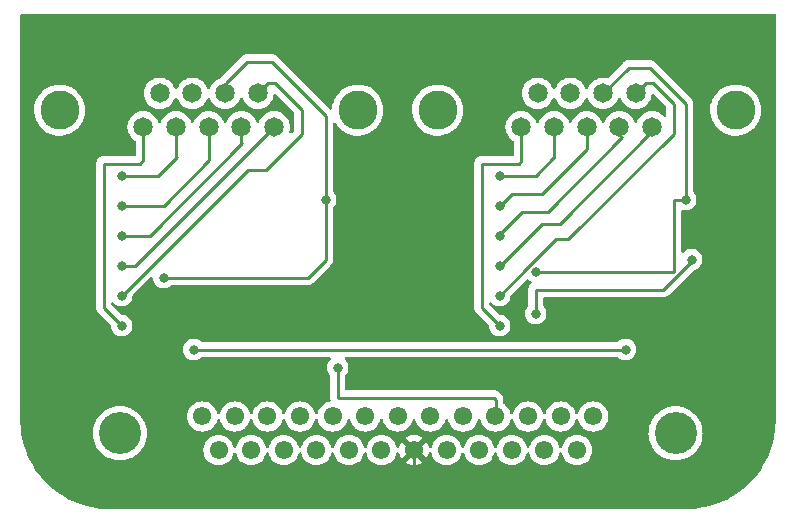
<source format=gbr>
%TF.GenerationSoftware,KiCad,Pcbnew,(6.0.4-0)*%
%TF.CreationDate,2022-05-01T23:46:41-07:00*%
%TF.ProjectId,Joy,4a6f792e-6b69-4636-9164-5f7063625858,rev?*%
%TF.SameCoordinates,Original*%
%TF.FileFunction,Copper,L2,Bot*%
%TF.FilePolarity,Positive*%
%FSLAX46Y46*%
G04 Gerber Fmt 4.6, Leading zero omitted, Abs format (unit mm)*
G04 Created by KiCad (PCBNEW (6.0.4-0)) date 2022-05-01 23:46:41*
%MOMM*%
%LPD*%
G01*
G04 APERTURE LIST*
%TA.AperFunction,ComponentPad*%
%ADD10C,1.549400*%
%TD*%
%TA.AperFunction,ComponentPad*%
%ADD11C,3.556000*%
%TD*%
%TA.AperFunction,ComponentPad*%
%ADD12C,1.651000*%
%TD*%
%TA.AperFunction,ComponentPad*%
%ADD13C,3.302000*%
%TD*%
%TA.AperFunction,ViaPad*%
%ADD14C,0.800000*%
%TD*%
%TA.AperFunction,Conductor*%
%ADD15C,0.250000*%
%TD*%
G04 APERTURE END LIST*
D10*
%TO.P,J3,1,1*%
%TO.N,/Strobe*%
X69813529Y-71707345D03*
%TO.P,J3,2,2*%
%TO.N,/Data 0*%
X72571969Y-71707345D03*
%TO.P,J3,3,3*%
%TO.N,/Data 1*%
X75330409Y-71707345D03*
%TO.P,J3,4,4*%
%TO.N,/Data 2*%
X78088849Y-71707345D03*
%TO.P,J3,5,5*%
%TO.N,/Data 3*%
X80847289Y-71707345D03*
%TO.P,J3,6,6*%
%TO.N,/Data 4*%
X83605729Y-71707345D03*
%TO.P,J3,7,7*%
%TO.N,/Data 5*%
X86364169Y-71707345D03*
%TO.P,J3,8,8*%
%TO.N,/Data 6*%
X89122609Y-71707345D03*
%TO.P,J3,9,9*%
%TO.N,/Data 7*%
X91881049Y-71707345D03*
%TO.P,J3,10,10*%
%TO.N,/ACK*%
X94639489Y-71707345D03*
%TO.P,J3,11,11*%
%TO.N,/Busy*%
X97397929Y-71707345D03*
%TO.P,J3,12,12*%
%TO.N,unconnected-(J3-Pad12)*%
X100156369Y-71707345D03*
%TO.P,J3,13,13*%
%TO.N,unconnected-(J3-Pad13)*%
X102914809Y-71707345D03*
%TO.P,J3,14,P14*%
%TO.N,unconnected-(J3-Pad14)*%
X71192749Y-74552145D03*
%TO.P,J3,15,P15*%
%TO.N,unconnected-(J3-Pad15)*%
X73951189Y-74552145D03*
%TO.P,J3,16,P16*%
%TO.N,unconnected-(J3-Pad16)*%
X76709629Y-74552145D03*
%TO.P,J3,17,P17*%
%TO.N,unconnected-(J3-Pad17)*%
X79468069Y-74552145D03*
%TO.P,J3,18,P18*%
%TO.N,unconnected-(J3-Pad18)*%
X82226509Y-74552145D03*
%TO.P,J3,19,P19*%
%TO.N,unconnected-(J3-Pad19)*%
X84984949Y-74552145D03*
%TO.P,J3,20,P20*%
%TO.N,GND*%
X87743389Y-74552145D03*
%TO.P,J3,21,P21*%
%TO.N,unconnected-(J3-Pad21)*%
X90501829Y-74552145D03*
%TO.P,J3,22,P22*%
%TO.N,unconnected-(J3-Pad22)*%
X93260269Y-74552145D03*
%TO.P,J3,23,P23*%
%TO.N,unconnected-(J3-Pad23)*%
X96018709Y-74552145D03*
%TO.P,J3,24,P24*%
%TO.N,unconnected-(J3-Pad24)*%
X98777149Y-74552145D03*
%TO.P,J3,25,P25*%
%TO.N,unconnected-(J3-Pad25)*%
X101535589Y-74552145D03*
D11*
%TO.P,J3,26*%
%TO.N,N/C*%
X109884569Y-73129745D03*
%TO.P,J3,27*%
X62843769Y-73129745D03*
%TD*%
D12*
%TO.P,J1,1,1*%
%TO.N,Net-(IC1-Pad4)*%
X75895200Y-47193200D03*
%TO.P,J1,2,2*%
%TO.N,Net-(IC1-Pad3)*%
X73126600Y-47193200D03*
%TO.P,J1,3,3*%
%TO.N,Net-(IC1-Pad2)*%
X70358000Y-47193200D03*
%TO.P,J1,4,4*%
%TO.N,Net-(IC1-Pad1)*%
X67589400Y-47193200D03*
%TO.P,J1,5,5*%
%TO.N,Net-(IC1-Pad6)*%
X64820800Y-47193200D03*
%TO.P,J1,6,6*%
%TO.N,Net-(IC1-Pad5)*%
X74510900Y-44348400D03*
%TO.P,J1,7,7*%
%TO.N,Net-(IC1-Pad7)*%
X71742300Y-44348400D03*
%TO.P,J1,8,8*%
%TO.N,/ACK*%
X68973700Y-44348400D03*
%TO.P,J1,9,9*%
%TO.N,unconnected-(J1-Pad9)*%
X66205100Y-44348400D03*
D13*
%TO.P,J1,10*%
%TO.N,N/C*%
X57734200Y-45770800D03*
%TO.P,J1,11*%
X82981800Y-45770800D03*
%TD*%
D12*
%TO.P,J2,1,1*%
%TO.N,Net-(IC2-Pad4)*%
X107899200Y-47193200D03*
%TO.P,J2,2,2*%
%TO.N,Net-(IC2-Pad3)*%
X105130600Y-47193200D03*
%TO.P,J2,3,3*%
%TO.N,Net-(IC2-Pad2)*%
X102362000Y-47193200D03*
%TO.P,J2,4,4*%
%TO.N,Net-(IC2-Pad1)*%
X99593400Y-47193200D03*
%TO.P,J2,5,5*%
%TO.N,Net-(IC2-Pad6)*%
X96824800Y-47193200D03*
%TO.P,J2,6,6*%
%TO.N,Net-(IC2-Pad5)*%
X106514900Y-44348400D03*
%TO.P,J2,7,7*%
%TO.N,Net-(IC2-Pad7)*%
X103746300Y-44348400D03*
%TO.P,J2,8,8*%
%TO.N,/Strobe*%
X100977700Y-44348400D03*
%TO.P,J2,9,9*%
%TO.N,unconnected-(J2-Pad9)*%
X98209100Y-44348400D03*
D13*
%TO.P,J2,10*%
%TO.N,N/C*%
X89738200Y-45770800D03*
%TO.P,J2,11*%
X114985800Y-45770800D03*
%TD*%
D14*
%TO.N,GND*%
X117856000Y-53340000D03*
%TO.N,Net-(IC1-Pad1)*%
X62992000Y-51308000D03*
%TO.N,Net-(IC1-Pad2)*%
X62992000Y-53848000D03*
%TO.N,/ACK*%
X81280000Y-67564000D03*
%TO.N,Net-(IC1-Pad3)*%
X62992000Y-56388000D03*
%TO.N,Net-(IC1-Pad4)*%
X62992000Y-58928000D03*
%TO.N,Net-(IC2-Pad1)*%
X94996000Y-51312299D03*
%TO.N,Net-(IC2-Pad2)*%
X94996000Y-53852299D03*
%TO.N,Net-(IC2-Pad3)*%
X94991701Y-56388000D03*
%TO.N,Net-(IC1-Pad5)*%
X62992000Y-61468000D03*
%TO.N,Net-(IC1-Pad6)*%
X62992000Y-64008000D03*
%TO.N,Net-(IC1-Pad7)*%
X66548000Y-59944000D03*
X80264000Y-53340000D03*
%TO.N,Net-(IC2-Pad4)*%
X94996000Y-58932299D03*
%TO.N,Net-(IC2-Pad5)*%
X94996000Y-61472299D03*
%TO.N,Net-(IC2-Pad6)*%
X94996000Y-64008000D03*
%TO.N,Net-(IC2-Pad7)*%
X98044000Y-59436000D03*
X110744000Y-53340000D03*
%TO.N,Net-(IC2-Pad9)*%
X98044000Y-62992000D03*
X111252000Y-58420000D03*
%TO.N,Net-(IC1-Pad9)*%
X69088000Y-66040000D03*
X105659701Y-66035701D03*
%TD*%
D15*
%TO.N,GND*%
X87740000Y-76056000D02*
X87884000Y-76200000D01*
X87740000Y-74550669D02*
X87740000Y-76056000D01*
%TO.N,Net-(IC1-Pad1)*%
X67650403Y-49697597D02*
X67589400Y-49636594D01*
X62992000Y-51308000D02*
X66040000Y-51308000D01*
X66040000Y-51308000D02*
X67650403Y-49697597D01*
X67589400Y-49636594D02*
X67589400Y-47193200D01*
%TO.N,Net-(IC1-Pad2)*%
X70420403Y-49975597D02*
X70358000Y-49913194D01*
X70420403Y-49975597D02*
X66548000Y-53848000D01*
X66548000Y-53848000D02*
X62992000Y-53848000D01*
X70358000Y-49913194D02*
X70358000Y-47193200D01*
%TO.N,/ACK*%
X81280000Y-70104000D02*
X81280000Y-67564000D01*
X94665000Y-71710669D02*
X94665000Y-70281000D01*
X94488000Y-70104000D02*
X81280000Y-70104000D01*
X94665000Y-70281000D02*
X94488000Y-70104000D01*
%TO.N,Net-(IC1-Pad3)*%
X73190403Y-48564250D02*
X65366653Y-56388000D01*
X73126600Y-48500447D02*
X73126600Y-47193200D01*
X73190403Y-48564250D02*
X73126600Y-48500447D01*
X65366653Y-56388000D02*
X62992000Y-56388000D01*
%TO.N,Net-(IC1-Pad4)*%
X64160400Y-58928000D02*
X75895200Y-47193200D01*
X62992000Y-58928000D02*
X64160400Y-58928000D01*
%TO.N,Net-(IC2-Pad1)*%
X99516450Y-49835550D02*
X99593400Y-49835550D01*
X99593400Y-49835550D02*
X99593400Y-47193200D01*
X94996000Y-51312299D02*
X98039701Y-51312299D01*
X98039701Y-51312299D02*
X99516450Y-49835550D01*
%TO.N,Net-(IC2-Pad2)*%
X102362000Y-49022000D02*
X102362000Y-47193200D01*
X98552000Y-52832000D02*
X102362000Y-49022000D01*
X94996000Y-53848000D02*
X96012000Y-52832000D01*
X96012000Y-52832000D02*
X98552000Y-52832000D01*
X94996000Y-53852299D02*
X94996000Y-53848000D01*
%TO.N,Net-(IC2-Pad3)*%
X105348925Y-48067075D02*
X105130600Y-47848750D01*
X105130600Y-47848750D02*
X105130600Y-47193200D01*
X94991701Y-56264581D02*
X96900282Y-54356000D01*
X99060000Y-54356000D02*
X105348925Y-48067075D01*
X96900282Y-54356000D02*
X99060000Y-54356000D01*
X94991701Y-56388000D02*
X94991701Y-56264581D01*
%TO.N,Net-(IC1-Pad5)*%
X73660000Y-50800000D02*
X62992000Y-61468000D01*
X74510900Y-44348400D02*
X75393668Y-43465632D01*
X78232000Y-45720000D02*
X78232000Y-47752000D01*
X75393668Y-43465632D02*
X75977632Y-43465632D01*
X78232000Y-47752000D02*
X75179693Y-50804307D01*
X75179693Y-50804307D02*
X73655693Y-50804307D01*
X75977632Y-43465632D02*
X78232000Y-45720000D01*
%TO.N,Net-(IC1-Pad6)*%
X64516000Y-50292000D02*
X64820800Y-49987200D01*
X61468000Y-62484000D02*
X61468000Y-50292000D01*
X61468000Y-50292000D02*
X64516000Y-50292000D01*
X62992000Y-64008000D02*
X61468000Y-62484000D01*
X64820800Y-49987200D02*
X64820800Y-47193200D01*
%TO.N,Net-(IC1-Pad7)*%
X73615035Y-41656000D02*
X75692000Y-41656000D01*
X80264000Y-58420000D02*
X80264000Y-53340000D01*
X71805403Y-43465632D02*
X73615035Y-41656000D01*
X80264000Y-46228000D02*
X80264000Y-53340000D01*
X78740000Y-59944000D02*
X80264000Y-58420000D01*
X66548000Y-59944000D02*
X78740000Y-59944000D01*
X75692000Y-41656000D02*
X80264000Y-46228000D01*
%TO.N,Net-(IC2-Pad4)*%
X98556299Y-55372000D02*
X100076000Y-55372000D01*
X107899200Y-47548800D02*
X107899200Y-47193200D01*
X100076000Y-55372000D02*
X107899200Y-47548800D01*
X94996000Y-58932299D02*
X98556299Y-55372000D01*
%TO.N,Net-(IC2-Pad5)*%
X107397668Y-43465632D02*
X107981632Y-43465632D01*
X100800511Y-56679489D02*
X99788810Y-56679489D01*
X107981632Y-43465632D02*
X109728000Y-45212000D01*
X109728000Y-47752000D02*
X100800511Y-56679489D01*
X106514900Y-44348400D02*
X107397668Y-43465632D01*
X97319489Y-59148810D02*
X94996000Y-61472299D01*
X109728000Y-45212000D02*
X109728000Y-47752000D01*
X97743897Y-58711489D02*
X97319489Y-59135897D01*
X97756810Y-58711489D02*
X97743897Y-58711489D01*
X99788810Y-56679489D02*
X97756810Y-58711489D01*
X97319489Y-59135897D02*
X97319489Y-59148810D01*
%TO.N,Net-(IC2-Pad6)*%
X93472000Y-50292000D02*
X96599750Y-50292000D01*
X96599750Y-50292000D02*
X96824800Y-50066950D01*
X93472000Y-62484000D02*
X93472000Y-50292000D01*
X94996000Y-64008000D02*
X93472000Y-62484000D01*
X96824800Y-50066950D02*
X96824800Y-47193200D01*
%TO.N,Net-(IC2-Pad7)*%
X109728000Y-59436000D02*
X98044000Y-59436000D01*
X110744000Y-45212000D02*
X110744000Y-53340000D01*
X103746300Y-44348400D02*
X105930700Y-42164000D01*
X105930700Y-42164000D02*
X107696000Y-42164000D01*
X109728000Y-53340000D02*
X110744000Y-53340000D01*
X109728000Y-59436000D02*
X109728000Y-53340000D01*
X107696000Y-42164000D02*
X110744000Y-45212000D01*
%TO.N,Net-(IC2-Pad9)*%
X111252000Y-58547717D02*
X111252000Y-58420000D01*
X108839717Y-60960000D02*
X111252000Y-58547717D01*
X98044000Y-60960000D02*
X108839717Y-60960000D01*
X98044000Y-62992000D02*
X98044000Y-60960000D01*
%TO.N,Net-(IC1-Pad9)*%
X69092299Y-66035701D02*
X69088000Y-66040000D01*
X105659701Y-66035701D02*
X69092299Y-66035701D01*
%TD*%
%TA.AperFunction,Conductor*%
%TO.N,GND*%
G36*
X118305621Y-37612502D02*
G01*
X118352114Y-37666158D01*
X118363500Y-37718500D01*
X118363500Y-72034721D01*
X118363313Y-72041582D01*
X118322945Y-72781795D01*
X118321986Y-72791890D01*
X118223892Y-73514212D01*
X118221300Y-73527718D01*
X118048175Y-74222583D01*
X118044009Y-74236044D01*
X117791367Y-74915318D01*
X117786642Y-74926377D01*
X117472497Y-75574127D01*
X117467487Y-75583440D01*
X117326724Y-75820678D01*
X117163721Y-76095399D01*
X117095741Y-76209970D01*
X117088989Y-76220183D01*
X116839382Y-76560531D01*
X116662906Y-76801162D01*
X116653799Y-76812206D01*
X116166050Y-77339502D01*
X116159096Y-77346454D01*
X115631476Y-77834240D01*
X115620502Y-77843291D01*
X115284434Y-78089917D01*
X115039566Y-78269615D01*
X115029259Y-78276427D01*
X114729724Y-78453926D01*
X114402122Y-78648057D01*
X114392883Y-78653025D01*
X113745049Y-78967301D01*
X113734026Y-78972014D01*
X113733867Y-78972073D01*
X113054521Y-79225040D01*
X113041036Y-79229218D01*
X112347391Y-79402175D01*
X112333816Y-79404778D01*
X111743874Y-79484662D01*
X111610671Y-79502699D01*
X111600663Y-79503650D01*
X110859119Y-79544311D01*
X110852220Y-79544500D01*
X61929405Y-79544500D01*
X61922493Y-79544310D01*
X61608468Y-79527058D01*
X61182387Y-79503650D01*
X61172423Y-79502704D01*
X60447930Y-79404762D01*
X60434328Y-79402155D01*
X60401814Y-79394048D01*
X59740878Y-79229258D01*
X59727341Y-79225061D01*
X59049045Y-78972072D01*
X59038075Y-78967378D01*
X58389990Y-78652922D01*
X58380851Y-78648013D01*
X58379174Y-78647021D01*
X57752325Y-78276280D01*
X57741962Y-78269439D01*
X57161362Y-77843549D01*
X57150215Y-77834343D01*
X56747830Y-77461209D01*
X56624307Y-77346665D01*
X56617494Y-77339844D01*
X56129336Y-76812176D01*
X56120231Y-76801138D01*
X55693790Y-76219805D01*
X55687115Y-76209725D01*
X55454691Y-75819254D01*
X55314180Y-75583196D01*
X55309083Y-75573736D01*
X55293716Y-75542047D01*
X55085100Y-75111867D01*
X54995372Y-74926840D01*
X54990578Y-74915594D01*
X54858088Y-74557620D01*
X54738993Y-74235836D01*
X54734952Y-74222783D01*
X54726155Y-74187737D01*
X54560406Y-73527405D01*
X54557760Y-73513678D01*
X54555365Y-73496023D01*
X54505660Y-73129745D01*
X60552363Y-73129745D01*
X60552633Y-73133864D01*
X60566257Y-73341725D01*
X60571966Y-73428834D01*
X60572768Y-73432867D01*
X60572769Y-73432873D01*
X60628566Y-73713379D01*
X60630441Y-73722805D01*
X60631768Y-73726714D01*
X60631769Y-73726718D01*
X60725460Y-74002722D01*
X60726786Y-74006628D01*
X60728610Y-74010326D01*
X60833382Y-74222783D01*
X60859353Y-74275448D01*
X61025874Y-74524665D01*
X61028588Y-74527759D01*
X61028592Y-74527765D01*
X61200983Y-74724338D01*
X61223500Y-74750014D01*
X61226589Y-74752723D01*
X61445749Y-74944922D01*
X61445755Y-74944926D01*
X61448849Y-74947640D01*
X61698066Y-75114161D01*
X61701765Y-75115985D01*
X61701770Y-75115988D01*
X61839674Y-75183994D01*
X61966886Y-75246728D01*
X61970791Y-75248053D01*
X61970792Y-75248054D01*
X62246796Y-75341745D01*
X62246800Y-75341746D01*
X62250709Y-75343073D01*
X62254753Y-75343877D01*
X62254759Y-75343879D01*
X62540641Y-75400745D01*
X62540647Y-75400746D01*
X62544680Y-75401548D01*
X62548785Y-75401817D01*
X62548792Y-75401818D01*
X62839650Y-75420881D01*
X62843769Y-75421151D01*
X62847888Y-75420881D01*
X63138746Y-75401818D01*
X63138753Y-75401817D01*
X63142858Y-75401548D01*
X63146891Y-75400746D01*
X63146897Y-75400745D01*
X63432779Y-75343879D01*
X63432785Y-75343877D01*
X63436829Y-75343073D01*
X63440738Y-75341746D01*
X63440742Y-75341745D01*
X63716746Y-75248054D01*
X63716747Y-75248053D01*
X63720652Y-75246728D01*
X63847864Y-75183994D01*
X63985768Y-75115988D01*
X63985773Y-75115985D01*
X63989472Y-75114161D01*
X64238689Y-74947640D01*
X64241783Y-74944926D01*
X64241789Y-74944922D01*
X64460949Y-74752723D01*
X64464038Y-74750014D01*
X64486555Y-74724338D01*
X64637565Y-74552145D01*
X69904647Y-74552145D01*
X69924216Y-74775822D01*
X69925640Y-74781135D01*
X69925640Y-74781137D01*
X69970255Y-74947640D01*
X69982329Y-74992702D01*
X69984651Y-74997683D01*
X69984652Y-74997684D01*
X70074894Y-75191209D01*
X70074897Y-75191214D01*
X70077220Y-75196196D01*
X70149200Y-75298993D01*
X70189821Y-75357006D01*
X70206006Y-75380121D01*
X70364773Y-75538888D01*
X70369281Y-75542045D01*
X70369284Y-75542047D01*
X70414541Y-75573736D01*
X70548698Y-75667674D01*
X70553680Y-75669997D01*
X70553685Y-75670000D01*
X70746198Y-75759770D01*
X70752192Y-75762565D01*
X70757500Y-75763987D01*
X70757502Y-75763988D01*
X70963757Y-75819254D01*
X70963759Y-75819254D01*
X70969072Y-75820678D01*
X71192749Y-75840247D01*
X71416426Y-75820678D01*
X71421739Y-75819254D01*
X71421741Y-75819254D01*
X71627996Y-75763988D01*
X71627998Y-75763987D01*
X71633306Y-75762565D01*
X71639300Y-75759770D01*
X71831813Y-75670000D01*
X71831818Y-75669997D01*
X71836800Y-75667674D01*
X71970957Y-75573736D01*
X72016214Y-75542047D01*
X72016217Y-75542045D01*
X72020725Y-75538888D01*
X72179492Y-75380121D01*
X72195678Y-75357006D01*
X72236298Y-75298993D01*
X72308278Y-75196196D01*
X72310601Y-75191214D01*
X72310604Y-75191209D01*
X72400846Y-74997684D01*
X72400847Y-74997683D01*
X72403169Y-74992702D01*
X72415244Y-74947640D01*
X72450262Y-74816949D01*
X72487214Y-74756326D01*
X72551075Y-74725305D01*
X72621569Y-74733733D01*
X72676316Y-74778936D01*
X72693676Y-74816949D01*
X72728695Y-74947640D01*
X72740769Y-74992702D01*
X72743091Y-74997683D01*
X72743092Y-74997684D01*
X72833334Y-75191209D01*
X72833337Y-75191214D01*
X72835660Y-75196196D01*
X72907640Y-75298993D01*
X72948261Y-75357006D01*
X72964446Y-75380121D01*
X73123213Y-75538888D01*
X73127721Y-75542045D01*
X73127724Y-75542047D01*
X73172981Y-75573736D01*
X73307138Y-75667674D01*
X73312120Y-75669997D01*
X73312125Y-75670000D01*
X73504638Y-75759770D01*
X73510632Y-75762565D01*
X73515940Y-75763987D01*
X73515942Y-75763988D01*
X73722197Y-75819254D01*
X73722199Y-75819254D01*
X73727512Y-75820678D01*
X73951189Y-75840247D01*
X74174866Y-75820678D01*
X74180179Y-75819254D01*
X74180181Y-75819254D01*
X74386436Y-75763988D01*
X74386438Y-75763987D01*
X74391746Y-75762565D01*
X74397740Y-75759770D01*
X74590253Y-75670000D01*
X74590258Y-75669997D01*
X74595240Y-75667674D01*
X74729397Y-75573736D01*
X74774654Y-75542047D01*
X74774657Y-75542045D01*
X74779165Y-75538888D01*
X74937932Y-75380121D01*
X74954118Y-75357006D01*
X74994738Y-75298993D01*
X75066718Y-75196196D01*
X75069041Y-75191214D01*
X75069044Y-75191209D01*
X75159286Y-74997684D01*
X75159287Y-74997683D01*
X75161609Y-74992702D01*
X75173684Y-74947640D01*
X75208702Y-74816949D01*
X75245654Y-74756326D01*
X75309515Y-74725305D01*
X75380009Y-74733733D01*
X75434756Y-74778936D01*
X75452116Y-74816949D01*
X75487135Y-74947640D01*
X75499209Y-74992702D01*
X75501531Y-74997683D01*
X75501532Y-74997684D01*
X75591774Y-75191209D01*
X75591777Y-75191214D01*
X75594100Y-75196196D01*
X75666080Y-75298993D01*
X75706701Y-75357006D01*
X75722886Y-75380121D01*
X75881653Y-75538888D01*
X75886161Y-75542045D01*
X75886164Y-75542047D01*
X75931421Y-75573736D01*
X76065578Y-75667674D01*
X76070560Y-75669997D01*
X76070565Y-75670000D01*
X76263078Y-75759770D01*
X76269072Y-75762565D01*
X76274380Y-75763987D01*
X76274382Y-75763988D01*
X76480637Y-75819254D01*
X76480639Y-75819254D01*
X76485952Y-75820678D01*
X76709629Y-75840247D01*
X76933306Y-75820678D01*
X76938619Y-75819254D01*
X76938621Y-75819254D01*
X77144876Y-75763988D01*
X77144878Y-75763987D01*
X77150186Y-75762565D01*
X77156180Y-75759770D01*
X77348693Y-75670000D01*
X77348698Y-75669997D01*
X77353680Y-75667674D01*
X77487837Y-75573736D01*
X77533094Y-75542047D01*
X77533097Y-75542045D01*
X77537605Y-75538888D01*
X77696372Y-75380121D01*
X77712558Y-75357006D01*
X77753178Y-75298993D01*
X77825158Y-75196196D01*
X77827481Y-75191214D01*
X77827484Y-75191209D01*
X77917726Y-74997684D01*
X77917727Y-74997683D01*
X77920049Y-74992702D01*
X77932124Y-74947640D01*
X77967142Y-74816949D01*
X78004094Y-74756326D01*
X78067955Y-74725305D01*
X78138449Y-74733733D01*
X78193196Y-74778936D01*
X78210556Y-74816949D01*
X78245575Y-74947640D01*
X78257649Y-74992702D01*
X78259971Y-74997683D01*
X78259972Y-74997684D01*
X78350214Y-75191209D01*
X78350217Y-75191214D01*
X78352540Y-75196196D01*
X78424520Y-75298993D01*
X78465141Y-75357006D01*
X78481326Y-75380121D01*
X78640093Y-75538888D01*
X78644601Y-75542045D01*
X78644604Y-75542047D01*
X78689861Y-75573736D01*
X78824018Y-75667674D01*
X78829000Y-75669997D01*
X78829005Y-75670000D01*
X79021518Y-75759770D01*
X79027512Y-75762565D01*
X79032820Y-75763987D01*
X79032822Y-75763988D01*
X79239077Y-75819254D01*
X79239079Y-75819254D01*
X79244392Y-75820678D01*
X79468069Y-75840247D01*
X79691746Y-75820678D01*
X79697059Y-75819254D01*
X79697061Y-75819254D01*
X79903316Y-75763988D01*
X79903318Y-75763987D01*
X79908626Y-75762565D01*
X79914620Y-75759770D01*
X80107133Y-75670000D01*
X80107138Y-75669997D01*
X80112120Y-75667674D01*
X80246277Y-75573736D01*
X80291534Y-75542047D01*
X80291537Y-75542045D01*
X80296045Y-75538888D01*
X80454812Y-75380121D01*
X80470998Y-75357006D01*
X80511618Y-75298993D01*
X80583598Y-75196196D01*
X80585921Y-75191214D01*
X80585924Y-75191209D01*
X80676166Y-74997684D01*
X80676167Y-74997683D01*
X80678489Y-74992702D01*
X80690564Y-74947640D01*
X80725582Y-74816949D01*
X80762534Y-74756326D01*
X80826395Y-74725305D01*
X80896889Y-74733733D01*
X80951636Y-74778936D01*
X80968996Y-74816949D01*
X81004015Y-74947640D01*
X81016089Y-74992702D01*
X81018411Y-74997683D01*
X81018412Y-74997684D01*
X81108654Y-75191209D01*
X81108657Y-75191214D01*
X81110980Y-75196196D01*
X81182960Y-75298993D01*
X81223581Y-75357006D01*
X81239766Y-75380121D01*
X81398533Y-75538888D01*
X81403041Y-75542045D01*
X81403044Y-75542047D01*
X81448301Y-75573736D01*
X81582458Y-75667674D01*
X81587440Y-75669997D01*
X81587445Y-75670000D01*
X81779958Y-75759770D01*
X81785952Y-75762565D01*
X81791260Y-75763987D01*
X81791262Y-75763988D01*
X81997517Y-75819254D01*
X81997519Y-75819254D01*
X82002832Y-75820678D01*
X82226509Y-75840247D01*
X82450186Y-75820678D01*
X82455499Y-75819254D01*
X82455501Y-75819254D01*
X82661756Y-75763988D01*
X82661758Y-75763987D01*
X82667066Y-75762565D01*
X82673060Y-75759770D01*
X82865573Y-75670000D01*
X82865578Y-75669997D01*
X82870560Y-75667674D01*
X83004717Y-75573736D01*
X83049974Y-75542047D01*
X83049977Y-75542045D01*
X83054485Y-75538888D01*
X83213252Y-75380121D01*
X83229438Y-75357006D01*
X83270058Y-75298993D01*
X83342038Y-75196196D01*
X83344361Y-75191214D01*
X83344364Y-75191209D01*
X83434606Y-74997684D01*
X83434607Y-74997683D01*
X83436929Y-74992702D01*
X83449004Y-74947640D01*
X83484022Y-74816949D01*
X83520974Y-74756326D01*
X83584835Y-74725305D01*
X83655329Y-74733733D01*
X83710076Y-74778936D01*
X83727436Y-74816949D01*
X83762455Y-74947640D01*
X83774529Y-74992702D01*
X83776851Y-74997683D01*
X83776852Y-74997684D01*
X83867094Y-75191209D01*
X83867097Y-75191214D01*
X83869420Y-75196196D01*
X83941400Y-75298993D01*
X83982021Y-75357006D01*
X83998206Y-75380121D01*
X84156973Y-75538888D01*
X84161481Y-75542045D01*
X84161484Y-75542047D01*
X84206741Y-75573736D01*
X84340898Y-75667674D01*
X84345880Y-75669997D01*
X84345885Y-75670000D01*
X84538398Y-75759770D01*
X84544392Y-75762565D01*
X84549700Y-75763987D01*
X84549702Y-75763988D01*
X84755957Y-75819254D01*
X84755959Y-75819254D01*
X84761272Y-75820678D01*
X84984949Y-75840247D01*
X85208626Y-75820678D01*
X85213939Y-75819254D01*
X85213941Y-75819254D01*
X85420196Y-75763988D01*
X85420198Y-75763987D01*
X85425506Y-75762565D01*
X85431500Y-75759770D01*
X85624013Y-75670000D01*
X85624018Y-75669997D01*
X85629000Y-75667674D01*
X85697027Y-75620041D01*
X87040047Y-75620041D01*
X87049343Y-75632057D01*
X87095084Y-75664085D01*
X87104574Y-75669564D01*
X87298022Y-75759770D01*
X87308314Y-75763516D01*
X87514485Y-75818759D01*
X87525280Y-75820662D01*
X87737914Y-75839266D01*
X87748864Y-75839266D01*
X87961498Y-75820662D01*
X87972293Y-75818759D01*
X88178464Y-75763516D01*
X88188756Y-75759770D01*
X88382204Y-75669564D01*
X88391694Y-75664085D01*
X88438274Y-75631469D01*
X88446648Y-75620993D01*
X88439579Y-75607545D01*
X87756201Y-74924167D01*
X87742257Y-74916553D01*
X87740424Y-74916684D01*
X87733809Y-74920935D01*
X87046477Y-75608267D01*
X87040047Y-75620041D01*
X85697027Y-75620041D01*
X85763157Y-75573736D01*
X85808414Y-75542047D01*
X85808417Y-75542045D01*
X85812925Y-75538888D01*
X85971692Y-75380121D01*
X85987878Y-75357006D01*
X86028498Y-75298993D01*
X86100478Y-75196196D01*
X86102801Y-75191214D01*
X86102804Y-75191209D01*
X86193046Y-74997684D01*
X86193047Y-74997683D01*
X86195369Y-74992702D01*
X86242721Y-74815982D01*
X86279673Y-74755359D01*
X86343533Y-74724338D01*
X86414028Y-74732766D01*
X86468775Y-74777969D01*
X86486135Y-74815982D01*
X86532018Y-74987220D01*
X86535764Y-74997512D01*
X86625970Y-75190960D01*
X86631449Y-75200450D01*
X86664065Y-75247030D01*
X86674541Y-75255404D01*
X86687989Y-75248335D01*
X87371367Y-74564957D01*
X87377745Y-74553277D01*
X88107797Y-74553277D01*
X88107928Y-74555110D01*
X88112179Y-74561725D01*
X88799511Y-75249057D01*
X88811285Y-75255487D01*
X88823301Y-75246191D01*
X88855329Y-75200450D01*
X88860808Y-75190960D01*
X88951014Y-74997512D01*
X88954760Y-74987220D01*
X89000643Y-74815982D01*
X89037595Y-74755359D01*
X89101455Y-74724338D01*
X89171950Y-74732766D01*
X89226697Y-74777969D01*
X89244057Y-74815981D01*
X89291409Y-74992702D01*
X89293731Y-74997683D01*
X89293732Y-74997684D01*
X89383974Y-75191209D01*
X89383977Y-75191214D01*
X89386300Y-75196196D01*
X89458280Y-75298993D01*
X89498901Y-75357006D01*
X89515086Y-75380121D01*
X89673853Y-75538888D01*
X89678361Y-75542045D01*
X89678364Y-75542047D01*
X89723621Y-75573736D01*
X89857778Y-75667674D01*
X89862760Y-75669997D01*
X89862765Y-75670000D01*
X90055278Y-75759770D01*
X90061272Y-75762565D01*
X90066580Y-75763987D01*
X90066582Y-75763988D01*
X90272837Y-75819254D01*
X90272839Y-75819254D01*
X90278152Y-75820678D01*
X90501829Y-75840247D01*
X90725506Y-75820678D01*
X90730819Y-75819254D01*
X90730821Y-75819254D01*
X90937076Y-75763988D01*
X90937078Y-75763987D01*
X90942386Y-75762565D01*
X90948380Y-75759770D01*
X91140893Y-75670000D01*
X91140898Y-75669997D01*
X91145880Y-75667674D01*
X91280037Y-75573736D01*
X91325294Y-75542047D01*
X91325297Y-75542045D01*
X91329805Y-75538888D01*
X91488572Y-75380121D01*
X91504758Y-75357006D01*
X91545378Y-75298993D01*
X91617358Y-75196196D01*
X91619681Y-75191214D01*
X91619684Y-75191209D01*
X91709926Y-74997684D01*
X91709927Y-74997683D01*
X91712249Y-74992702D01*
X91724324Y-74947640D01*
X91759342Y-74816949D01*
X91796294Y-74756326D01*
X91860155Y-74725305D01*
X91930649Y-74733733D01*
X91985396Y-74778936D01*
X92002756Y-74816949D01*
X92037775Y-74947640D01*
X92049849Y-74992702D01*
X92052171Y-74997683D01*
X92052172Y-74997684D01*
X92142414Y-75191209D01*
X92142417Y-75191214D01*
X92144740Y-75196196D01*
X92216720Y-75298993D01*
X92257341Y-75357006D01*
X92273526Y-75380121D01*
X92432293Y-75538888D01*
X92436801Y-75542045D01*
X92436804Y-75542047D01*
X92482061Y-75573736D01*
X92616218Y-75667674D01*
X92621200Y-75669997D01*
X92621205Y-75670000D01*
X92813718Y-75759770D01*
X92819712Y-75762565D01*
X92825020Y-75763987D01*
X92825022Y-75763988D01*
X93031277Y-75819254D01*
X93031279Y-75819254D01*
X93036592Y-75820678D01*
X93260269Y-75840247D01*
X93483946Y-75820678D01*
X93489259Y-75819254D01*
X93489261Y-75819254D01*
X93695516Y-75763988D01*
X93695518Y-75763987D01*
X93700826Y-75762565D01*
X93706820Y-75759770D01*
X93899333Y-75670000D01*
X93899338Y-75669997D01*
X93904320Y-75667674D01*
X94038477Y-75573736D01*
X94083734Y-75542047D01*
X94083737Y-75542045D01*
X94088245Y-75538888D01*
X94247012Y-75380121D01*
X94263198Y-75357006D01*
X94303818Y-75298993D01*
X94375798Y-75196196D01*
X94378121Y-75191214D01*
X94378124Y-75191209D01*
X94468366Y-74997684D01*
X94468367Y-74997683D01*
X94470689Y-74992702D01*
X94482764Y-74947640D01*
X94517782Y-74816949D01*
X94554734Y-74756326D01*
X94618595Y-74725305D01*
X94689089Y-74733733D01*
X94743836Y-74778936D01*
X94761196Y-74816949D01*
X94796215Y-74947640D01*
X94808289Y-74992702D01*
X94810611Y-74997683D01*
X94810612Y-74997684D01*
X94900854Y-75191209D01*
X94900857Y-75191214D01*
X94903180Y-75196196D01*
X94975160Y-75298993D01*
X95015781Y-75357006D01*
X95031966Y-75380121D01*
X95190733Y-75538888D01*
X95195241Y-75542045D01*
X95195244Y-75542047D01*
X95240501Y-75573736D01*
X95374658Y-75667674D01*
X95379640Y-75669997D01*
X95379645Y-75670000D01*
X95572158Y-75759770D01*
X95578152Y-75762565D01*
X95583460Y-75763987D01*
X95583462Y-75763988D01*
X95789717Y-75819254D01*
X95789719Y-75819254D01*
X95795032Y-75820678D01*
X96018709Y-75840247D01*
X96242386Y-75820678D01*
X96247699Y-75819254D01*
X96247701Y-75819254D01*
X96453956Y-75763988D01*
X96453958Y-75763987D01*
X96459266Y-75762565D01*
X96465260Y-75759770D01*
X96657773Y-75670000D01*
X96657778Y-75669997D01*
X96662760Y-75667674D01*
X96796917Y-75573736D01*
X96842174Y-75542047D01*
X96842177Y-75542045D01*
X96846685Y-75538888D01*
X97005452Y-75380121D01*
X97021638Y-75357006D01*
X97062258Y-75298993D01*
X97134238Y-75196196D01*
X97136561Y-75191214D01*
X97136564Y-75191209D01*
X97226806Y-74997684D01*
X97226807Y-74997683D01*
X97229129Y-74992702D01*
X97241204Y-74947640D01*
X97276222Y-74816949D01*
X97313174Y-74756326D01*
X97377035Y-74725305D01*
X97447529Y-74733733D01*
X97502276Y-74778936D01*
X97519636Y-74816949D01*
X97554655Y-74947640D01*
X97566729Y-74992702D01*
X97569051Y-74997683D01*
X97569052Y-74997684D01*
X97659294Y-75191209D01*
X97659297Y-75191214D01*
X97661620Y-75196196D01*
X97733600Y-75298993D01*
X97774221Y-75357006D01*
X97790406Y-75380121D01*
X97949173Y-75538888D01*
X97953681Y-75542045D01*
X97953684Y-75542047D01*
X97998941Y-75573736D01*
X98133098Y-75667674D01*
X98138080Y-75669997D01*
X98138085Y-75670000D01*
X98330598Y-75759770D01*
X98336592Y-75762565D01*
X98341900Y-75763987D01*
X98341902Y-75763988D01*
X98548157Y-75819254D01*
X98548159Y-75819254D01*
X98553472Y-75820678D01*
X98777149Y-75840247D01*
X99000826Y-75820678D01*
X99006139Y-75819254D01*
X99006141Y-75819254D01*
X99212396Y-75763988D01*
X99212398Y-75763987D01*
X99217706Y-75762565D01*
X99223700Y-75759770D01*
X99416213Y-75670000D01*
X99416218Y-75669997D01*
X99421200Y-75667674D01*
X99555357Y-75573736D01*
X99600614Y-75542047D01*
X99600617Y-75542045D01*
X99605125Y-75538888D01*
X99763892Y-75380121D01*
X99780078Y-75357006D01*
X99820698Y-75298993D01*
X99892678Y-75196196D01*
X99895001Y-75191214D01*
X99895004Y-75191209D01*
X99985246Y-74997684D01*
X99985247Y-74997683D01*
X99987569Y-74992702D01*
X99999644Y-74947640D01*
X100034662Y-74816949D01*
X100071614Y-74756326D01*
X100135475Y-74725305D01*
X100205969Y-74733733D01*
X100260716Y-74778936D01*
X100278076Y-74816949D01*
X100313095Y-74947640D01*
X100325169Y-74992702D01*
X100327491Y-74997683D01*
X100327492Y-74997684D01*
X100417734Y-75191209D01*
X100417737Y-75191214D01*
X100420060Y-75196196D01*
X100492040Y-75298993D01*
X100532661Y-75357006D01*
X100548846Y-75380121D01*
X100707613Y-75538888D01*
X100712121Y-75542045D01*
X100712124Y-75542047D01*
X100757381Y-75573736D01*
X100891538Y-75667674D01*
X100896520Y-75669997D01*
X100896525Y-75670000D01*
X101089038Y-75759770D01*
X101095032Y-75762565D01*
X101100340Y-75763987D01*
X101100342Y-75763988D01*
X101306597Y-75819254D01*
X101306599Y-75819254D01*
X101311912Y-75820678D01*
X101535589Y-75840247D01*
X101759266Y-75820678D01*
X101764579Y-75819254D01*
X101764581Y-75819254D01*
X101970836Y-75763988D01*
X101970838Y-75763987D01*
X101976146Y-75762565D01*
X101982140Y-75759770D01*
X102174653Y-75670000D01*
X102174658Y-75669997D01*
X102179640Y-75667674D01*
X102313797Y-75573736D01*
X102359054Y-75542047D01*
X102359057Y-75542045D01*
X102363565Y-75538888D01*
X102522332Y-75380121D01*
X102538518Y-75357006D01*
X102579138Y-75298993D01*
X102651118Y-75196196D01*
X102653441Y-75191214D01*
X102653444Y-75191209D01*
X102743686Y-74997684D01*
X102743687Y-74997683D01*
X102746009Y-74992702D01*
X102758084Y-74947640D01*
X102802698Y-74781137D01*
X102802698Y-74781135D01*
X102804122Y-74775822D01*
X102823691Y-74552145D01*
X102804122Y-74328468D01*
X102746009Y-74111588D01*
X102698790Y-74010326D01*
X102653444Y-73913081D01*
X102653441Y-73913076D01*
X102651118Y-73908094D01*
X102579138Y-73805297D01*
X102525491Y-73728680D01*
X102525489Y-73728677D01*
X102522332Y-73724169D01*
X102363565Y-73565402D01*
X102359057Y-73562245D01*
X102359054Y-73562243D01*
X102230506Y-73472233D01*
X102179640Y-73436616D01*
X102174658Y-73434293D01*
X102174653Y-73434290D01*
X101981128Y-73344048D01*
X101981127Y-73344047D01*
X101976146Y-73341725D01*
X101970838Y-73340303D01*
X101970836Y-73340302D01*
X101764581Y-73285036D01*
X101764579Y-73285036D01*
X101759266Y-73283612D01*
X101535589Y-73264043D01*
X101311912Y-73283612D01*
X101306599Y-73285036D01*
X101306597Y-73285036D01*
X101100342Y-73340302D01*
X101100340Y-73340303D01*
X101095032Y-73341725D01*
X101090051Y-73344047D01*
X101090050Y-73344048D01*
X100896525Y-73434290D01*
X100896520Y-73434293D01*
X100891538Y-73436616D01*
X100840672Y-73472233D01*
X100712124Y-73562243D01*
X100712121Y-73562245D01*
X100707613Y-73565402D01*
X100548846Y-73724169D01*
X100545689Y-73728677D01*
X100545687Y-73728680D01*
X100492040Y-73805297D01*
X100420060Y-73908094D01*
X100417737Y-73913076D01*
X100417734Y-73913081D01*
X100372388Y-74010326D01*
X100325169Y-74111588D01*
X100323747Y-74116896D01*
X100323746Y-74116898D01*
X100278076Y-74287341D01*
X100241124Y-74347964D01*
X100177263Y-74378985D01*
X100106769Y-74370557D01*
X100052022Y-74325354D01*
X100034662Y-74287341D01*
X99988992Y-74116898D01*
X99988991Y-74116896D01*
X99987569Y-74111588D01*
X99940350Y-74010326D01*
X99895004Y-73913081D01*
X99895001Y-73913076D01*
X99892678Y-73908094D01*
X99820698Y-73805297D01*
X99767051Y-73728680D01*
X99767049Y-73728677D01*
X99763892Y-73724169D01*
X99605125Y-73565402D01*
X99600617Y-73562245D01*
X99600614Y-73562243D01*
X99472066Y-73472233D01*
X99421200Y-73436616D01*
X99416218Y-73434293D01*
X99416213Y-73434290D01*
X99222688Y-73344048D01*
X99222687Y-73344047D01*
X99217706Y-73341725D01*
X99212398Y-73340303D01*
X99212396Y-73340302D01*
X99006141Y-73285036D01*
X99006139Y-73285036D01*
X99000826Y-73283612D01*
X98777149Y-73264043D01*
X98553472Y-73283612D01*
X98548159Y-73285036D01*
X98548157Y-73285036D01*
X98341902Y-73340302D01*
X98341900Y-73340303D01*
X98336592Y-73341725D01*
X98331611Y-73344047D01*
X98331610Y-73344048D01*
X98138085Y-73434290D01*
X98138080Y-73434293D01*
X98133098Y-73436616D01*
X98082232Y-73472233D01*
X97953684Y-73562243D01*
X97953681Y-73562245D01*
X97949173Y-73565402D01*
X97790406Y-73724169D01*
X97787249Y-73728677D01*
X97787247Y-73728680D01*
X97733600Y-73805297D01*
X97661620Y-73908094D01*
X97659297Y-73913076D01*
X97659294Y-73913081D01*
X97613948Y-74010326D01*
X97566729Y-74111588D01*
X97565307Y-74116896D01*
X97565306Y-74116898D01*
X97519636Y-74287341D01*
X97482684Y-74347964D01*
X97418823Y-74378985D01*
X97348329Y-74370557D01*
X97293582Y-74325354D01*
X97276222Y-74287341D01*
X97230552Y-74116898D01*
X97230551Y-74116896D01*
X97229129Y-74111588D01*
X97181910Y-74010326D01*
X97136564Y-73913081D01*
X97136561Y-73913076D01*
X97134238Y-73908094D01*
X97062258Y-73805297D01*
X97008611Y-73728680D01*
X97008609Y-73728677D01*
X97005452Y-73724169D01*
X96846685Y-73565402D01*
X96842177Y-73562245D01*
X96842174Y-73562243D01*
X96713626Y-73472233D01*
X96662760Y-73436616D01*
X96657778Y-73434293D01*
X96657773Y-73434290D01*
X96464248Y-73344048D01*
X96464247Y-73344047D01*
X96459266Y-73341725D01*
X96453958Y-73340303D01*
X96453956Y-73340302D01*
X96247701Y-73285036D01*
X96247699Y-73285036D01*
X96242386Y-73283612D01*
X96018709Y-73264043D01*
X95795032Y-73283612D01*
X95789719Y-73285036D01*
X95789717Y-73285036D01*
X95583462Y-73340302D01*
X95583460Y-73340303D01*
X95578152Y-73341725D01*
X95573171Y-73344047D01*
X95573170Y-73344048D01*
X95379645Y-73434290D01*
X95379640Y-73434293D01*
X95374658Y-73436616D01*
X95323792Y-73472233D01*
X95195244Y-73562243D01*
X95195241Y-73562245D01*
X95190733Y-73565402D01*
X95031966Y-73724169D01*
X95028809Y-73728677D01*
X95028807Y-73728680D01*
X94975160Y-73805297D01*
X94903180Y-73908094D01*
X94900857Y-73913076D01*
X94900854Y-73913081D01*
X94855508Y-74010326D01*
X94808289Y-74111588D01*
X94806867Y-74116896D01*
X94806866Y-74116898D01*
X94761196Y-74287341D01*
X94724244Y-74347964D01*
X94660383Y-74378985D01*
X94589889Y-74370557D01*
X94535142Y-74325354D01*
X94517782Y-74287341D01*
X94472112Y-74116898D01*
X94472111Y-74116896D01*
X94470689Y-74111588D01*
X94423470Y-74010326D01*
X94378124Y-73913081D01*
X94378121Y-73913076D01*
X94375798Y-73908094D01*
X94303818Y-73805297D01*
X94250171Y-73728680D01*
X94250169Y-73728677D01*
X94247012Y-73724169D01*
X94088245Y-73565402D01*
X94083737Y-73562245D01*
X94083734Y-73562243D01*
X93955186Y-73472233D01*
X93904320Y-73436616D01*
X93899338Y-73434293D01*
X93899333Y-73434290D01*
X93705808Y-73344048D01*
X93705807Y-73344047D01*
X93700826Y-73341725D01*
X93695518Y-73340303D01*
X93695516Y-73340302D01*
X93489261Y-73285036D01*
X93489259Y-73285036D01*
X93483946Y-73283612D01*
X93260269Y-73264043D01*
X93036592Y-73283612D01*
X93031279Y-73285036D01*
X93031277Y-73285036D01*
X92825022Y-73340302D01*
X92825020Y-73340303D01*
X92819712Y-73341725D01*
X92814731Y-73344047D01*
X92814730Y-73344048D01*
X92621205Y-73434290D01*
X92621200Y-73434293D01*
X92616218Y-73436616D01*
X92565352Y-73472233D01*
X92436804Y-73562243D01*
X92436801Y-73562245D01*
X92432293Y-73565402D01*
X92273526Y-73724169D01*
X92270369Y-73728677D01*
X92270367Y-73728680D01*
X92216720Y-73805297D01*
X92144740Y-73908094D01*
X92142417Y-73913076D01*
X92142414Y-73913081D01*
X92097068Y-74010326D01*
X92049849Y-74111588D01*
X92048427Y-74116896D01*
X92048426Y-74116898D01*
X92002756Y-74287341D01*
X91965804Y-74347964D01*
X91901943Y-74378985D01*
X91831449Y-74370557D01*
X91776702Y-74325354D01*
X91759342Y-74287341D01*
X91713672Y-74116898D01*
X91713671Y-74116896D01*
X91712249Y-74111588D01*
X91665030Y-74010326D01*
X91619684Y-73913081D01*
X91619681Y-73913076D01*
X91617358Y-73908094D01*
X91545378Y-73805297D01*
X91491731Y-73728680D01*
X91491729Y-73728677D01*
X91488572Y-73724169D01*
X91329805Y-73565402D01*
X91325297Y-73562245D01*
X91325294Y-73562243D01*
X91196746Y-73472233D01*
X91145880Y-73436616D01*
X91140898Y-73434293D01*
X91140893Y-73434290D01*
X90947368Y-73344048D01*
X90947367Y-73344047D01*
X90942386Y-73341725D01*
X90937078Y-73340303D01*
X90937076Y-73340302D01*
X90730821Y-73285036D01*
X90730819Y-73285036D01*
X90725506Y-73283612D01*
X90501829Y-73264043D01*
X90278152Y-73283612D01*
X90272839Y-73285036D01*
X90272837Y-73285036D01*
X90066582Y-73340302D01*
X90066580Y-73340303D01*
X90061272Y-73341725D01*
X90056291Y-73344047D01*
X90056290Y-73344048D01*
X89862765Y-73434290D01*
X89862760Y-73434293D01*
X89857778Y-73436616D01*
X89806912Y-73472233D01*
X89678364Y-73562243D01*
X89678361Y-73562245D01*
X89673853Y-73565402D01*
X89515086Y-73724169D01*
X89511929Y-73728677D01*
X89511927Y-73728680D01*
X89458280Y-73805297D01*
X89386300Y-73908094D01*
X89383977Y-73913076D01*
X89383974Y-73913081D01*
X89338628Y-74010326D01*
X89291409Y-74111588D01*
X89289987Y-74116896D01*
X89289986Y-74116898D01*
X89244057Y-74288308D01*
X89207105Y-74348931D01*
X89143245Y-74379952D01*
X89072750Y-74371524D01*
X89018003Y-74326321D01*
X89000643Y-74288308D01*
X88954760Y-74117070D01*
X88951014Y-74106778D01*
X88860808Y-73913330D01*
X88855329Y-73903840D01*
X88822713Y-73857260D01*
X88812237Y-73848886D01*
X88798789Y-73855955D01*
X88115411Y-74539333D01*
X88107797Y-74553277D01*
X87377745Y-74553277D01*
X87378981Y-74551013D01*
X87378850Y-74549180D01*
X87374599Y-74542565D01*
X86687267Y-73855233D01*
X86675493Y-73848803D01*
X86663477Y-73858099D01*
X86631449Y-73903840D01*
X86625970Y-73913330D01*
X86535764Y-74106778D01*
X86532018Y-74117070D01*
X86486135Y-74288308D01*
X86449183Y-74348931D01*
X86385323Y-74379952D01*
X86314828Y-74371524D01*
X86260081Y-74326321D01*
X86242721Y-74288308D01*
X86196792Y-74116898D01*
X86196791Y-74116896D01*
X86195369Y-74111588D01*
X86148150Y-74010326D01*
X86102804Y-73913081D01*
X86102801Y-73913076D01*
X86100478Y-73908094D01*
X86028498Y-73805297D01*
X85974851Y-73728680D01*
X85974849Y-73728677D01*
X85971692Y-73724169D01*
X85812925Y-73565402D01*
X85808417Y-73562245D01*
X85808414Y-73562243D01*
X85695667Y-73483297D01*
X87040130Y-73483297D01*
X87047199Y-73496745D01*
X87730577Y-74180123D01*
X87744521Y-74187737D01*
X87746354Y-74187606D01*
X87752969Y-74183355D01*
X88440301Y-73496023D01*
X88446731Y-73484249D01*
X88437435Y-73472233D01*
X88391694Y-73440205D01*
X88382204Y-73434726D01*
X88188756Y-73344520D01*
X88178464Y-73340774D01*
X87972293Y-73285531D01*
X87961498Y-73283628D01*
X87748864Y-73265024D01*
X87737914Y-73265024D01*
X87525280Y-73283628D01*
X87514485Y-73285531D01*
X87308314Y-73340774D01*
X87298022Y-73344520D01*
X87104574Y-73434726D01*
X87095084Y-73440205D01*
X87048504Y-73472821D01*
X87040130Y-73483297D01*
X85695667Y-73483297D01*
X85679866Y-73472233D01*
X85629000Y-73436616D01*
X85624018Y-73434293D01*
X85624013Y-73434290D01*
X85430488Y-73344048D01*
X85430487Y-73344047D01*
X85425506Y-73341725D01*
X85420198Y-73340303D01*
X85420196Y-73340302D01*
X85213941Y-73285036D01*
X85213939Y-73285036D01*
X85208626Y-73283612D01*
X84984949Y-73264043D01*
X84761272Y-73283612D01*
X84755959Y-73285036D01*
X84755957Y-73285036D01*
X84549702Y-73340302D01*
X84549700Y-73340303D01*
X84544392Y-73341725D01*
X84539411Y-73344047D01*
X84539410Y-73344048D01*
X84345885Y-73434290D01*
X84345880Y-73434293D01*
X84340898Y-73436616D01*
X84290032Y-73472233D01*
X84161484Y-73562243D01*
X84161481Y-73562245D01*
X84156973Y-73565402D01*
X83998206Y-73724169D01*
X83995049Y-73728677D01*
X83995047Y-73728680D01*
X83941400Y-73805297D01*
X83869420Y-73908094D01*
X83867097Y-73913076D01*
X83867094Y-73913081D01*
X83821748Y-74010326D01*
X83774529Y-74111588D01*
X83773107Y-74116896D01*
X83773106Y-74116898D01*
X83727436Y-74287341D01*
X83690484Y-74347964D01*
X83626623Y-74378985D01*
X83556129Y-74370557D01*
X83501382Y-74325354D01*
X83484022Y-74287341D01*
X83438352Y-74116898D01*
X83438351Y-74116896D01*
X83436929Y-74111588D01*
X83389710Y-74010326D01*
X83344364Y-73913081D01*
X83344361Y-73913076D01*
X83342038Y-73908094D01*
X83270058Y-73805297D01*
X83216411Y-73728680D01*
X83216409Y-73728677D01*
X83213252Y-73724169D01*
X83054485Y-73565402D01*
X83049977Y-73562245D01*
X83049974Y-73562243D01*
X82921426Y-73472233D01*
X82870560Y-73436616D01*
X82865578Y-73434293D01*
X82865573Y-73434290D01*
X82672048Y-73344048D01*
X82672047Y-73344047D01*
X82667066Y-73341725D01*
X82661758Y-73340303D01*
X82661756Y-73340302D01*
X82455501Y-73285036D01*
X82455499Y-73285036D01*
X82450186Y-73283612D01*
X82226509Y-73264043D01*
X82002832Y-73283612D01*
X81997519Y-73285036D01*
X81997517Y-73285036D01*
X81791262Y-73340302D01*
X81791260Y-73340303D01*
X81785952Y-73341725D01*
X81780971Y-73344047D01*
X81780970Y-73344048D01*
X81587445Y-73434290D01*
X81587440Y-73434293D01*
X81582458Y-73436616D01*
X81531592Y-73472233D01*
X81403044Y-73562243D01*
X81403041Y-73562245D01*
X81398533Y-73565402D01*
X81239766Y-73724169D01*
X81236609Y-73728677D01*
X81236607Y-73728680D01*
X81182960Y-73805297D01*
X81110980Y-73908094D01*
X81108657Y-73913076D01*
X81108654Y-73913081D01*
X81063308Y-74010326D01*
X81016089Y-74111588D01*
X81014667Y-74116896D01*
X81014666Y-74116898D01*
X80968996Y-74287341D01*
X80932044Y-74347964D01*
X80868183Y-74378985D01*
X80797689Y-74370557D01*
X80742942Y-74325354D01*
X80725582Y-74287341D01*
X80679912Y-74116898D01*
X80679911Y-74116896D01*
X80678489Y-74111588D01*
X80631270Y-74010326D01*
X80585924Y-73913081D01*
X80585921Y-73913076D01*
X80583598Y-73908094D01*
X80511618Y-73805297D01*
X80457971Y-73728680D01*
X80457969Y-73728677D01*
X80454812Y-73724169D01*
X80296045Y-73565402D01*
X80291537Y-73562245D01*
X80291534Y-73562243D01*
X80162986Y-73472233D01*
X80112120Y-73436616D01*
X80107138Y-73434293D01*
X80107133Y-73434290D01*
X79913608Y-73344048D01*
X79913607Y-73344047D01*
X79908626Y-73341725D01*
X79903318Y-73340303D01*
X79903316Y-73340302D01*
X79697061Y-73285036D01*
X79697059Y-73285036D01*
X79691746Y-73283612D01*
X79468069Y-73264043D01*
X79244392Y-73283612D01*
X79239079Y-73285036D01*
X79239077Y-73285036D01*
X79032822Y-73340302D01*
X79032820Y-73340303D01*
X79027512Y-73341725D01*
X79022531Y-73344047D01*
X79022530Y-73344048D01*
X78829005Y-73434290D01*
X78829000Y-73434293D01*
X78824018Y-73436616D01*
X78773152Y-73472233D01*
X78644604Y-73562243D01*
X78644601Y-73562245D01*
X78640093Y-73565402D01*
X78481326Y-73724169D01*
X78478169Y-73728677D01*
X78478167Y-73728680D01*
X78424520Y-73805297D01*
X78352540Y-73908094D01*
X78350217Y-73913076D01*
X78350214Y-73913081D01*
X78304868Y-74010326D01*
X78257649Y-74111588D01*
X78256227Y-74116896D01*
X78256226Y-74116898D01*
X78210556Y-74287341D01*
X78173604Y-74347964D01*
X78109743Y-74378985D01*
X78039249Y-74370557D01*
X77984502Y-74325354D01*
X77967142Y-74287341D01*
X77921472Y-74116898D01*
X77921471Y-74116896D01*
X77920049Y-74111588D01*
X77872830Y-74010326D01*
X77827484Y-73913081D01*
X77827481Y-73913076D01*
X77825158Y-73908094D01*
X77753178Y-73805297D01*
X77699531Y-73728680D01*
X77699529Y-73728677D01*
X77696372Y-73724169D01*
X77537605Y-73565402D01*
X77533097Y-73562245D01*
X77533094Y-73562243D01*
X77404546Y-73472233D01*
X77353680Y-73436616D01*
X77348698Y-73434293D01*
X77348693Y-73434290D01*
X77155168Y-73344048D01*
X77155167Y-73344047D01*
X77150186Y-73341725D01*
X77144878Y-73340303D01*
X77144876Y-73340302D01*
X76938621Y-73285036D01*
X76938619Y-73285036D01*
X76933306Y-73283612D01*
X76709629Y-73264043D01*
X76485952Y-73283612D01*
X76480639Y-73285036D01*
X76480637Y-73285036D01*
X76274382Y-73340302D01*
X76274380Y-73340303D01*
X76269072Y-73341725D01*
X76264091Y-73344047D01*
X76264090Y-73344048D01*
X76070565Y-73434290D01*
X76070560Y-73434293D01*
X76065578Y-73436616D01*
X76014712Y-73472233D01*
X75886164Y-73562243D01*
X75886161Y-73562245D01*
X75881653Y-73565402D01*
X75722886Y-73724169D01*
X75719729Y-73728677D01*
X75719727Y-73728680D01*
X75666080Y-73805297D01*
X75594100Y-73908094D01*
X75591777Y-73913076D01*
X75591774Y-73913081D01*
X75546428Y-74010326D01*
X75499209Y-74111588D01*
X75497787Y-74116896D01*
X75497786Y-74116898D01*
X75452116Y-74287341D01*
X75415164Y-74347964D01*
X75351303Y-74378985D01*
X75280809Y-74370557D01*
X75226062Y-74325354D01*
X75208702Y-74287341D01*
X75163032Y-74116898D01*
X75163031Y-74116896D01*
X75161609Y-74111588D01*
X75114390Y-74010326D01*
X75069044Y-73913081D01*
X75069041Y-73913076D01*
X75066718Y-73908094D01*
X74994738Y-73805297D01*
X74941091Y-73728680D01*
X74941089Y-73728677D01*
X74937932Y-73724169D01*
X74779165Y-73565402D01*
X74774657Y-73562245D01*
X74774654Y-73562243D01*
X74646106Y-73472233D01*
X74595240Y-73436616D01*
X74590258Y-73434293D01*
X74590253Y-73434290D01*
X74396728Y-73344048D01*
X74396727Y-73344047D01*
X74391746Y-73341725D01*
X74386438Y-73340303D01*
X74386436Y-73340302D01*
X74180181Y-73285036D01*
X74180179Y-73285036D01*
X74174866Y-73283612D01*
X73951189Y-73264043D01*
X73727512Y-73283612D01*
X73722199Y-73285036D01*
X73722197Y-73285036D01*
X73515942Y-73340302D01*
X73515940Y-73340303D01*
X73510632Y-73341725D01*
X73505651Y-73344047D01*
X73505650Y-73344048D01*
X73312125Y-73434290D01*
X73312120Y-73434293D01*
X73307138Y-73436616D01*
X73256272Y-73472233D01*
X73127724Y-73562243D01*
X73127721Y-73562245D01*
X73123213Y-73565402D01*
X72964446Y-73724169D01*
X72961289Y-73728677D01*
X72961287Y-73728680D01*
X72907640Y-73805297D01*
X72835660Y-73908094D01*
X72833337Y-73913076D01*
X72833334Y-73913081D01*
X72787988Y-74010326D01*
X72740769Y-74111588D01*
X72739347Y-74116896D01*
X72739346Y-74116898D01*
X72693676Y-74287341D01*
X72656724Y-74347964D01*
X72592863Y-74378985D01*
X72522369Y-74370557D01*
X72467622Y-74325354D01*
X72450262Y-74287341D01*
X72404592Y-74116898D01*
X72404591Y-74116896D01*
X72403169Y-74111588D01*
X72355950Y-74010326D01*
X72310604Y-73913081D01*
X72310601Y-73913076D01*
X72308278Y-73908094D01*
X72236298Y-73805297D01*
X72182651Y-73728680D01*
X72182649Y-73728677D01*
X72179492Y-73724169D01*
X72020725Y-73565402D01*
X72016217Y-73562245D01*
X72016214Y-73562243D01*
X71887666Y-73472233D01*
X71836800Y-73436616D01*
X71831818Y-73434293D01*
X71831813Y-73434290D01*
X71638288Y-73344048D01*
X71638287Y-73344047D01*
X71633306Y-73341725D01*
X71627998Y-73340303D01*
X71627996Y-73340302D01*
X71421741Y-73285036D01*
X71421739Y-73285036D01*
X71416426Y-73283612D01*
X71192749Y-73264043D01*
X70969072Y-73283612D01*
X70963759Y-73285036D01*
X70963757Y-73285036D01*
X70757502Y-73340302D01*
X70757500Y-73340303D01*
X70752192Y-73341725D01*
X70747211Y-73344047D01*
X70747210Y-73344048D01*
X70553685Y-73434290D01*
X70553680Y-73434293D01*
X70548698Y-73436616D01*
X70497832Y-73472233D01*
X70369284Y-73562243D01*
X70369281Y-73562245D01*
X70364773Y-73565402D01*
X70206006Y-73724169D01*
X70202849Y-73728677D01*
X70202847Y-73728680D01*
X70149200Y-73805297D01*
X70077220Y-73908094D01*
X70074897Y-73913076D01*
X70074894Y-73913081D01*
X70029548Y-74010326D01*
X69982329Y-74111588D01*
X69924216Y-74328468D01*
X69904647Y-74552145D01*
X64637565Y-74552145D01*
X64658946Y-74527765D01*
X64658950Y-74527759D01*
X64661664Y-74524665D01*
X64828185Y-74275448D01*
X64854157Y-74222783D01*
X64958928Y-74010326D01*
X64960752Y-74006628D01*
X64962078Y-74002722D01*
X65055769Y-73726718D01*
X65055770Y-73726714D01*
X65057097Y-73722805D01*
X65058972Y-73713379D01*
X65114769Y-73432873D01*
X65114770Y-73432867D01*
X65115572Y-73428834D01*
X65121282Y-73341725D01*
X65134905Y-73133864D01*
X65135175Y-73129745D01*
X107593163Y-73129745D01*
X107593433Y-73133864D01*
X107607057Y-73341725D01*
X107612766Y-73428834D01*
X107613568Y-73432867D01*
X107613569Y-73432873D01*
X107669366Y-73713379D01*
X107671241Y-73722805D01*
X107672568Y-73726714D01*
X107672569Y-73726718D01*
X107766260Y-74002722D01*
X107767586Y-74006628D01*
X107769410Y-74010326D01*
X107874182Y-74222783D01*
X107900153Y-74275448D01*
X108066674Y-74524665D01*
X108069388Y-74527759D01*
X108069392Y-74527765D01*
X108241783Y-74724338D01*
X108264300Y-74750014D01*
X108267389Y-74752723D01*
X108486549Y-74944922D01*
X108486555Y-74944926D01*
X108489649Y-74947640D01*
X108738866Y-75114161D01*
X108742565Y-75115985D01*
X108742570Y-75115988D01*
X108880474Y-75183994D01*
X109007686Y-75246728D01*
X109011591Y-75248053D01*
X109011592Y-75248054D01*
X109287596Y-75341745D01*
X109287600Y-75341746D01*
X109291509Y-75343073D01*
X109295553Y-75343877D01*
X109295559Y-75343879D01*
X109581441Y-75400745D01*
X109581447Y-75400746D01*
X109585480Y-75401548D01*
X109589585Y-75401817D01*
X109589592Y-75401818D01*
X109880450Y-75420881D01*
X109884569Y-75421151D01*
X109888688Y-75420881D01*
X110179546Y-75401818D01*
X110179553Y-75401817D01*
X110183658Y-75401548D01*
X110187691Y-75400746D01*
X110187697Y-75400745D01*
X110473579Y-75343879D01*
X110473585Y-75343877D01*
X110477629Y-75343073D01*
X110481538Y-75341746D01*
X110481542Y-75341745D01*
X110757546Y-75248054D01*
X110757547Y-75248053D01*
X110761452Y-75246728D01*
X110888664Y-75183994D01*
X111026568Y-75115988D01*
X111026573Y-75115985D01*
X111030272Y-75114161D01*
X111279489Y-74947640D01*
X111282583Y-74944926D01*
X111282589Y-74944922D01*
X111501749Y-74752723D01*
X111504838Y-74750014D01*
X111527355Y-74724338D01*
X111699746Y-74527765D01*
X111699750Y-74527759D01*
X111702464Y-74524665D01*
X111868985Y-74275448D01*
X111894957Y-74222783D01*
X111999728Y-74010326D01*
X112001552Y-74006628D01*
X112002878Y-74002722D01*
X112096569Y-73726718D01*
X112096570Y-73726714D01*
X112097897Y-73722805D01*
X112099772Y-73713379D01*
X112155569Y-73432873D01*
X112155570Y-73432867D01*
X112156372Y-73428834D01*
X112162082Y-73341725D01*
X112175705Y-73133864D01*
X112175975Y-73129745D01*
X112167173Y-72995447D01*
X112156642Y-72834768D01*
X112156641Y-72834761D01*
X112156372Y-72830656D01*
X112148771Y-72792441D01*
X112098703Y-72540735D01*
X112098701Y-72540729D01*
X112097897Y-72536685D01*
X112001552Y-72252862D01*
X111927155Y-72102000D01*
X111870812Y-71987746D01*
X111870809Y-71987741D01*
X111868985Y-71984042D01*
X111702464Y-71734825D01*
X111699750Y-71731731D01*
X111699746Y-71731725D01*
X111507547Y-71512565D01*
X111504838Y-71509476D01*
X111469349Y-71478353D01*
X111282589Y-71314568D01*
X111282583Y-71314564D01*
X111279489Y-71311850D01*
X111030272Y-71145329D01*
X111026573Y-71143505D01*
X111026568Y-71143502D01*
X110863921Y-71063294D01*
X110761452Y-71012762D01*
X110757546Y-71011436D01*
X110481542Y-70917745D01*
X110481538Y-70917744D01*
X110477629Y-70916417D01*
X110473585Y-70915613D01*
X110473579Y-70915611D01*
X110187697Y-70858745D01*
X110187691Y-70858744D01*
X110183658Y-70857942D01*
X110179553Y-70857673D01*
X110179546Y-70857672D01*
X109888688Y-70838609D01*
X109884569Y-70838339D01*
X109880450Y-70838609D01*
X109589592Y-70857672D01*
X109589585Y-70857673D01*
X109585480Y-70857942D01*
X109581447Y-70858744D01*
X109581441Y-70858745D01*
X109295559Y-70915611D01*
X109295553Y-70915613D01*
X109291509Y-70916417D01*
X109287600Y-70917744D01*
X109287596Y-70917745D01*
X109011592Y-71011436D01*
X109007686Y-71012762D01*
X108905217Y-71063294D01*
X108742570Y-71143502D01*
X108742565Y-71143505D01*
X108738866Y-71145329D01*
X108489649Y-71311850D01*
X108486555Y-71314564D01*
X108486549Y-71314568D01*
X108299789Y-71478353D01*
X108264300Y-71509476D01*
X108261591Y-71512565D01*
X108069392Y-71731725D01*
X108069388Y-71731731D01*
X108066674Y-71734825D01*
X107900153Y-71984042D01*
X107898329Y-71987741D01*
X107898326Y-71987746D01*
X107841983Y-72102000D01*
X107767586Y-72252862D01*
X107671241Y-72536685D01*
X107670437Y-72540729D01*
X107670435Y-72540735D01*
X107620368Y-72792441D01*
X107612766Y-72830656D01*
X107612497Y-72834761D01*
X107612496Y-72834768D01*
X107601965Y-72995447D01*
X107593163Y-73129745D01*
X65135175Y-73129745D01*
X65126373Y-72995447D01*
X65115842Y-72834768D01*
X65115841Y-72834761D01*
X65115572Y-72830656D01*
X65107971Y-72792441D01*
X65057903Y-72540735D01*
X65057901Y-72540729D01*
X65057097Y-72536685D01*
X64960752Y-72252862D01*
X64886355Y-72102000D01*
X64830012Y-71987746D01*
X64830009Y-71987741D01*
X64828185Y-71984042D01*
X64661664Y-71734825D01*
X64658950Y-71731731D01*
X64658946Y-71731725D01*
X64466747Y-71512565D01*
X64464038Y-71509476D01*
X64428549Y-71478353D01*
X64241789Y-71314568D01*
X64241783Y-71314564D01*
X64238689Y-71311850D01*
X63989472Y-71145329D01*
X63985773Y-71143505D01*
X63985768Y-71143502D01*
X63823121Y-71063294D01*
X63720652Y-71012762D01*
X63716746Y-71011436D01*
X63440742Y-70917745D01*
X63440738Y-70917744D01*
X63436829Y-70916417D01*
X63432785Y-70915613D01*
X63432779Y-70915611D01*
X63146897Y-70858745D01*
X63146891Y-70858744D01*
X63142858Y-70857942D01*
X63138753Y-70857673D01*
X63138746Y-70857672D01*
X62847888Y-70838609D01*
X62843769Y-70838339D01*
X62839650Y-70838609D01*
X62548792Y-70857672D01*
X62548785Y-70857673D01*
X62544680Y-70857942D01*
X62540647Y-70858744D01*
X62540641Y-70858745D01*
X62254759Y-70915611D01*
X62254753Y-70915613D01*
X62250709Y-70916417D01*
X62246800Y-70917744D01*
X62246796Y-70917745D01*
X61970792Y-71011436D01*
X61966886Y-71012762D01*
X61864417Y-71063294D01*
X61701770Y-71143502D01*
X61701765Y-71143505D01*
X61698066Y-71145329D01*
X61448849Y-71311850D01*
X61445755Y-71314564D01*
X61445749Y-71314568D01*
X61258989Y-71478353D01*
X61223500Y-71509476D01*
X61220791Y-71512565D01*
X61028592Y-71731725D01*
X61028588Y-71731731D01*
X61025874Y-71734825D01*
X60859353Y-71984042D01*
X60857529Y-71987741D01*
X60857526Y-71987746D01*
X60801183Y-72102000D01*
X60726786Y-72252862D01*
X60630441Y-72536685D01*
X60629637Y-72540729D01*
X60629635Y-72540735D01*
X60579568Y-72792441D01*
X60571966Y-72830656D01*
X60571697Y-72834761D01*
X60571696Y-72834768D01*
X60561165Y-72995447D01*
X60552363Y-73129745D01*
X54505660Y-73129745D01*
X54459886Y-72792440D01*
X54458917Y-72782143D01*
X54419825Y-72041894D01*
X54419650Y-72035249D01*
X54419650Y-66040000D01*
X68174496Y-66040000D01*
X68194458Y-66229928D01*
X68253473Y-66411556D01*
X68348960Y-66576944D01*
X68353378Y-66581851D01*
X68353379Y-66581852D01*
X68472325Y-66713955D01*
X68476747Y-66718866D01*
X68631248Y-66831118D01*
X68637276Y-66833802D01*
X68637278Y-66833803D01*
X68799681Y-66906109D01*
X68805712Y-66908794D01*
X68899112Y-66928647D01*
X68986056Y-66947128D01*
X68986061Y-66947128D01*
X68992513Y-66948500D01*
X69183487Y-66948500D01*
X69189939Y-66947128D01*
X69189944Y-66947128D01*
X69276888Y-66928647D01*
X69370288Y-66908794D01*
X69376319Y-66906109D01*
X69538722Y-66833803D01*
X69538724Y-66833802D01*
X69544752Y-66831118D01*
X69699253Y-66718866D01*
X69703675Y-66713955D01*
X69706437Y-66710888D01*
X69708482Y-66709628D01*
X69708580Y-66709540D01*
X69708596Y-66709558D01*
X69766884Y-66673650D01*
X69800071Y-66669201D01*
X80581356Y-66669201D01*
X80649477Y-66689203D01*
X80695970Y-66742859D01*
X80706074Y-66813133D01*
X80676580Y-66877713D01*
X80670670Y-66883737D01*
X80668747Y-66885134D01*
X80664332Y-66890038D01*
X80664328Y-66890041D01*
X80612927Y-66947128D01*
X80540960Y-67027056D01*
X80445473Y-67192444D01*
X80386458Y-67374072D01*
X80366496Y-67564000D01*
X80386458Y-67753928D01*
X80445473Y-67935556D01*
X80540960Y-68100944D01*
X80614137Y-68182215D01*
X80644853Y-68246221D01*
X80646500Y-68266524D01*
X80646500Y-70032207D01*
X80644268Y-70055816D01*
X80642725Y-70063906D01*
X80643223Y-70071817D01*
X80646251Y-70119951D01*
X80646500Y-70127862D01*
X80646500Y-70143856D01*
X80648506Y-70159730D01*
X80649248Y-70167590D01*
X80652775Y-70223650D01*
X80655225Y-70231191D01*
X80655321Y-70231487D01*
X80660494Y-70254631D01*
X80660532Y-70254935D01*
X80660533Y-70254940D01*
X80661526Y-70262797D01*
X80668834Y-70281255D01*
X80675315Y-70351953D01*
X80642544Y-70414934D01*
X80584294Y-70449347D01*
X80412042Y-70495502D01*
X80412040Y-70495503D01*
X80406732Y-70496925D01*
X80401751Y-70499247D01*
X80401750Y-70499248D01*
X80208225Y-70589490D01*
X80208220Y-70589493D01*
X80203238Y-70591816D01*
X80134549Y-70639913D01*
X80023824Y-70717443D01*
X80023821Y-70717445D01*
X80019313Y-70720602D01*
X79860546Y-70879369D01*
X79857389Y-70883877D01*
X79857387Y-70883880D01*
X79833675Y-70917745D01*
X79731760Y-71063294D01*
X79729437Y-71068276D01*
X79729434Y-71068281D01*
X79639192Y-71261806D01*
X79636869Y-71266788D01*
X79635447Y-71272096D01*
X79635446Y-71272098D01*
X79589776Y-71442541D01*
X79552824Y-71503164D01*
X79488963Y-71534185D01*
X79418469Y-71525757D01*
X79363722Y-71480554D01*
X79346362Y-71442541D01*
X79300692Y-71272098D01*
X79300691Y-71272096D01*
X79299269Y-71266788D01*
X79296946Y-71261806D01*
X79206704Y-71068281D01*
X79206701Y-71068276D01*
X79204378Y-71063294D01*
X79102463Y-70917745D01*
X79078751Y-70883880D01*
X79078749Y-70883877D01*
X79075592Y-70879369D01*
X78916825Y-70720602D01*
X78912317Y-70717445D01*
X78912314Y-70717443D01*
X78801589Y-70639913D01*
X78732900Y-70591816D01*
X78727918Y-70589493D01*
X78727913Y-70589490D01*
X78534388Y-70499248D01*
X78534387Y-70499247D01*
X78529406Y-70496925D01*
X78524098Y-70495503D01*
X78524096Y-70495502D01*
X78317841Y-70440236D01*
X78317839Y-70440236D01*
X78312526Y-70438812D01*
X78088849Y-70419243D01*
X77865172Y-70438812D01*
X77859859Y-70440236D01*
X77859857Y-70440236D01*
X77653602Y-70495502D01*
X77653600Y-70495503D01*
X77648292Y-70496925D01*
X77643311Y-70499247D01*
X77643310Y-70499248D01*
X77449785Y-70589490D01*
X77449780Y-70589493D01*
X77444798Y-70591816D01*
X77376109Y-70639913D01*
X77265384Y-70717443D01*
X77265381Y-70717445D01*
X77260873Y-70720602D01*
X77102106Y-70879369D01*
X77098949Y-70883877D01*
X77098947Y-70883880D01*
X77075235Y-70917745D01*
X76973320Y-71063294D01*
X76970997Y-71068276D01*
X76970994Y-71068281D01*
X76880752Y-71261806D01*
X76878429Y-71266788D01*
X76877007Y-71272096D01*
X76877006Y-71272098D01*
X76831336Y-71442541D01*
X76794384Y-71503164D01*
X76730523Y-71534185D01*
X76660029Y-71525757D01*
X76605282Y-71480554D01*
X76587922Y-71442541D01*
X76542252Y-71272098D01*
X76542251Y-71272096D01*
X76540829Y-71266788D01*
X76538506Y-71261806D01*
X76448264Y-71068281D01*
X76448261Y-71068276D01*
X76445938Y-71063294D01*
X76344023Y-70917745D01*
X76320311Y-70883880D01*
X76320309Y-70883877D01*
X76317152Y-70879369D01*
X76158385Y-70720602D01*
X76153877Y-70717445D01*
X76153874Y-70717443D01*
X76043149Y-70639913D01*
X75974460Y-70591816D01*
X75969478Y-70589493D01*
X75969473Y-70589490D01*
X75775948Y-70499248D01*
X75775947Y-70499247D01*
X75770966Y-70496925D01*
X75765658Y-70495503D01*
X75765656Y-70495502D01*
X75559401Y-70440236D01*
X75559399Y-70440236D01*
X75554086Y-70438812D01*
X75330409Y-70419243D01*
X75106732Y-70438812D01*
X75101419Y-70440236D01*
X75101417Y-70440236D01*
X74895162Y-70495502D01*
X74895160Y-70495503D01*
X74889852Y-70496925D01*
X74884871Y-70499247D01*
X74884870Y-70499248D01*
X74691345Y-70589490D01*
X74691340Y-70589493D01*
X74686358Y-70591816D01*
X74617669Y-70639913D01*
X74506944Y-70717443D01*
X74506941Y-70717445D01*
X74502433Y-70720602D01*
X74343666Y-70879369D01*
X74340509Y-70883877D01*
X74340507Y-70883880D01*
X74316795Y-70917745D01*
X74214880Y-71063294D01*
X74212557Y-71068276D01*
X74212554Y-71068281D01*
X74122312Y-71261806D01*
X74119989Y-71266788D01*
X74118567Y-71272096D01*
X74118566Y-71272098D01*
X74072896Y-71442541D01*
X74035944Y-71503164D01*
X73972083Y-71534185D01*
X73901589Y-71525757D01*
X73846842Y-71480554D01*
X73829482Y-71442541D01*
X73783812Y-71272098D01*
X73783811Y-71272096D01*
X73782389Y-71266788D01*
X73780066Y-71261806D01*
X73689824Y-71068281D01*
X73689821Y-71068276D01*
X73687498Y-71063294D01*
X73585583Y-70917745D01*
X73561871Y-70883880D01*
X73561869Y-70883877D01*
X73558712Y-70879369D01*
X73399945Y-70720602D01*
X73395437Y-70717445D01*
X73395434Y-70717443D01*
X73284709Y-70639913D01*
X73216020Y-70591816D01*
X73211038Y-70589493D01*
X73211033Y-70589490D01*
X73017508Y-70499248D01*
X73017507Y-70499247D01*
X73012526Y-70496925D01*
X73007218Y-70495503D01*
X73007216Y-70495502D01*
X72800961Y-70440236D01*
X72800959Y-70440236D01*
X72795646Y-70438812D01*
X72571969Y-70419243D01*
X72348292Y-70438812D01*
X72342979Y-70440236D01*
X72342977Y-70440236D01*
X72136722Y-70495502D01*
X72136720Y-70495503D01*
X72131412Y-70496925D01*
X72126431Y-70499247D01*
X72126430Y-70499248D01*
X71932905Y-70589490D01*
X71932900Y-70589493D01*
X71927918Y-70591816D01*
X71859229Y-70639913D01*
X71748504Y-70717443D01*
X71748501Y-70717445D01*
X71743993Y-70720602D01*
X71585226Y-70879369D01*
X71582069Y-70883877D01*
X71582067Y-70883880D01*
X71558355Y-70917745D01*
X71456440Y-71063294D01*
X71454117Y-71068276D01*
X71454114Y-71068281D01*
X71363872Y-71261806D01*
X71361549Y-71266788D01*
X71360127Y-71272096D01*
X71360126Y-71272098D01*
X71314456Y-71442541D01*
X71277504Y-71503164D01*
X71213643Y-71534185D01*
X71143149Y-71525757D01*
X71088402Y-71480554D01*
X71071042Y-71442541D01*
X71025372Y-71272098D01*
X71025371Y-71272096D01*
X71023949Y-71266788D01*
X71021626Y-71261806D01*
X70931384Y-71068281D01*
X70931381Y-71068276D01*
X70929058Y-71063294D01*
X70827143Y-70917745D01*
X70803431Y-70883880D01*
X70803429Y-70883877D01*
X70800272Y-70879369D01*
X70641505Y-70720602D01*
X70636997Y-70717445D01*
X70636994Y-70717443D01*
X70526269Y-70639913D01*
X70457580Y-70591816D01*
X70452598Y-70589493D01*
X70452593Y-70589490D01*
X70259068Y-70499248D01*
X70259067Y-70499247D01*
X70254086Y-70496925D01*
X70248778Y-70495503D01*
X70248776Y-70495502D01*
X70042521Y-70440236D01*
X70042519Y-70440236D01*
X70037206Y-70438812D01*
X69813529Y-70419243D01*
X69589852Y-70438812D01*
X69584539Y-70440236D01*
X69584537Y-70440236D01*
X69378282Y-70495502D01*
X69378280Y-70495503D01*
X69372972Y-70496925D01*
X69367991Y-70499247D01*
X69367990Y-70499248D01*
X69174465Y-70589490D01*
X69174460Y-70589493D01*
X69169478Y-70591816D01*
X69100789Y-70639913D01*
X68990064Y-70717443D01*
X68990061Y-70717445D01*
X68985553Y-70720602D01*
X68826786Y-70879369D01*
X68823629Y-70883877D01*
X68823627Y-70883880D01*
X68799915Y-70917745D01*
X68698000Y-71063294D01*
X68695677Y-71068276D01*
X68695674Y-71068281D01*
X68605432Y-71261806D01*
X68603109Y-71266788D01*
X68601687Y-71272096D01*
X68601686Y-71272098D01*
X68590306Y-71314568D01*
X68544996Y-71483668D01*
X68525427Y-71707345D01*
X68544996Y-71931022D01*
X68546420Y-71936335D01*
X68546420Y-71936337D01*
X68591747Y-72105497D01*
X68603109Y-72147902D01*
X68605431Y-72152883D01*
X68605432Y-72152884D01*
X68695674Y-72346409D01*
X68695677Y-72346414D01*
X68698000Y-72351396D01*
X68826786Y-72535321D01*
X68985553Y-72694088D01*
X68990061Y-72697245D01*
X68990064Y-72697247D01*
X69066681Y-72750894D01*
X69169478Y-72822874D01*
X69174460Y-72825197D01*
X69174465Y-72825200D01*
X69297736Y-72882682D01*
X69372972Y-72917765D01*
X69378280Y-72919187D01*
X69378282Y-72919188D01*
X69584537Y-72974454D01*
X69584539Y-72974454D01*
X69589852Y-72975878D01*
X69813529Y-72995447D01*
X70037206Y-72975878D01*
X70042519Y-72974454D01*
X70042521Y-72974454D01*
X70248776Y-72919188D01*
X70248778Y-72919187D01*
X70254086Y-72917765D01*
X70329322Y-72882682D01*
X70452593Y-72825200D01*
X70452598Y-72825197D01*
X70457580Y-72822874D01*
X70560377Y-72750894D01*
X70636994Y-72697247D01*
X70636997Y-72697245D01*
X70641505Y-72694088D01*
X70800272Y-72535321D01*
X70929058Y-72351396D01*
X70931381Y-72346414D01*
X70931384Y-72346409D01*
X71021626Y-72152884D01*
X71021627Y-72152883D01*
X71023949Y-72147902D01*
X71035312Y-72105497D01*
X71071042Y-71972149D01*
X71107994Y-71911526D01*
X71171855Y-71880505D01*
X71242349Y-71888933D01*
X71297096Y-71934136D01*
X71314456Y-71972149D01*
X71350187Y-72105497D01*
X71361549Y-72147902D01*
X71363871Y-72152883D01*
X71363872Y-72152884D01*
X71454114Y-72346409D01*
X71454117Y-72346414D01*
X71456440Y-72351396D01*
X71585226Y-72535321D01*
X71743993Y-72694088D01*
X71748501Y-72697245D01*
X71748504Y-72697247D01*
X71825121Y-72750894D01*
X71927918Y-72822874D01*
X71932900Y-72825197D01*
X71932905Y-72825200D01*
X72056176Y-72882682D01*
X72131412Y-72917765D01*
X72136720Y-72919187D01*
X72136722Y-72919188D01*
X72342977Y-72974454D01*
X72342979Y-72974454D01*
X72348292Y-72975878D01*
X72571969Y-72995447D01*
X72795646Y-72975878D01*
X72800959Y-72974454D01*
X72800961Y-72974454D01*
X73007216Y-72919188D01*
X73007218Y-72919187D01*
X73012526Y-72917765D01*
X73087762Y-72882682D01*
X73211033Y-72825200D01*
X73211038Y-72825197D01*
X73216020Y-72822874D01*
X73318817Y-72750894D01*
X73395434Y-72697247D01*
X73395437Y-72697245D01*
X73399945Y-72694088D01*
X73558712Y-72535321D01*
X73687498Y-72351396D01*
X73689821Y-72346414D01*
X73689824Y-72346409D01*
X73780066Y-72152884D01*
X73780067Y-72152883D01*
X73782389Y-72147902D01*
X73793752Y-72105497D01*
X73829482Y-71972149D01*
X73866434Y-71911526D01*
X73930295Y-71880505D01*
X74000789Y-71888933D01*
X74055536Y-71934136D01*
X74072896Y-71972149D01*
X74108627Y-72105497D01*
X74119989Y-72147902D01*
X74122311Y-72152883D01*
X74122312Y-72152884D01*
X74212554Y-72346409D01*
X74212557Y-72346414D01*
X74214880Y-72351396D01*
X74343666Y-72535321D01*
X74502433Y-72694088D01*
X74506941Y-72697245D01*
X74506944Y-72697247D01*
X74583561Y-72750894D01*
X74686358Y-72822874D01*
X74691340Y-72825197D01*
X74691345Y-72825200D01*
X74814616Y-72882682D01*
X74889852Y-72917765D01*
X74895160Y-72919187D01*
X74895162Y-72919188D01*
X75101417Y-72974454D01*
X75101419Y-72974454D01*
X75106732Y-72975878D01*
X75330409Y-72995447D01*
X75554086Y-72975878D01*
X75559399Y-72974454D01*
X75559401Y-72974454D01*
X75765656Y-72919188D01*
X75765658Y-72919187D01*
X75770966Y-72917765D01*
X75846202Y-72882682D01*
X75969473Y-72825200D01*
X75969478Y-72825197D01*
X75974460Y-72822874D01*
X76077257Y-72750894D01*
X76153874Y-72697247D01*
X76153877Y-72697245D01*
X76158385Y-72694088D01*
X76317152Y-72535321D01*
X76445938Y-72351396D01*
X76448261Y-72346414D01*
X76448264Y-72346409D01*
X76538506Y-72152884D01*
X76538507Y-72152883D01*
X76540829Y-72147902D01*
X76552192Y-72105497D01*
X76587922Y-71972149D01*
X76624874Y-71911526D01*
X76688735Y-71880505D01*
X76759229Y-71888933D01*
X76813976Y-71934136D01*
X76831336Y-71972149D01*
X76867067Y-72105497D01*
X76878429Y-72147902D01*
X76880751Y-72152883D01*
X76880752Y-72152884D01*
X76970994Y-72346409D01*
X76970997Y-72346414D01*
X76973320Y-72351396D01*
X77102106Y-72535321D01*
X77260873Y-72694088D01*
X77265381Y-72697245D01*
X77265384Y-72697247D01*
X77342001Y-72750894D01*
X77444798Y-72822874D01*
X77449780Y-72825197D01*
X77449785Y-72825200D01*
X77573056Y-72882682D01*
X77648292Y-72917765D01*
X77653600Y-72919187D01*
X77653602Y-72919188D01*
X77859857Y-72974454D01*
X77859859Y-72974454D01*
X77865172Y-72975878D01*
X78088849Y-72995447D01*
X78312526Y-72975878D01*
X78317839Y-72974454D01*
X78317841Y-72974454D01*
X78524096Y-72919188D01*
X78524098Y-72919187D01*
X78529406Y-72917765D01*
X78604642Y-72882682D01*
X78727913Y-72825200D01*
X78727918Y-72825197D01*
X78732900Y-72822874D01*
X78835697Y-72750894D01*
X78912314Y-72697247D01*
X78912317Y-72697245D01*
X78916825Y-72694088D01*
X79075592Y-72535321D01*
X79204378Y-72351396D01*
X79206701Y-72346414D01*
X79206704Y-72346409D01*
X79296946Y-72152884D01*
X79296947Y-72152883D01*
X79299269Y-72147902D01*
X79310632Y-72105497D01*
X79346362Y-71972149D01*
X79383314Y-71911526D01*
X79447175Y-71880505D01*
X79517669Y-71888933D01*
X79572416Y-71934136D01*
X79589776Y-71972149D01*
X79625507Y-72105497D01*
X79636869Y-72147902D01*
X79639191Y-72152883D01*
X79639192Y-72152884D01*
X79729434Y-72346409D01*
X79729437Y-72346414D01*
X79731760Y-72351396D01*
X79860546Y-72535321D01*
X80019313Y-72694088D01*
X80023821Y-72697245D01*
X80023824Y-72697247D01*
X80100441Y-72750894D01*
X80203238Y-72822874D01*
X80208220Y-72825197D01*
X80208225Y-72825200D01*
X80331496Y-72882682D01*
X80406732Y-72917765D01*
X80412040Y-72919187D01*
X80412042Y-72919188D01*
X80618297Y-72974454D01*
X80618299Y-72974454D01*
X80623612Y-72975878D01*
X80847289Y-72995447D01*
X81070966Y-72975878D01*
X81076279Y-72974454D01*
X81076281Y-72974454D01*
X81282536Y-72919188D01*
X81282538Y-72919187D01*
X81287846Y-72917765D01*
X81363082Y-72882682D01*
X81486353Y-72825200D01*
X81486358Y-72825197D01*
X81491340Y-72822874D01*
X81594137Y-72750894D01*
X81670754Y-72697247D01*
X81670757Y-72697245D01*
X81675265Y-72694088D01*
X81834032Y-72535321D01*
X81962818Y-72351396D01*
X81965141Y-72346414D01*
X81965144Y-72346409D01*
X82055386Y-72152884D01*
X82055387Y-72152883D01*
X82057709Y-72147902D01*
X82069072Y-72105497D01*
X82104802Y-71972149D01*
X82141754Y-71911526D01*
X82205615Y-71880505D01*
X82276109Y-71888933D01*
X82330856Y-71934136D01*
X82348216Y-71972149D01*
X82383947Y-72105497D01*
X82395309Y-72147902D01*
X82397631Y-72152883D01*
X82397632Y-72152884D01*
X82487874Y-72346409D01*
X82487877Y-72346414D01*
X82490200Y-72351396D01*
X82618986Y-72535321D01*
X82777753Y-72694088D01*
X82782261Y-72697245D01*
X82782264Y-72697247D01*
X82858881Y-72750894D01*
X82961678Y-72822874D01*
X82966660Y-72825197D01*
X82966665Y-72825200D01*
X83089936Y-72882682D01*
X83165172Y-72917765D01*
X83170480Y-72919187D01*
X83170482Y-72919188D01*
X83376737Y-72974454D01*
X83376739Y-72974454D01*
X83382052Y-72975878D01*
X83605729Y-72995447D01*
X83829406Y-72975878D01*
X83834719Y-72974454D01*
X83834721Y-72974454D01*
X84040976Y-72919188D01*
X84040978Y-72919187D01*
X84046286Y-72917765D01*
X84121522Y-72882682D01*
X84244793Y-72825200D01*
X84244798Y-72825197D01*
X84249780Y-72822874D01*
X84352577Y-72750894D01*
X84429194Y-72697247D01*
X84429197Y-72697245D01*
X84433705Y-72694088D01*
X84592472Y-72535321D01*
X84721258Y-72351396D01*
X84723581Y-72346414D01*
X84723584Y-72346409D01*
X84813826Y-72152884D01*
X84813827Y-72152883D01*
X84816149Y-72147902D01*
X84827512Y-72105497D01*
X84863242Y-71972149D01*
X84900194Y-71911526D01*
X84964055Y-71880505D01*
X85034549Y-71888933D01*
X85089296Y-71934136D01*
X85106656Y-71972149D01*
X85142387Y-72105497D01*
X85153749Y-72147902D01*
X85156071Y-72152883D01*
X85156072Y-72152884D01*
X85246314Y-72346409D01*
X85246317Y-72346414D01*
X85248640Y-72351396D01*
X85377426Y-72535321D01*
X85536193Y-72694088D01*
X85540701Y-72697245D01*
X85540704Y-72697247D01*
X85617321Y-72750894D01*
X85720118Y-72822874D01*
X85725100Y-72825197D01*
X85725105Y-72825200D01*
X85848376Y-72882682D01*
X85923612Y-72917765D01*
X85928920Y-72919187D01*
X85928922Y-72919188D01*
X86135177Y-72974454D01*
X86135179Y-72974454D01*
X86140492Y-72975878D01*
X86364169Y-72995447D01*
X86587846Y-72975878D01*
X86593159Y-72974454D01*
X86593161Y-72974454D01*
X86799416Y-72919188D01*
X86799418Y-72919187D01*
X86804726Y-72917765D01*
X86879962Y-72882682D01*
X87003233Y-72825200D01*
X87003238Y-72825197D01*
X87008220Y-72822874D01*
X87111017Y-72750894D01*
X87187634Y-72697247D01*
X87187637Y-72697245D01*
X87192145Y-72694088D01*
X87350912Y-72535321D01*
X87479698Y-72351396D01*
X87482021Y-72346414D01*
X87482024Y-72346409D01*
X87572266Y-72152884D01*
X87572267Y-72152883D01*
X87574589Y-72147902D01*
X87585952Y-72105497D01*
X87621682Y-71972149D01*
X87658634Y-71911526D01*
X87722495Y-71880505D01*
X87792989Y-71888933D01*
X87847736Y-71934136D01*
X87865096Y-71972149D01*
X87900827Y-72105497D01*
X87912189Y-72147902D01*
X87914511Y-72152883D01*
X87914512Y-72152884D01*
X88004754Y-72346409D01*
X88004757Y-72346414D01*
X88007080Y-72351396D01*
X88135866Y-72535321D01*
X88294633Y-72694088D01*
X88299141Y-72697245D01*
X88299144Y-72697247D01*
X88375761Y-72750894D01*
X88478558Y-72822874D01*
X88483540Y-72825197D01*
X88483545Y-72825200D01*
X88606816Y-72882682D01*
X88682052Y-72917765D01*
X88687360Y-72919187D01*
X88687362Y-72919188D01*
X88893617Y-72974454D01*
X88893619Y-72974454D01*
X88898932Y-72975878D01*
X89122609Y-72995447D01*
X89346286Y-72975878D01*
X89351599Y-72974454D01*
X89351601Y-72974454D01*
X89557856Y-72919188D01*
X89557858Y-72919187D01*
X89563166Y-72917765D01*
X89638402Y-72882682D01*
X89761673Y-72825200D01*
X89761678Y-72825197D01*
X89766660Y-72822874D01*
X89869457Y-72750894D01*
X89946074Y-72697247D01*
X89946077Y-72697245D01*
X89950585Y-72694088D01*
X90109352Y-72535321D01*
X90238138Y-72351396D01*
X90240461Y-72346414D01*
X90240464Y-72346409D01*
X90330706Y-72152884D01*
X90330707Y-72152883D01*
X90333029Y-72147902D01*
X90344392Y-72105497D01*
X90380122Y-71972149D01*
X90417074Y-71911526D01*
X90480935Y-71880505D01*
X90551429Y-71888933D01*
X90606176Y-71934136D01*
X90623536Y-71972149D01*
X90659267Y-72105497D01*
X90670629Y-72147902D01*
X90672951Y-72152883D01*
X90672952Y-72152884D01*
X90763194Y-72346409D01*
X90763197Y-72346414D01*
X90765520Y-72351396D01*
X90894306Y-72535321D01*
X91053073Y-72694088D01*
X91057581Y-72697245D01*
X91057584Y-72697247D01*
X91134201Y-72750894D01*
X91236998Y-72822874D01*
X91241980Y-72825197D01*
X91241985Y-72825200D01*
X91365256Y-72882682D01*
X91440492Y-72917765D01*
X91445800Y-72919187D01*
X91445802Y-72919188D01*
X91652057Y-72974454D01*
X91652059Y-72974454D01*
X91657372Y-72975878D01*
X91881049Y-72995447D01*
X92104726Y-72975878D01*
X92110039Y-72974454D01*
X92110041Y-72974454D01*
X92316296Y-72919188D01*
X92316298Y-72919187D01*
X92321606Y-72917765D01*
X92396842Y-72882682D01*
X92520113Y-72825200D01*
X92520118Y-72825197D01*
X92525100Y-72822874D01*
X92627897Y-72750894D01*
X92704514Y-72697247D01*
X92704517Y-72697245D01*
X92709025Y-72694088D01*
X92867792Y-72535321D01*
X92996578Y-72351396D01*
X92998901Y-72346414D01*
X92998904Y-72346409D01*
X93089146Y-72152884D01*
X93089147Y-72152883D01*
X93091469Y-72147902D01*
X93102832Y-72105497D01*
X93138562Y-71972149D01*
X93175514Y-71911526D01*
X93239375Y-71880505D01*
X93309869Y-71888933D01*
X93364616Y-71934136D01*
X93381976Y-71972149D01*
X93417707Y-72105497D01*
X93429069Y-72147902D01*
X93431391Y-72152883D01*
X93431392Y-72152884D01*
X93521634Y-72346409D01*
X93521637Y-72346414D01*
X93523960Y-72351396D01*
X93652746Y-72535321D01*
X93811513Y-72694088D01*
X93816021Y-72697245D01*
X93816024Y-72697247D01*
X93892641Y-72750894D01*
X93995438Y-72822874D01*
X94000420Y-72825197D01*
X94000425Y-72825200D01*
X94123696Y-72882682D01*
X94198932Y-72917765D01*
X94204240Y-72919187D01*
X94204242Y-72919188D01*
X94410497Y-72974454D01*
X94410499Y-72974454D01*
X94415812Y-72975878D01*
X94639489Y-72995447D01*
X94863166Y-72975878D01*
X94868479Y-72974454D01*
X94868481Y-72974454D01*
X95074736Y-72919188D01*
X95074738Y-72919187D01*
X95080046Y-72917765D01*
X95155282Y-72882682D01*
X95278553Y-72825200D01*
X95278558Y-72825197D01*
X95283540Y-72822874D01*
X95386337Y-72750894D01*
X95462954Y-72697247D01*
X95462957Y-72697245D01*
X95467465Y-72694088D01*
X95626232Y-72535321D01*
X95755018Y-72351396D01*
X95757341Y-72346414D01*
X95757344Y-72346409D01*
X95847586Y-72152884D01*
X95847587Y-72152883D01*
X95849909Y-72147902D01*
X95861272Y-72105497D01*
X95897002Y-71972149D01*
X95933954Y-71911526D01*
X95997815Y-71880505D01*
X96068309Y-71888933D01*
X96123056Y-71934136D01*
X96140416Y-71972149D01*
X96176147Y-72105497D01*
X96187509Y-72147902D01*
X96189831Y-72152883D01*
X96189832Y-72152884D01*
X96280074Y-72346409D01*
X96280077Y-72346414D01*
X96282400Y-72351396D01*
X96411186Y-72535321D01*
X96569953Y-72694088D01*
X96574461Y-72697245D01*
X96574464Y-72697247D01*
X96651081Y-72750894D01*
X96753878Y-72822874D01*
X96758860Y-72825197D01*
X96758865Y-72825200D01*
X96882136Y-72882682D01*
X96957372Y-72917765D01*
X96962680Y-72919187D01*
X96962682Y-72919188D01*
X97168937Y-72974454D01*
X97168939Y-72974454D01*
X97174252Y-72975878D01*
X97397929Y-72995447D01*
X97621606Y-72975878D01*
X97626919Y-72974454D01*
X97626921Y-72974454D01*
X97833176Y-72919188D01*
X97833178Y-72919187D01*
X97838486Y-72917765D01*
X97913722Y-72882682D01*
X98036993Y-72825200D01*
X98036998Y-72825197D01*
X98041980Y-72822874D01*
X98144777Y-72750894D01*
X98221394Y-72697247D01*
X98221397Y-72697245D01*
X98225905Y-72694088D01*
X98384672Y-72535321D01*
X98513458Y-72351396D01*
X98515781Y-72346414D01*
X98515784Y-72346409D01*
X98606026Y-72152884D01*
X98606027Y-72152883D01*
X98608349Y-72147902D01*
X98619712Y-72105497D01*
X98655442Y-71972149D01*
X98692394Y-71911526D01*
X98756255Y-71880505D01*
X98826749Y-71888933D01*
X98881496Y-71934136D01*
X98898856Y-71972149D01*
X98934587Y-72105497D01*
X98945949Y-72147902D01*
X98948271Y-72152883D01*
X98948272Y-72152884D01*
X99038514Y-72346409D01*
X99038517Y-72346414D01*
X99040840Y-72351396D01*
X99169626Y-72535321D01*
X99328393Y-72694088D01*
X99332901Y-72697245D01*
X99332904Y-72697247D01*
X99409521Y-72750894D01*
X99512318Y-72822874D01*
X99517300Y-72825197D01*
X99517305Y-72825200D01*
X99640576Y-72882682D01*
X99715812Y-72917765D01*
X99721120Y-72919187D01*
X99721122Y-72919188D01*
X99927377Y-72974454D01*
X99927379Y-72974454D01*
X99932692Y-72975878D01*
X100156369Y-72995447D01*
X100380046Y-72975878D01*
X100385359Y-72974454D01*
X100385361Y-72974454D01*
X100591616Y-72919188D01*
X100591618Y-72919187D01*
X100596926Y-72917765D01*
X100672162Y-72882682D01*
X100795433Y-72825200D01*
X100795438Y-72825197D01*
X100800420Y-72822874D01*
X100903217Y-72750894D01*
X100979834Y-72697247D01*
X100979837Y-72697245D01*
X100984345Y-72694088D01*
X101143112Y-72535321D01*
X101271898Y-72351396D01*
X101274221Y-72346414D01*
X101274224Y-72346409D01*
X101364466Y-72152884D01*
X101364467Y-72152883D01*
X101366789Y-72147902D01*
X101378152Y-72105497D01*
X101413882Y-71972149D01*
X101450834Y-71911526D01*
X101514695Y-71880505D01*
X101585189Y-71888933D01*
X101639936Y-71934136D01*
X101657296Y-71972149D01*
X101693027Y-72105497D01*
X101704389Y-72147902D01*
X101706711Y-72152883D01*
X101706712Y-72152884D01*
X101796954Y-72346409D01*
X101796957Y-72346414D01*
X101799280Y-72351396D01*
X101928066Y-72535321D01*
X102086833Y-72694088D01*
X102091341Y-72697245D01*
X102091344Y-72697247D01*
X102167961Y-72750894D01*
X102270758Y-72822874D01*
X102275740Y-72825197D01*
X102275745Y-72825200D01*
X102399016Y-72882682D01*
X102474252Y-72917765D01*
X102479560Y-72919187D01*
X102479562Y-72919188D01*
X102685817Y-72974454D01*
X102685819Y-72974454D01*
X102691132Y-72975878D01*
X102914809Y-72995447D01*
X103138486Y-72975878D01*
X103143799Y-72974454D01*
X103143801Y-72974454D01*
X103350056Y-72919188D01*
X103350058Y-72919187D01*
X103355366Y-72917765D01*
X103430602Y-72882682D01*
X103553873Y-72825200D01*
X103553878Y-72825197D01*
X103558860Y-72822874D01*
X103661657Y-72750894D01*
X103738274Y-72697247D01*
X103738277Y-72697245D01*
X103742785Y-72694088D01*
X103901552Y-72535321D01*
X104030338Y-72351396D01*
X104032661Y-72346414D01*
X104032664Y-72346409D01*
X104122906Y-72152884D01*
X104122907Y-72152883D01*
X104125229Y-72147902D01*
X104136592Y-72105497D01*
X104181918Y-71936337D01*
X104181918Y-71936335D01*
X104183342Y-71931022D01*
X104202911Y-71707345D01*
X104183342Y-71483668D01*
X104138032Y-71314568D01*
X104126652Y-71272098D01*
X104126651Y-71272096D01*
X104125229Y-71266788D01*
X104122906Y-71261806D01*
X104032664Y-71068281D01*
X104032661Y-71068276D01*
X104030338Y-71063294D01*
X103928423Y-70917745D01*
X103904711Y-70883880D01*
X103904709Y-70883877D01*
X103901552Y-70879369D01*
X103742785Y-70720602D01*
X103738277Y-70717445D01*
X103738274Y-70717443D01*
X103627549Y-70639913D01*
X103558860Y-70591816D01*
X103553878Y-70589493D01*
X103553873Y-70589490D01*
X103360348Y-70499248D01*
X103360347Y-70499247D01*
X103355366Y-70496925D01*
X103350058Y-70495503D01*
X103350056Y-70495502D01*
X103143801Y-70440236D01*
X103143799Y-70440236D01*
X103138486Y-70438812D01*
X102914809Y-70419243D01*
X102691132Y-70438812D01*
X102685819Y-70440236D01*
X102685817Y-70440236D01*
X102479562Y-70495502D01*
X102479560Y-70495503D01*
X102474252Y-70496925D01*
X102469271Y-70499247D01*
X102469270Y-70499248D01*
X102275745Y-70589490D01*
X102275740Y-70589493D01*
X102270758Y-70591816D01*
X102202069Y-70639913D01*
X102091344Y-70717443D01*
X102091341Y-70717445D01*
X102086833Y-70720602D01*
X101928066Y-70879369D01*
X101924909Y-70883877D01*
X101924907Y-70883880D01*
X101901195Y-70917745D01*
X101799280Y-71063294D01*
X101796957Y-71068276D01*
X101796954Y-71068281D01*
X101706712Y-71261806D01*
X101704389Y-71266788D01*
X101702967Y-71272096D01*
X101702966Y-71272098D01*
X101657296Y-71442541D01*
X101620344Y-71503164D01*
X101556483Y-71534185D01*
X101485989Y-71525757D01*
X101431242Y-71480554D01*
X101413882Y-71442541D01*
X101368212Y-71272098D01*
X101368211Y-71272096D01*
X101366789Y-71266788D01*
X101364466Y-71261806D01*
X101274224Y-71068281D01*
X101274221Y-71068276D01*
X101271898Y-71063294D01*
X101169983Y-70917745D01*
X101146271Y-70883880D01*
X101146269Y-70883877D01*
X101143112Y-70879369D01*
X100984345Y-70720602D01*
X100979837Y-70717445D01*
X100979834Y-70717443D01*
X100869109Y-70639913D01*
X100800420Y-70591816D01*
X100795438Y-70589493D01*
X100795433Y-70589490D01*
X100601908Y-70499248D01*
X100601907Y-70499247D01*
X100596926Y-70496925D01*
X100591618Y-70495503D01*
X100591616Y-70495502D01*
X100385361Y-70440236D01*
X100385359Y-70440236D01*
X100380046Y-70438812D01*
X100156369Y-70419243D01*
X99932692Y-70438812D01*
X99927379Y-70440236D01*
X99927377Y-70440236D01*
X99721122Y-70495502D01*
X99721120Y-70495503D01*
X99715812Y-70496925D01*
X99710831Y-70499247D01*
X99710830Y-70499248D01*
X99517305Y-70589490D01*
X99517300Y-70589493D01*
X99512318Y-70591816D01*
X99443629Y-70639913D01*
X99332904Y-70717443D01*
X99332901Y-70717445D01*
X99328393Y-70720602D01*
X99169626Y-70879369D01*
X99166469Y-70883877D01*
X99166467Y-70883880D01*
X99142755Y-70917745D01*
X99040840Y-71063294D01*
X99038517Y-71068276D01*
X99038514Y-71068281D01*
X98948272Y-71261806D01*
X98945949Y-71266788D01*
X98944527Y-71272096D01*
X98944526Y-71272098D01*
X98898856Y-71442541D01*
X98861904Y-71503164D01*
X98798043Y-71534185D01*
X98727549Y-71525757D01*
X98672802Y-71480554D01*
X98655442Y-71442541D01*
X98609772Y-71272098D01*
X98609771Y-71272096D01*
X98608349Y-71266788D01*
X98606026Y-71261806D01*
X98515784Y-71068281D01*
X98515781Y-71068276D01*
X98513458Y-71063294D01*
X98411543Y-70917745D01*
X98387831Y-70883880D01*
X98387829Y-70883877D01*
X98384672Y-70879369D01*
X98225905Y-70720602D01*
X98221397Y-70717445D01*
X98221394Y-70717443D01*
X98110669Y-70639913D01*
X98041980Y-70591816D01*
X98036998Y-70589493D01*
X98036993Y-70589490D01*
X97843468Y-70499248D01*
X97843467Y-70499247D01*
X97838486Y-70496925D01*
X97833178Y-70495503D01*
X97833176Y-70495502D01*
X97626921Y-70440236D01*
X97626919Y-70440236D01*
X97621606Y-70438812D01*
X97397929Y-70419243D01*
X97174252Y-70438812D01*
X97168939Y-70440236D01*
X97168937Y-70440236D01*
X96962682Y-70495502D01*
X96962680Y-70495503D01*
X96957372Y-70496925D01*
X96952391Y-70499247D01*
X96952390Y-70499248D01*
X96758865Y-70589490D01*
X96758860Y-70589493D01*
X96753878Y-70591816D01*
X96685189Y-70639913D01*
X96574464Y-70717443D01*
X96574461Y-70717445D01*
X96569953Y-70720602D01*
X96411186Y-70879369D01*
X96408029Y-70883877D01*
X96408027Y-70883880D01*
X96384315Y-70917745D01*
X96282400Y-71063294D01*
X96280077Y-71068276D01*
X96280074Y-71068281D01*
X96189832Y-71261806D01*
X96187509Y-71266788D01*
X96186087Y-71272096D01*
X96186086Y-71272098D01*
X96140416Y-71442541D01*
X96103464Y-71503164D01*
X96039603Y-71534185D01*
X95969109Y-71525757D01*
X95914362Y-71480554D01*
X95897002Y-71442541D01*
X95851332Y-71272098D01*
X95851331Y-71272096D01*
X95849909Y-71266788D01*
X95847586Y-71261806D01*
X95757344Y-71068281D01*
X95757341Y-71068276D01*
X95755018Y-71063294D01*
X95653103Y-70917745D01*
X95629391Y-70883880D01*
X95629389Y-70883877D01*
X95626232Y-70879369D01*
X95467465Y-70720602D01*
X95462957Y-70717445D01*
X95462954Y-70717443D01*
X95411881Y-70681682D01*
X95352228Y-70639912D01*
X95307901Y-70584456D01*
X95298500Y-70536700D01*
X95298500Y-70359767D01*
X95299027Y-70348584D01*
X95300702Y-70341091D01*
X95298562Y-70273000D01*
X95298500Y-70269043D01*
X95298500Y-70241144D01*
X95297996Y-70237153D01*
X95297063Y-70225311D01*
X95295923Y-70189036D01*
X95295674Y-70181111D01*
X95293462Y-70173497D01*
X95293461Y-70173492D01*
X95290023Y-70161659D01*
X95286012Y-70142295D01*
X95284467Y-70130064D01*
X95283474Y-70122203D01*
X95280557Y-70114836D01*
X95280556Y-70114831D01*
X95267198Y-70081092D01*
X95263354Y-70069865D01*
X95253230Y-70035022D01*
X95251018Y-70027407D01*
X95240707Y-70009972D01*
X95232012Y-69992224D01*
X95224552Y-69973383D01*
X95198564Y-69937613D01*
X95192048Y-69927693D01*
X95173580Y-69896465D01*
X95173578Y-69896462D01*
X95169542Y-69889638D01*
X95155218Y-69875314D01*
X95142383Y-69860287D01*
X95130472Y-69843893D01*
X95096403Y-69815708D01*
X95087625Y-69807720D01*
X94991648Y-69711744D01*
X94984112Y-69703462D01*
X94980000Y-69696982D01*
X94930347Y-69650355D01*
X94927506Y-69647601D01*
X94907770Y-69627865D01*
X94904573Y-69625385D01*
X94895551Y-69617680D01*
X94869100Y-69592841D01*
X94863321Y-69587414D01*
X94856375Y-69583595D01*
X94856372Y-69583593D01*
X94845566Y-69577652D01*
X94829047Y-69566801D01*
X94828583Y-69566441D01*
X94813041Y-69554386D01*
X94805772Y-69551241D01*
X94805768Y-69551238D01*
X94772463Y-69536826D01*
X94761813Y-69531609D01*
X94723060Y-69510305D01*
X94703437Y-69505267D01*
X94684734Y-69498863D01*
X94673420Y-69493967D01*
X94673419Y-69493967D01*
X94666145Y-69490819D01*
X94658322Y-69489580D01*
X94658312Y-69489577D01*
X94622476Y-69483901D01*
X94610856Y-69481495D01*
X94575711Y-69472472D01*
X94575710Y-69472472D01*
X94568030Y-69470500D01*
X94547776Y-69470500D01*
X94528065Y-69468949D01*
X94515886Y-69467020D01*
X94508057Y-69465780D01*
X94500165Y-69466526D01*
X94464039Y-69469941D01*
X94452181Y-69470500D01*
X82039500Y-69470500D01*
X81971379Y-69450498D01*
X81924886Y-69396842D01*
X81913500Y-69344500D01*
X81913500Y-68266524D01*
X81933502Y-68198403D01*
X81945858Y-68182221D01*
X82019040Y-68100944D01*
X82114527Y-67935556D01*
X82173542Y-67753928D01*
X82193504Y-67564000D01*
X82173542Y-67374072D01*
X82114527Y-67192444D01*
X82019040Y-67027056D01*
X81947073Y-66947128D01*
X81895672Y-66890041D01*
X81895668Y-66890038D01*
X81891253Y-66885134D01*
X81891767Y-66884671D01*
X81857094Y-66828391D01*
X81858446Y-66757408D01*
X81897959Y-66698423D01*
X81963090Y-66670165D01*
X81978644Y-66669201D01*
X104951501Y-66669201D01*
X105019622Y-66689203D01*
X105038848Y-66705544D01*
X105039121Y-66705241D01*
X105044033Y-66709664D01*
X105048448Y-66714567D01*
X105202949Y-66826819D01*
X105208977Y-66829503D01*
X105208979Y-66829504D01*
X105371382Y-66901810D01*
X105377413Y-66904495D01*
X105470813Y-66924348D01*
X105557757Y-66942829D01*
X105557762Y-66942829D01*
X105564214Y-66944201D01*
X105755188Y-66944201D01*
X105761640Y-66942829D01*
X105761645Y-66942829D01*
X105848589Y-66924348D01*
X105941989Y-66904495D01*
X105948020Y-66901810D01*
X106110423Y-66829504D01*
X106110425Y-66829503D01*
X106116453Y-66826819D01*
X106270954Y-66714567D01*
X106398741Y-66572645D01*
X106494228Y-66407257D01*
X106553243Y-66225629D01*
X106573205Y-66035701D01*
X106553243Y-65845773D01*
X106494228Y-65664145D01*
X106398741Y-65498757D01*
X106270954Y-65356835D01*
X106116453Y-65244583D01*
X106110425Y-65241899D01*
X106110423Y-65241898D01*
X105948020Y-65169592D01*
X105948019Y-65169592D01*
X105941989Y-65166907D01*
X105848588Y-65147054D01*
X105761645Y-65128573D01*
X105761640Y-65128573D01*
X105755188Y-65127201D01*
X105564214Y-65127201D01*
X105557762Y-65128573D01*
X105557757Y-65128573D01*
X105470814Y-65147054D01*
X105377413Y-65166907D01*
X105371383Y-65169592D01*
X105371382Y-65169592D01*
X105208979Y-65241898D01*
X105208977Y-65241899D01*
X105202949Y-65244583D01*
X105048448Y-65356835D01*
X105044033Y-65361738D01*
X105039121Y-65366161D01*
X105037996Y-65364912D01*
X104984687Y-65397752D01*
X104951501Y-65402201D01*
X69792198Y-65402201D01*
X69724077Y-65382199D01*
X69707888Y-65369838D01*
X69703672Y-65366042D01*
X69699253Y-65361134D01*
X69687992Y-65352952D01*
X69550094Y-65252763D01*
X69550093Y-65252762D01*
X69544752Y-65248882D01*
X69538724Y-65246198D01*
X69538722Y-65246197D01*
X69376319Y-65173891D01*
X69376318Y-65173891D01*
X69370288Y-65171206D01*
X69276887Y-65151353D01*
X69189944Y-65132872D01*
X69189939Y-65132872D01*
X69183487Y-65131500D01*
X68992513Y-65131500D01*
X68986061Y-65132872D01*
X68986056Y-65132872D01*
X68899113Y-65151353D01*
X68805712Y-65171206D01*
X68799682Y-65173891D01*
X68799681Y-65173891D01*
X68637278Y-65246197D01*
X68637276Y-65246198D01*
X68631248Y-65248882D01*
X68476747Y-65361134D01*
X68348960Y-65503056D01*
X68253473Y-65668444D01*
X68194458Y-65850072D01*
X68174496Y-66040000D01*
X54419650Y-66040000D01*
X54419650Y-50251906D01*
X60830725Y-50251906D01*
X60831969Y-50271673D01*
X60834251Y-50307951D01*
X60834500Y-50315862D01*
X60834500Y-62405233D01*
X60833973Y-62416416D01*
X60832298Y-62423909D01*
X60832547Y-62431835D01*
X60832547Y-62431836D01*
X60834438Y-62491986D01*
X60834500Y-62495945D01*
X60834500Y-62523856D01*
X60834997Y-62527790D01*
X60834997Y-62527791D01*
X60835005Y-62527856D01*
X60835938Y-62539693D01*
X60837327Y-62583889D01*
X60842978Y-62603339D01*
X60846987Y-62622700D01*
X60849526Y-62642797D01*
X60852445Y-62650168D01*
X60852445Y-62650170D01*
X60865804Y-62683912D01*
X60869649Y-62695142D01*
X60881982Y-62737593D01*
X60886015Y-62744412D01*
X60886017Y-62744417D01*
X60892293Y-62755028D01*
X60900988Y-62772776D01*
X60908448Y-62791617D01*
X60913110Y-62798033D01*
X60913110Y-62798034D01*
X60934436Y-62827387D01*
X60940952Y-62837307D01*
X60963458Y-62875362D01*
X60977779Y-62889683D01*
X60990619Y-62904716D01*
X61002528Y-62921107D01*
X61008634Y-62926158D01*
X61036605Y-62949298D01*
X61045384Y-62957288D01*
X62044878Y-63956782D01*
X62078904Y-64019094D01*
X62081092Y-64032703D01*
X62098458Y-64197928D01*
X62157473Y-64379556D01*
X62252960Y-64544944D01*
X62380747Y-64686866D01*
X62535248Y-64799118D01*
X62541276Y-64801802D01*
X62541278Y-64801803D01*
X62703681Y-64874109D01*
X62709712Y-64876794D01*
X62803113Y-64896647D01*
X62890056Y-64915128D01*
X62890061Y-64915128D01*
X62896513Y-64916500D01*
X63087487Y-64916500D01*
X63093939Y-64915128D01*
X63093944Y-64915128D01*
X63180887Y-64896647D01*
X63274288Y-64876794D01*
X63280319Y-64874109D01*
X63442722Y-64801803D01*
X63442724Y-64801802D01*
X63448752Y-64799118D01*
X63603253Y-64686866D01*
X63731040Y-64544944D01*
X63826527Y-64379556D01*
X63885542Y-64197928D01*
X63905504Y-64008000D01*
X63900121Y-63956782D01*
X63886232Y-63824635D01*
X63886232Y-63824633D01*
X63885542Y-63818072D01*
X63826527Y-63636444D01*
X63731040Y-63471056D01*
X63603253Y-63329134D01*
X63448752Y-63216882D01*
X63442724Y-63214198D01*
X63442722Y-63214197D01*
X63280319Y-63141891D01*
X63280318Y-63141891D01*
X63274288Y-63139206D01*
X63180887Y-63119353D01*
X63093944Y-63100872D01*
X63093939Y-63100872D01*
X63087487Y-63099500D01*
X63031595Y-63099500D01*
X62963474Y-63079498D01*
X62942500Y-63062595D01*
X62218363Y-62338458D01*
X62207398Y-62318377D01*
X62201493Y-62316765D01*
X62178489Y-62298584D01*
X62138405Y-62258500D01*
X62104379Y-62196188D01*
X62101500Y-62169405D01*
X62101500Y-62164971D01*
X62121502Y-62096850D01*
X62175158Y-62050357D01*
X62245432Y-62040253D01*
X62310012Y-62069747D01*
X62321134Y-62080659D01*
X62339583Y-62101149D01*
X62361220Y-62125179D01*
X62367734Y-62138751D01*
X62367843Y-62138775D01*
X62381519Y-62147427D01*
X62448633Y-62196188D01*
X62535248Y-62259118D01*
X62541276Y-62261802D01*
X62541278Y-62261803D01*
X62703681Y-62334109D01*
X62709712Y-62336794D01*
X62791502Y-62354179D01*
X62890056Y-62375128D01*
X62890061Y-62375128D01*
X62896513Y-62376500D01*
X63087487Y-62376500D01*
X63093939Y-62375128D01*
X63093944Y-62375128D01*
X63192498Y-62354179D01*
X63274288Y-62336794D01*
X63280319Y-62334109D01*
X63442722Y-62261803D01*
X63442724Y-62261802D01*
X63448752Y-62259118D01*
X63603253Y-62146866D01*
X63731040Y-62004944D01*
X63826527Y-61839556D01*
X63885542Y-61657928D01*
X63902907Y-61492706D01*
X63929920Y-61427050D01*
X63939122Y-61416782D01*
X65426533Y-59929371D01*
X65488845Y-59895345D01*
X65559660Y-59900410D01*
X65616496Y-59942957D01*
X65640938Y-60005295D01*
X65653768Y-60127365D01*
X65654458Y-60133928D01*
X65713473Y-60315556D01*
X65716776Y-60321278D01*
X65716777Y-60321279D01*
X65725714Y-60336758D01*
X65808960Y-60480944D01*
X65813378Y-60485851D01*
X65813379Y-60485852D01*
X65928350Y-60613540D01*
X65936747Y-60622866D01*
X66091248Y-60735118D01*
X66097276Y-60737802D01*
X66097278Y-60737803D01*
X66259681Y-60810109D01*
X66265712Y-60812794D01*
X66359113Y-60832647D01*
X66446056Y-60851128D01*
X66446061Y-60851128D01*
X66452513Y-60852500D01*
X66643487Y-60852500D01*
X66649939Y-60851128D01*
X66649944Y-60851128D01*
X66736887Y-60832647D01*
X66830288Y-60812794D01*
X66836319Y-60810109D01*
X66998722Y-60737803D01*
X66998724Y-60737802D01*
X67004752Y-60735118D01*
X67159253Y-60622866D01*
X67163668Y-60617963D01*
X67168580Y-60613540D01*
X67169705Y-60614789D01*
X67223014Y-60581949D01*
X67256200Y-60577500D01*
X78661233Y-60577500D01*
X78672416Y-60578027D01*
X78679909Y-60579702D01*
X78687835Y-60579453D01*
X78687836Y-60579453D01*
X78747986Y-60577562D01*
X78751945Y-60577500D01*
X78779856Y-60577500D01*
X78783791Y-60577003D01*
X78783856Y-60576995D01*
X78795693Y-60576062D01*
X78827951Y-60575048D01*
X78831970Y-60574922D01*
X78839889Y-60574673D01*
X78859343Y-60569021D01*
X78878700Y-60565013D01*
X78890930Y-60563468D01*
X78890931Y-60563468D01*
X78898797Y-60562474D01*
X78906168Y-60559555D01*
X78906170Y-60559555D01*
X78939912Y-60546196D01*
X78951142Y-60542351D01*
X78985983Y-60532229D01*
X78985984Y-60532229D01*
X78993593Y-60530018D01*
X79000412Y-60525985D01*
X79000417Y-60525983D01*
X79011028Y-60519707D01*
X79028776Y-60511012D01*
X79047617Y-60503552D01*
X79066455Y-60489866D01*
X79083387Y-60477564D01*
X79093307Y-60471048D01*
X79124535Y-60452580D01*
X79124538Y-60452578D01*
X79131362Y-60448542D01*
X79145683Y-60434221D01*
X79160717Y-60421380D01*
X79170694Y-60414131D01*
X79177107Y-60409472D01*
X79205298Y-60375395D01*
X79213288Y-60366616D01*
X80656247Y-58923657D01*
X80664537Y-58916113D01*
X80671018Y-58912000D01*
X80717659Y-58862332D01*
X80720413Y-58859491D01*
X80740134Y-58839770D01*
X80742612Y-58836575D01*
X80750318Y-58827553D01*
X80775158Y-58801101D01*
X80780586Y-58795321D01*
X80786732Y-58784142D01*
X80790346Y-58777568D01*
X80801199Y-58761045D01*
X80808753Y-58751306D01*
X80813613Y-58745041D01*
X80831176Y-58704457D01*
X80836383Y-58693827D01*
X80857695Y-58655060D01*
X80859666Y-58647383D01*
X80859668Y-58647378D01*
X80862732Y-58635442D01*
X80869138Y-58616730D01*
X80874034Y-58605417D01*
X80877181Y-58598145D01*
X80884097Y-58554481D01*
X80886504Y-58542860D01*
X80895528Y-58507711D01*
X80895528Y-58507710D01*
X80897500Y-58500030D01*
X80897500Y-58479769D01*
X80899051Y-58460058D01*
X80900979Y-58447885D01*
X80902219Y-58440057D01*
X80898059Y-58396046D01*
X80897500Y-58384189D01*
X80897500Y-54042524D01*
X80917502Y-53974403D01*
X80929858Y-53958221D01*
X81003040Y-53876944D01*
X81066071Y-53767772D01*
X81095223Y-53717279D01*
X81095224Y-53717278D01*
X81098527Y-53711556D01*
X81157542Y-53529928D01*
X81162712Y-53480743D01*
X81176814Y-53346565D01*
X81177504Y-53340000D01*
X81174462Y-53311056D01*
X81158232Y-53156635D01*
X81158232Y-53156633D01*
X81157542Y-53150072D01*
X81098527Y-52968444D01*
X81003040Y-52803056D01*
X80929863Y-52721785D01*
X80899147Y-52657779D01*
X80897500Y-52637476D01*
X80897500Y-50251906D01*
X92834725Y-50251906D01*
X92835969Y-50271673D01*
X92838251Y-50307951D01*
X92838500Y-50315862D01*
X92838500Y-62405233D01*
X92837973Y-62416416D01*
X92836298Y-62423909D01*
X92836547Y-62431835D01*
X92836547Y-62431836D01*
X92838438Y-62491986D01*
X92838500Y-62495945D01*
X92838500Y-62523856D01*
X92838997Y-62527790D01*
X92838997Y-62527791D01*
X92839005Y-62527856D01*
X92839938Y-62539693D01*
X92841327Y-62583889D01*
X92846978Y-62603339D01*
X92850987Y-62622700D01*
X92853526Y-62642797D01*
X92856445Y-62650168D01*
X92856445Y-62650170D01*
X92869804Y-62683912D01*
X92873649Y-62695142D01*
X92885982Y-62737593D01*
X92890015Y-62744412D01*
X92890017Y-62744417D01*
X92896293Y-62755028D01*
X92904988Y-62772776D01*
X92912448Y-62791617D01*
X92917110Y-62798033D01*
X92917110Y-62798034D01*
X92938436Y-62827387D01*
X92944952Y-62837307D01*
X92967458Y-62875362D01*
X92981779Y-62889683D01*
X92994619Y-62904716D01*
X93006528Y-62921107D01*
X93012634Y-62926158D01*
X93040605Y-62949298D01*
X93049384Y-62957288D01*
X94048878Y-63956782D01*
X94082904Y-64019094D01*
X94085092Y-64032703D01*
X94102458Y-64197928D01*
X94161473Y-64379556D01*
X94256960Y-64544944D01*
X94384747Y-64686866D01*
X94539248Y-64799118D01*
X94545276Y-64801802D01*
X94545278Y-64801803D01*
X94707681Y-64874109D01*
X94713712Y-64876794D01*
X94807113Y-64896647D01*
X94894056Y-64915128D01*
X94894061Y-64915128D01*
X94900513Y-64916500D01*
X95091487Y-64916500D01*
X95097939Y-64915128D01*
X95097944Y-64915128D01*
X95184887Y-64896647D01*
X95278288Y-64876794D01*
X95284319Y-64874109D01*
X95446722Y-64801803D01*
X95446724Y-64801802D01*
X95452752Y-64799118D01*
X95607253Y-64686866D01*
X95735040Y-64544944D01*
X95830527Y-64379556D01*
X95889542Y-64197928D01*
X95909504Y-64008000D01*
X95904121Y-63956782D01*
X95890232Y-63824635D01*
X95890232Y-63824633D01*
X95889542Y-63818072D01*
X95830527Y-63636444D01*
X95735040Y-63471056D01*
X95607253Y-63329134D01*
X95452752Y-63216882D01*
X95446724Y-63214198D01*
X95446722Y-63214197D01*
X95284319Y-63141891D01*
X95284318Y-63141891D01*
X95278288Y-63139206D01*
X95184887Y-63119353D01*
X95097944Y-63100872D01*
X95097939Y-63100872D01*
X95091487Y-63099500D01*
X95035595Y-63099500D01*
X94967474Y-63079498D01*
X94946500Y-63062595D01*
X94238084Y-62354179D01*
X94204058Y-62291867D01*
X94204321Y-62288192D01*
X94166622Y-62277896D01*
X94143624Y-62259719D01*
X94142405Y-62258500D01*
X94108379Y-62196188D01*
X94105500Y-62169405D01*
X94105500Y-62169270D01*
X94125502Y-62101149D01*
X94179158Y-62054656D01*
X94249432Y-62044552D01*
X94314012Y-62074046D01*
X94325135Y-62084959D01*
X94326361Y-62086320D01*
X94355753Y-62147576D01*
X94387564Y-62154496D01*
X94401240Y-62163148D01*
X94446716Y-62196188D01*
X94539248Y-62263417D01*
X94545276Y-62266101D01*
X94545278Y-62266102D01*
X94707681Y-62338408D01*
X94713712Y-62341093D01*
X94791357Y-62357597D01*
X94894056Y-62379427D01*
X94894061Y-62379427D01*
X94900513Y-62380799D01*
X95091487Y-62380799D01*
X95097939Y-62379427D01*
X95097944Y-62379427D01*
X95200643Y-62357597D01*
X95278288Y-62341093D01*
X95284319Y-62338408D01*
X95446722Y-62266102D01*
X95446724Y-62266101D01*
X95452752Y-62263417D01*
X95607253Y-62151165D01*
X95652288Y-62101149D01*
X95730621Y-62014151D01*
X95730622Y-62014150D01*
X95735040Y-62009243D01*
X95830527Y-61843855D01*
X95889542Y-61662227D01*
X95896819Y-61592995D01*
X95900460Y-61558351D01*
X95906907Y-61497005D01*
X95933920Y-61431349D01*
X95943122Y-61421081D01*
X97252176Y-60112027D01*
X97314488Y-60078001D01*
X97385303Y-60083066D01*
X97425580Y-60107484D01*
X97428328Y-60109958D01*
X97432747Y-60114866D01*
X97587248Y-60227118D01*
X97593274Y-60229801D01*
X97593281Y-60229805D01*
X97624873Y-60243870D01*
X97678969Y-60289850D01*
X97699619Y-60357777D01*
X97680267Y-60426085D01*
X97648872Y-60457597D01*
X97649784Y-60458699D01*
X97643676Y-60463752D01*
X97636982Y-60468000D01*
X97631556Y-60473778D01*
X97631555Y-60473779D01*
X97631341Y-60474007D01*
X97613554Y-60489688D01*
X97613309Y-60489866D01*
X97613307Y-60489868D01*
X97606893Y-60494528D01*
X97601839Y-60500637D01*
X97601838Y-60500638D01*
X97571097Y-60537796D01*
X97565866Y-60543730D01*
X97532842Y-60578898D01*
X97532840Y-60578901D01*
X97527414Y-60584679D01*
X97523445Y-60591899D01*
X97510119Y-60611506D01*
X97509920Y-60611746D01*
X97509916Y-60611753D01*
X97504867Y-60617856D01*
X97486259Y-60657400D01*
X97480953Y-60668676D01*
X97477371Y-60675708D01*
X97450305Y-60724940D01*
X97448335Y-60732615D01*
X97448332Y-60732621D01*
X97448256Y-60732919D01*
X97440224Y-60755228D01*
X97440094Y-60755503D01*
X97440091Y-60755511D01*
X97436717Y-60762682D01*
X97427670Y-60810109D01*
X97426195Y-60817843D01*
X97424471Y-60825558D01*
X97410500Y-60879970D01*
X97410500Y-60888207D01*
X97408268Y-60911816D01*
X97406725Y-60919906D01*
X97407697Y-60935355D01*
X97410251Y-60975951D01*
X97410500Y-60983862D01*
X97410500Y-62289476D01*
X97390498Y-62357597D01*
X97378142Y-62373779D01*
X97304960Y-62455056D01*
X97282500Y-62493958D01*
X97219349Y-62603339D01*
X97209473Y-62620444D01*
X97150458Y-62802072D01*
X97149768Y-62808633D01*
X97149768Y-62808635D01*
X97142755Y-62875362D01*
X97130496Y-62992000D01*
X97131186Y-62998565D01*
X97145824Y-63137834D01*
X97150458Y-63181928D01*
X97209473Y-63363556D01*
X97304960Y-63528944D01*
X97432747Y-63670866D01*
X97587248Y-63783118D01*
X97593276Y-63785802D01*
X97593278Y-63785803D01*
X97665756Y-63818072D01*
X97761712Y-63860794D01*
X97855112Y-63880647D01*
X97942056Y-63899128D01*
X97942061Y-63899128D01*
X97948513Y-63900500D01*
X98139487Y-63900500D01*
X98145939Y-63899128D01*
X98145944Y-63899128D01*
X98232888Y-63880647D01*
X98326288Y-63860794D01*
X98422244Y-63818072D01*
X98494722Y-63785803D01*
X98494724Y-63785802D01*
X98500752Y-63783118D01*
X98655253Y-63670866D01*
X98783040Y-63528944D01*
X98878527Y-63363556D01*
X98937542Y-63181928D01*
X98942177Y-63137834D01*
X98956814Y-62998565D01*
X98957504Y-62992000D01*
X98945245Y-62875362D01*
X98938232Y-62808635D01*
X98938232Y-62808633D01*
X98937542Y-62802072D01*
X98878527Y-62620444D01*
X98868652Y-62603339D01*
X98805500Y-62493958D01*
X98783040Y-62455056D01*
X98709863Y-62373785D01*
X98679147Y-62309779D01*
X98677500Y-62289476D01*
X98677500Y-61719500D01*
X98697502Y-61651379D01*
X98751158Y-61604886D01*
X98803500Y-61593500D01*
X108760950Y-61593500D01*
X108772133Y-61594027D01*
X108779626Y-61595702D01*
X108787552Y-61595453D01*
X108787553Y-61595453D01*
X108847703Y-61593562D01*
X108851662Y-61593500D01*
X108879573Y-61593500D01*
X108883508Y-61593003D01*
X108883573Y-61592995D01*
X108895410Y-61592062D01*
X108927668Y-61591048D01*
X108931687Y-61590922D01*
X108939606Y-61590673D01*
X108959060Y-61585021D01*
X108978417Y-61581013D01*
X108990647Y-61579468D01*
X108990648Y-61579468D01*
X108998514Y-61578474D01*
X109005885Y-61575555D01*
X109005887Y-61575555D01*
X109039629Y-61562196D01*
X109050859Y-61558351D01*
X109085700Y-61548229D01*
X109085701Y-61548229D01*
X109093310Y-61546018D01*
X109100129Y-61541985D01*
X109100134Y-61541983D01*
X109110745Y-61535707D01*
X109128493Y-61527012D01*
X109147334Y-61519552D01*
X109183104Y-61493564D01*
X109193024Y-61487048D01*
X109224252Y-61468580D01*
X109224255Y-61468578D01*
X109231079Y-61464542D01*
X109245400Y-61450221D01*
X109260434Y-61437380D01*
X109270411Y-61430131D01*
X109276824Y-61425472D01*
X109305015Y-61391395D01*
X109313005Y-61382616D01*
X111346029Y-59349592D01*
X111408926Y-59315441D01*
X111534288Y-59288794D01*
X111566483Y-59274460D01*
X111702722Y-59213803D01*
X111702724Y-59213802D01*
X111708752Y-59211118D01*
X111863253Y-59098866D01*
X111991040Y-58956944D01*
X112069871Y-58820405D01*
X112083223Y-58797279D01*
X112083224Y-58797278D01*
X112086527Y-58791556D01*
X112145542Y-58609928D01*
X112146781Y-58598145D01*
X112164814Y-58426565D01*
X112165504Y-58420000D01*
X112151721Y-58288863D01*
X112146232Y-58236635D01*
X112146232Y-58236633D01*
X112145542Y-58230072D01*
X112086527Y-58048444D01*
X111991040Y-57883056D01*
X111863253Y-57741134D01*
X111708752Y-57628882D01*
X111702724Y-57626198D01*
X111702722Y-57626197D01*
X111540319Y-57553891D01*
X111540318Y-57553891D01*
X111534288Y-57551206D01*
X111440887Y-57531353D01*
X111353944Y-57512872D01*
X111353939Y-57512872D01*
X111347487Y-57511500D01*
X111156513Y-57511500D01*
X111150061Y-57512872D01*
X111150056Y-57512872D01*
X111063113Y-57531353D01*
X110969712Y-57551206D01*
X110963682Y-57553891D01*
X110963681Y-57553891D01*
X110801278Y-57626197D01*
X110801276Y-57626198D01*
X110795248Y-57628882D01*
X110640747Y-57741134D01*
X110636326Y-57746044D01*
X110636325Y-57746045D01*
X110581136Y-57807339D01*
X110520690Y-57844579D01*
X110449707Y-57843227D01*
X110390722Y-57803714D01*
X110362464Y-57738583D01*
X110361500Y-57723029D01*
X110361500Y-54343091D01*
X110381502Y-54274970D01*
X110435158Y-54228477D01*
X110505432Y-54218373D01*
X110513697Y-54219844D01*
X110642056Y-54247128D01*
X110642061Y-54247128D01*
X110648513Y-54248500D01*
X110839487Y-54248500D01*
X110845939Y-54247128D01*
X110845944Y-54247128D01*
X110945745Y-54225914D01*
X111026288Y-54208794D01*
X111032319Y-54206109D01*
X111194722Y-54133803D01*
X111194724Y-54133802D01*
X111200752Y-54131118D01*
X111355253Y-54018866D01*
X111483040Y-53876944D01*
X111546071Y-53767772D01*
X111575223Y-53717279D01*
X111575224Y-53717278D01*
X111578527Y-53711556D01*
X111637542Y-53529928D01*
X111642712Y-53480743D01*
X111656814Y-53346565D01*
X111657504Y-53340000D01*
X111654462Y-53311056D01*
X111638232Y-53156635D01*
X111638232Y-53156633D01*
X111637542Y-53150072D01*
X111578527Y-52968444D01*
X111483040Y-52803056D01*
X111409863Y-52721785D01*
X111379147Y-52657779D01*
X111377500Y-52637476D01*
X111377500Y-45748133D01*
X112821373Y-45748133D01*
X112838322Y-46042090D01*
X112839147Y-46046295D01*
X112839148Y-46046303D01*
X112862286Y-46164234D01*
X112895009Y-46331026D01*
X112896396Y-46335076D01*
X112896397Y-46335081D01*
X112958275Y-46515811D01*
X112990385Y-46609595D01*
X113122684Y-46872644D01*
X113125110Y-46876173D01*
X113125113Y-46876179D01*
X113239110Y-47042045D01*
X113289459Y-47115303D01*
X113487624Y-47333083D01*
X113713512Y-47521954D01*
X113721831Y-47527172D01*
X113959302Y-47676139D01*
X113959306Y-47676141D01*
X113962942Y-47678422D01*
X114231300Y-47799590D01*
X114235419Y-47800810D01*
X114509506Y-47881999D01*
X114509511Y-47882000D01*
X114513619Y-47883217D01*
X114517853Y-47883865D01*
X114517858Y-47883866D01*
X114769105Y-47922312D01*
X114804675Y-47927755D01*
X114954572Y-47930110D01*
X115094793Y-47932313D01*
X115094799Y-47932313D01*
X115099084Y-47932380D01*
X115391395Y-47897006D01*
X115652375Y-47828539D01*
X115672059Y-47823375D01*
X115672060Y-47823375D01*
X115676202Y-47822288D01*
X115948233Y-47709609D01*
X115954812Y-47705765D01*
X116198757Y-47563215D01*
X116198758Y-47563215D01*
X116202455Y-47561054D01*
X116205815Y-47558420D01*
X116205823Y-47558414D01*
X116430792Y-47382015D01*
X116434164Y-47379371D01*
X116639072Y-47167923D01*
X116641605Y-47164475D01*
X116641609Y-47164470D01*
X116810849Y-46934077D01*
X116813387Y-46930622D01*
X116815433Y-46926854D01*
X116951833Y-46675635D01*
X116951834Y-46675633D01*
X116953883Y-46671859D01*
X117057962Y-46396423D01*
X117123697Y-46109410D01*
X117138772Y-45940499D01*
X117149651Y-45818599D01*
X117149651Y-45818592D01*
X117149871Y-45816131D01*
X117150346Y-45770800D01*
X117149537Y-45758928D01*
X117130611Y-45481314D01*
X117130610Y-45481308D01*
X117130319Y-45477037D01*
X117070610Y-45188711D01*
X116972322Y-44911155D01*
X116837275Y-44649507D01*
X116785229Y-44575452D01*
X116670431Y-44412112D01*
X116667968Y-44408607D01*
X116467534Y-44192914D01*
X116464219Y-44190200D01*
X116464215Y-44190197D01*
X116242999Y-44009134D01*
X116239681Y-44006418D01*
X115988626Y-43852572D01*
X115719014Y-43734220D01*
X115435834Y-43653555D01*
X115144327Y-43612067D01*
X114989176Y-43611254D01*
X114854173Y-43610547D01*
X114854166Y-43610547D01*
X114849887Y-43610525D01*
X114845643Y-43611084D01*
X114845639Y-43611084D01*
X114716870Y-43628037D01*
X114557962Y-43648958D01*
X114553822Y-43650091D01*
X114553820Y-43650091D01*
X114430458Y-43683839D01*
X114273953Y-43726654D01*
X114003117Y-43842175D01*
X113896009Y-43906278D01*
X113754146Y-43991181D01*
X113754142Y-43991184D01*
X113750464Y-43993385D01*
X113520671Y-44177484D01*
X113517727Y-44180586D01*
X113517723Y-44180590D01*
X113477552Y-44222922D01*
X113317989Y-44391066D01*
X113146168Y-44630180D01*
X113008389Y-44890400D01*
X113006917Y-44894423D01*
X113006915Y-44894427D01*
X112941459Y-45073295D01*
X112907200Y-45166911D01*
X112844475Y-45454597D01*
X112821373Y-45748133D01*
X111377500Y-45748133D01*
X111377500Y-45290767D01*
X111378027Y-45279584D01*
X111379702Y-45272091D01*
X111377562Y-45204000D01*
X111377500Y-45200043D01*
X111377500Y-45172144D01*
X111376996Y-45168153D01*
X111376063Y-45156311D01*
X111374923Y-45120036D01*
X111374674Y-45112111D01*
X111372462Y-45104497D01*
X111372461Y-45104492D01*
X111369023Y-45092659D01*
X111365012Y-45073295D01*
X111363467Y-45061064D01*
X111362474Y-45053203D01*
X111359557Y-45045836D01*
X111359556Y-45045831D01*
X111346198Y-45012092D01*
X111342354Y-45000865D01*
X111332230Y-44966022D01*
X111330018Y-44958407D01*
X111319707Y-44940972D01*
X111311012Y-44923224D01*
X111303552Y-44904383D01*
X111277564Y-44868613D01*
X111271048Y-44858693D01*
X111252580Y-44827465D01*
X111252578Y-44827462D01*
X111248542Y-44820638D01*
X111234221Y-44806317D01*
X111221380Y-44791283D01*
X111214131Y-44781306D01*
X111209472Y-44774893D01*
X111175395Y-44746702D01*
X111166616Y-44738712D01*
X108199652Y-41771747D01*
X108192112Y-41763461D01*
X108188000Y-41756982D01*
X108138348Y-41710356D01*
X108135507Y-41707602D01*
X108115770Y-41687865D01*
X108112573Y-41685385D01*
X108103551Y-41677680D01*
X108090122Y-41665069D01*
X108071321Y-41647414D01*
X108064375Y-41643595D01*
X108064372Y-41643593D01*
X108053566Y-41637652D01*
X108037047Y-41626801D01*
X108036583Y-41626441D01*
X108021041Y-41614386D01*
X108013772Y-41611241D01*
X108013768Y-41611238D01*
X107980463Y-41596826D01*
X107969813Y-41591609D01*
X107931060Y-41570305D01*
X107911437Y-41565267D01*
X107892734Y-41558863D01*
X107881420Y-41553967D01*
X107881419Y-41553967D01*
X107874145Y-41550819D01*
X107866322Y-41549580D01*
X107866312Y-41549577D01*
X107830476Y-41543901D01*
X107818856Y-41541495D01*
X107783711Y-41532472D01*
X107783710Y-41532472D01*
X107776030Y-41530500D01*
X107755776Y-41530500D01*
X107736065Y-41528949D01*
X107723886Y-41527020D01*
X107716057Y-41525780D01*
X107686786Y-41528547D01*
X107672039Y-41529941D01*
X107660181Y-41530500D01*
X106009467Y-41530500D01*
X105998284Y-41529973D01*
X105990791Y-41528298D01*
X105982865Y-41528547D01*
X105982864Y-41528547D01*
X105922714Y-41530438D01*
X105918755Y-41530500D01*
X105890844Y-41530500D01*
X105886910Y-41530997D01*
X105886909Y-41530997D01*
X105886844Y-41531005D01*
X105875007Y-41531938D01*
X105843190Y-41532938D01*
X105838729Y-41533078D01*
X105830810Y-41533327D01*
X105813154Y-41538456D01*
X105811358Y-41538978D01*
X105792006Y-41542986D01*
X105784935Y-41543880D01*
X105771903Y-41545526D01*
X105764534Y-41548443D01*
X105764532Y-41548444D01*
X105730797Y-41561800D01*
X105719569Y-41565645D01*
X105677107Y-41577982D01*
X105670284Y-41582017D01*
X105670282Y-41582018D01*
X105659672Y-41588293D01*
X105641924Y-41596988D01*
X105623083Y-41604448D01*
X105616667Y-41609110D01*
X105616666Y-41609110D01*
X105587313Y-41630436D01*
X105577393Y-41636952D01*
X105546165Y-41655420D01*
X105546162Y-41655422D01*
X105539338Y-41659458D01*
X105525017Y-41673779D01*
X105509984Y-41686619D01*
X105493593Y-41698528D01*
X105484917Y-41709016D01*
X105465402Y-41732605D01*
X105457412Y-41741384D01*
X104180369Y-43018426D01*
X104118057Y-43052452D01*
X104058664Y-43051038D01*
X103984150Y-43031073D01*
X103984151Y-43031073D01*
X103978832Y-43029648D01*
X103746300Y-43009304D01*
X103513768Y-43029648D01*
X103508455Y-43031072D01*
X103508453Y-43031072D01*
X103293612Y-43088638D01*
X103293610Y-43088639D01*
X103288302Y-43090061D01*
X103283322Y-43092383D01*
X103283320Y-43092384D01*
X103081739Y-43186383D01*
X103081734Y-43186386D01*
X103076752Y-43188709D01*
X103072245Y-43191865D01*
X103072243Y-43191866D01*
X102890057Y-43319434D01*
X102890054Y-43319436D01*
X102885546Y-43322593D01*
X102720493Y-43487646D01*
X102717336Y-43492154D01*
X102717334Y-43492157D01*
X102589766Y-43674343D01*
X102589765Y-43674345D01*
X102586609Y-43678852D01*
X102584286Y-43683834D01*
X102584283Y-43683839D01*
X102504555Y-43854816D01*
X102487961Y-43890402D01*
X102486539Y-43895710D01*
X102486538Y-43895712D01*
X102483707Y-43906278D01*
X102446755Y-43966901D01*
X102382894Y-43997922D01*
X102312400Y-43989494D01*
X102257653Y-43944291D01*
X102240293Y-43906278D01*
X102237462Y-43895712D01*
X102237461Y-43895710D01*
X102236039Y-43890402D01*
X102219445Y-43854816D01*
X102139717Y-43683839D01*
X102139714Y-43683834D01*
X102137391Y-43678852D01*
X102134235Y-43674345D01*
X102134234Y-43674343D01*
X102006666Y-43492157D01*
X102006664Y-43492154D01*
X102003507Y-43487646D01*
X101838454Y-43322593D01*
X101833946Y-43319436D01*
X101833943Y-43319434D01*
X101651757Y-43191866D01*
X101651755Y-43191865D01*
X101647248Y-43188709D01*
X101642266Y-43186386D01*
X101642261Y-43186383D01*
X101440680Y-43092384D01*
X101440678Y-43092383D01*
X101435698Y-43090061D01*
X101430390Y-43088639D01*
X101430388Y-43088638D01*
X101215547Y-43031072D01*
X101215545Y-43031072D01*
X101210232Y-43029648D01*
X100977700Y-43009304D01*
X100745168Y-43029648D01*
X100739855Y-43031072D01*
X100739853Y-43031072D01*
X100525012Y-43088638D01*
X100525010Y-43088639D01*
X100519702Y-43090061D01*
X100514722Y-43092383D01*
X100514720Y-43092384D01*
X100313139Y-43186383D01*
X100313134Y-43186386D01*
X100308152Y-43188709D01*
X100303645Y-43191865D01*
X100303643Y-43191866D01*
X100121457Y-43319434D01*
X100121454Y-43319436D01*
X100116946Y-43322593D01*
X99951893Y-43487646D01*
X99948736Y-43492154D01*
X99948734Y-43492157D01*
X99821166Y-43674343D01*
X99821165Y-43674345D01*
X99818009Y-43678852D01*
X99815686Y-43683834D01*
X99815683Y-43683839D01*
X99735955Y-43854816D01*
X99719361Y-43890402D01*
X99717939Y-43895710D01*
X99717938Y-43895712D01*
X99715107Y-43906278D01*
X99678155Y-43966901D01*
X99614294Y-43997922D01*
X99543800Y-43989494D01*
X99489053Y-43944291D01*
X99471693Y-43906278D01*
X99468862Y-43895712D01*
X99468861Y-43895710D01*
X99467439Y-43890402D01*
X99450845Y-43854816D01*
X99371117Y-43683839D01*
X99371114Y-43683834D01*
X99368791Y-43678852D01*
X99365635Y-43674345D01*
X99365634Y-43674343D01*
X99238066Y-43492157D01*
X99238064Y-43492154D01*
X99234907Y-43487646D01*
X99069854Y-43322593D01*
X99065346Y-43319436D01*
X99065343Y-43319434D01*
X98883157Y-43191866D01*
X98883155Y-43191865D01*
X98878648Y-43188709D01*
X98873666Y-43186386D01*
X98873661Y-43186383D01*
X98672080Y-43092384D01*
X98672078Y-43092383D01*
X98667098Y-43090061D01*
X98661790Y-43088639D01*
X98661788Y-43088638D01*
X98446947Y-43031072D01*
X98446945Y-43031072D01*
X98441632Y-43029648D01*
X98209100Y-43009304D01*
X97976568Y-43029648D01*
X97971255Y-43031072D01*
X97971253Y-43031072D01*
X97756412Y-43088638D01*
X97756410Y-43088639D01*
X97751102Y-43090061D01*
X97746122Y-43092383D01*
X97746120Y-43092384D01*
X97544539Y-43186383D01*
X97544534Y-43186386D01*
X97539552Y-43188709D01*
X97535045Y-43191865D01*
X97535043Y-43191866D01*
X97352857Y-43319434D01*
X97352854Y-43319436D01*
X97348346Y-43322593D01*
X97183293Y-43487646D01*
X97180136Y-43492154D01*
X97180134Y-43492157D01*
X97052566Y-43674343D01*
X97052565Y-43674345D01*
X97049409Y-43678852D01*
X97047086Y-43683834D01*
X97047083Y-43683839D01*
X96967355Y-43854816D01*
X96950761Y-43890402D01*
X96949339Y-43895710D01*
X96949338Y-43895712D01*
X96923167Y-43993385D01*
X96890348Y-44115868D01*
X96870004Y-44348400D01*
X96890348Y-44580932D01*
X96891772Y-44586245D01*
X96891772Y-44586247D01*
X96944038Y-44781306D01*
X96950761Y-44806398D01*
X96953083Y-44811378D01*
X96953084Y-44811380D01*
X97047083Y-45012961D01*
X97047086Y-45012966D01*
X97049409Y-45017948D01*
X97052565Y-45022455D01*
X97052566Y-45022457D01*
X97179685Y-45204001D01*
X97183293Y-45209154D01*
X97348346Y-45374207D01*
X97352854Y-45377364D01*
X97352857Y-45377366D01*
X97527727Y-45499811D01*
X97539552Y-45508091D01*
X97544534Y-45510414D01*
X97544539Y-45510417D01*
X97743032Y-45602976D01*
X97751102Y-45606739D01*
X97756410Y-45608161D01*
X97756412Y-45608162D01*
X97971253Y-45665728D01*
X97971255Y-45665728D01*
X97976568Y-45667152D01*
X98209100Y-45687496D01*
X98441632Y-45667152D01*
X98446945Y-45665728D01*
X98446947Y-45665728D01*
X98661788Y-45608162D01*
X98661790Y-45608161D01*
X98667098Y-45606739D01*
X98675168Y-45602976D01*
X98873661Y-45510417D01*
X98873666Y-45510414D01*
X98878648Y-45508091D01*
X98890473Y-45499811D01*
X99065343Y-45377366D01*
X99065346Y-45377364D01*
X99069854Y-45374207D01*
X99234907Y-45209154D01*
X99238516Y-45204001D01*
X99365634Y-45022457D01*
X99365635Y-45022455D01*
X99368791Y-45017948D01*
X99371114Y-45012966D01*
X99371117Y-45012961D01*
X99465116Y-44811380D01*
X99465117Y-44811378D01*
X99467439Y-44806398D01*
X99471693Y-44790522D01*
X99508645Y-44729899D01*
X99572506Y-44698878D01*
X99643000Y-44707306D01*
X99697747Y-44752509D01*
X99715107Y-44790522D01*
X99719361Y-44806398D01*
X99721683Y-44811378D01*
X99721684Y-44811380D01*
X99815683Y-45012961D01*
X99815686Y-45012966D01*
X99818009Y-45017948D01*
X99821165Y-45022455D01*
X99821166Y-45022457D01*
X99948285Y-45204001D01*
X99951893Y-45209154D01*
X100116946Y-45374207D01*
X100121454Y-45377364D01*
X100121457Y-45377366D01*
X100296327Y-45499811D01*
X100308152Y-45508091D01*
X100313134Y-45510414D01*
X100313139Y-45510417D01*
X100511632Y-45602976D01*
X100519702Y-45606739D01*
X100525010Y-45608161D01*
X100525012Y-45608162D01*
X100739853Y-45665728D01*
X100739855Y-45665728D01*
X100745168Y-45667152D01*
X100977700Y-45687496D01*
X101210232Y-45667152D01*
X101215545Y-45665728D01*
X101215547Y-45665728D01*
X101430388Y-45608162D01*
X101430390Y-45608161D01*
X101435698Y-45606739D01*
X101443768Y-45602976D01*
X101642261Y-45510417D01*
X101642266Y-45510414D01*
X101647248Y-45508091D01*
X101659073Y-45499811D01*
X101833943Y-45377366D01*
X101833946Y-45377364D01*
X101838454Y-45374207D01*
X102003507Y-45209154D01*
X102007116Y-45204001D01*
X102134234Y-45022457D01*
X102134235Y-45022455D01*
X102137391Y-45017948D01*
X102139714Y-45012966D01*
X102139717Y-45012961D01*
X102233716Y-44811380D01*
X102233717Y-44811378D01*
X102236039Y-44806398D01*
X102240293Y-44790522D01*
X102277245Y-44729899D01*
X102341106Y-44698878D01*
X102411600Y-44707306D01*
X102466347Y-44752509D01*
X102483707Y-44790522D01*
X102487961Y-44806398D01*
X102490283Y-44811378D01*
X102490284Y-44811380D01*
X102584283Y-45012961D01*
X102584286Y-45012966D01*
X102586609Y-45017948D01*
X102589765Y-45022455D01*
X102589766Y-45022457D01*
X102716885Y-45204001D01*
X102720493Y-45209154D01*
X102885546Y-45374207D01*
X102890054Y-45377364D01*
X102890057Y-45377366D01*
X103064927Y-45499811D01*
X103076752Y-45508091D01*
X103081734Y-45510414D01*
X103081739Y-45510417D01*
X103280232Y-45602976D01*
X103288302Y-45606739D01*
X103293610Y-45608161D01*
X103293612Y-45608162D01*
X103508453Y-45665728D01*
X103508455Y-45665728D01*
X103513768Y-45667152D01*
X103746300Y-45687496D01*
X103978832Y-45667152D01*
X103984145Y-45665728D01*
X103984147Y-45665728D01*
X104198988Y-45608162D01*
X104198990Y-45608161D01*
X104204298Y-45606739D01*
X104212368Y-45602976D01*
X104410861Y-45510417D01*
X104410866Y-45510414D01*
X104415848Y-45508091D01*
X104427673Y-45499811D01*
X104602543Y-45377366D01*
X104602546Y-45377364D01*
X104607054Y-45374207D01*
X104772107Y-45209154D01*
X104775716Y-45204001D01*
X104902834Y-45022457D01*
X104902835Y-45022455D01*
X104905991Y-45017948D01*
X104908314Y-45012966D01*
X104908317Y-45012961D01*
X105002316Y-44811380D01*
X105002317Y-44811378D01*
X105004639Y-44806398D01*
X105008893Y-44790522D01*
X105045845Y-44729899D01*
X105109706Y-44698878D01*
X105180200Y-44707306D01*
X105234947Y-44752509D01*
X105252307Y-44790522D01*
X105256561Y-44806398D01*
X105258883Y-44811378D01*
X105258884Y-44811380D01*
X105352883Y-45012961D01*
X105352886Y-45012966D01*
X105355209Y-45017948D01*
X105358365Y-45022455D01*
X105358366Y-45022457D01*
X105485485Y-45204001D01*
X105489093Y-45209154D01*
X105654146Y-45374207D01*
X105658654Y-45377364D01*
X105658657Y-45377366D01*
X105833527Y-45499811D01*
X105845352Y-45508091D01*
X105850334Y-45510414D01*
X105850339Y-45510417D01*
X106048832Y-45602976D01*
X106056902Y-45606739D01*
X106062210Y-45608161D01*
X106062212Y-45608162D01*
X106277053Y-45665728D01*
X106277055Y-45665728D01*
X106282368Y-45667152D01*
X106514900Y-45687496D01*
X106747432Y-45667152D01*
X106752745Y-45665728D01*
X106752747Y-45665728D01*
X106967588Y-45608162D01*
X106967590Y-45608161D01*
X106972898Y-45606739D01*
X106980968Y-45602976D01*
X107179461Y-45510417D01*
X107179466Y-45510414D01*
X107184448Y-45508091D01*
X107196273Y-45499811D01*
X107371143Y-45377366D01*
X107371146Y-45377364D01*
X107375654Y-45374207D01*
X107540707Y-45209154D01*
X107544316Y-45204001D01*
X107671434Y-45022457D01*
X107671435Y-45022455D01*
X107674591Y-45017948D01*
X107676914Y-45012966D01*
X107676917Y-45012961D01*
X107770916Y-44811380D01*
X107770917Y-44811378D01*
X107773239Y-44806398D01*
X107779963Y-44781306D01*
X107832228Y-44586247D01*
X107832228Y-44586245D01*
X107833652Y-44580932D01*
X107834131Y-44575456D01*
X107834132Y-44575451D01*
X107839657Y-44512291D01*
X107865520Y-44446173D01*
X107923023Y-44404533D01*
X107993911Y-44400592D01*
X108054273Y-44434177D01*
X109057595Y-45437499D01*
X109091621Y-45499811D01*
X109094500Y-45526594D01*
X109094500Y-46197749D01*
X109074498Y-46265870D01*
X109020842Y-46312363D01*
X108950568Y-46322467D01*
X108885988Y-46292973D01*
X108879405Y-46286844D01*
X108759954Y-46167393D01*
X108755446Y-46164236D01*
X108755443Y-46164234D01*
X108573257Y-46036666D01*
X108573255Y-46036665D01*
X108568748Y-46033509D01*
X108563766Y-46031186D01*
X108563761Y-46031183D01*
X108362180Y-45937184D01*
X108362178Y-45937183D01*
X108357198Y-45934861D01*
X108351890Y-45933439D01*
X108351888Y-45933438D01*
X108137047Y-45875872D01*
X108137045Y-45875872D01*
X108131732Y-45874448D01*
X107899200Y-45854104D01*
X107666668Y-45874448D01*
X107661355Y-45875872D01*
X107661353Y-45875872D01*
X107446512Y-45933438D01*
X107446510Y-45933439D01*
X107441202Y-45934861D01*
X107436222Y-45937183D01*
X107436220Y-45937184D01*
X107234639Y-46031183D01*
X107234634Y-46031186D01*
X107229652Y-46033509D01*
X107225145Y-46036665D01*
X107225143Y-46036666D01*
X107042957Y-46164234D01*
X107042954Y-46164236D01*
X107038446Y-46167393D01*
X106873393Y-46332446D01*
X106870236Y-46336954D01*
X106870234Y-46336957D01*
X106744999Y-46515811D01*
X106739509Y-46523652D01*
X106737186Y-46528634D01*
X106737183Y-46528639D01*
X106643184Y-46730220D01*
X106640861Y-46735202D01*
X106639439Y-46740510D01*
X106639438Y-46740512D01*
X106636607Y-46751078D01*
X106599655Y-46811701D01*
X106535794Y-46842722D01*
X106465300Y-46834294D01*
X106410553Y-46789091D01*
X106393193Y-46751078D01*
X106390362Y-46740512D01*
X106390361Y-46740510D01*
X106388939Y-46735202D01*
X106386616Y-46730220D01*
X106292617Y-46528639D01*
X106292614Y-46528634D01*
X106290291Y-46523652D01*
X106284801Y-46515811D01*
X106159566Y-46336957D01*
X106159564Y-46336954D01*
X106156407Y-46332446D01*
X105991354Y-46167393D01*
X105986846Y-46164236D01*
X105986843Y-46164234D01*
X105804657Y-46036666D01*
X105804655Y-46036665D01*
X105800148Y-46033509D01*
X105795166Y-46031186D01*
X105795161Y-46031183D01*
X105593580Y-45937184D01*
X105593578Y-45937183D01*
X105588598Y-45934861D01*
X105583290Y-45933439D01*
X105583288Y-45933438D01*
X105368447Y-45875872D01*
X105368445Y-45875872D01*
X105363132Y-45874448D01*
X105130600Y-45854104D01*
X104898068Y-45874448D01*
X104892755Y-45875872D01*
X104892753Y-45875872D01*
X104677912Y-45933438D01*
X104677910Y-45933439D01*
X104672602Y-45934861D01*
X104667622Y-45937183D01*
X104667620Y-45937184D01*
X104466039Y-46031183D01*
X104466034Y-46031186D01*
X104461052Y-46033509D01*
X104456545Y-46036665D01*
X104456543Y-46036666D01*
X104274357Y-46164234D01*
X104274354Y-46164236D01*
X104269846Y-46167393D01*
X104104793Y-46332446D01*
X104101636Y-46336954D01*
X104101634Y-46336957D01*
X103976399Y-46515811D01*
X103970909Y-46523652D01*
X103968586Y-46528634D01*
X103968583Y-46528639D01*
X103874584Y-46730220D01*
X103872261Y-46735202D01*
X103870839Y-46740510D01*
X103870838Y-46740512D01*
X103868007Y-46751078D01*
X103831055Y-46811701D01*
X103767194Y-46842722D01*
X103696700Y-46834294D01*
X103641953Y-46789091D01*
X103624593Y-46751078D01*
X103621762Y-46740512D01*
X103621761Y-46740510D01*
X103620339Y-46735202D01*
X103618016Y-46730220D01*
X103524017Y-46528639D01*
X103524014Y-46528634D01*
X103521691Y-46523652D01*
X103516201Y-46515811D01*
X103390966Y-46336957D01*
X103390964Y-46336954D01*
X103387807Y-46332446D01*
X103222754Y-46167393D01*
X103218246Y-46164236D01*
X103218243Y-46164234D01*
X103036057Y-46036666D01*
X103036055Y-46036665D01*
X103031548Y-46033509D01*
X103026566Y-46031186D01*
X103026561Y-46031183D01*
X102824980Y-45937184D01*
X102824978Y-45937183D01*
X102819998Y-45934861D01*
X102814690Y-45933439D01*
X102814688Y-45933438D01*
X102599847Y-45875872D01*
X102599845Y-45875872D01*
X102594532Y-45874448D01*
X102362000Y-45854104D01*
X102129468Y-45874448D01*
X102124155Y-45875872D01*
X102124153Y-45875872D01*
X101909312Y-45933438D01*
X101909310Y-45933439D01*
X101904002Y-45934861D01*
X101899022Y-45937183D01*
X101899020Y-45937184D01*
X101697439Y-46031183D01*
X101697434Y-46031186D01*
X101692452Y-46033509D01*
X101687945Y-46036665D01*
X101687943Y-46036666D01*
X101505757Y-46164234D01*
X101505754Y-46164236D01*
X101501246Y-46167393D01*
X101336193Y-46332446D01*
X101333036Y-46336954D01*
X101333034Y-46336957D01*
X101207799Y-46515811D01*
X101202309Y-46523652D01*
X101199986Y-46528634D01*
X101199983Y-46528639D01*
X101105984Y-46730220D01*
X101103661Y-46735202D01*
X101102239Y-46740510D01*
X101102238Y-46740512D01*
X101099407Y-46751078D01*
X101062455Y-46811701D01*
X100998594Y-46842722D01*
X100928100Y-46834294D01*
X100873353Y-46789091D01*
X100855993Y-46751078D01*
X100853162Y-46740512D01*
X100853161Y-46740510D01*
X100851739Y-46735202D01*
X100849416Y-46730220D01*
X100755417Y-46528639D01*
X100755414Y-46528634D01*
X100753091Y-46523652D01*
X100747601Y-46515811D01*
X100622366Y-46336957D01*
X100622364Y-46336954D01*
X100619207Y-46332446D01*
X100454154Y-46167393D01*
X100449646Y-46164236D01*
X100449643Y-46164234D01*
X100267457Y-46036666D01*
X100267455Y-46036665D01*
X100262948Y-46033509D01*
X100257966Y-46031186D01*
X100257961Y-46031183D01*
X100056380Y-45937184D01*
X100056378Y-45937183D01*
X100051398Y-45934861D01*
X100046090Y-45933439D01*
X100046088Y-45933438D01*
X99831247Y-45875872D01*
X99831245Y-45875872D01*
X99825932Y-45874448D01*
X99593400Y-45854104D01*
X99360868Y-45874448D01*
X99355555Y-45875872D01*
X99355553Y-45875872D01*
X99140712Y-45933438D01*
X99140710Y-45933439D01*
X99135402Y-45934861D01*
X99130422Y-45937183D01*
X99130420Y-45937184D01*
X98928839Y-46031183D01*
X98928834Y-46031186D01*
X98923852Y-46033509D01*
X98919345Y-46036665D01*
X98919343Y-46036666D01*
X98737157Y-46164234D01*
X98737154Y-46164236D01*
X98732646Y-46167393D01*
X98567593Y-46332446D01*
X98564436Y-46336954D01*
X98564434Y-46336957D01*
X98439199Y-46515811D01*
X98433709Y-46523652D01*
X98431386Y-46528634D01*
X98431383Y-46528639D01*
X98337384Y-46730220D01*
X98335061Y-46735202D01*
X98333639Y-46740510D01*
X98333638Y-46740512D01*
X98330807Y-46751078D01*
X98293855Y-46811701D01*
X98229994Y-46842722D01*
X98159500Y-46834294D01*
X98104753Y-46789091D01*
X98087393Y-46751078D01*
X98084562Y-46740512D01*
X98084561Y-46740510D01*
X98083139Y-46735202D01*
X98080816Y-46730220D01*
X97986817Y-46528639D01*
X97986814Y-46528634D01*
X97984491Y-46523652D01*
X97979001Y-46515811D01*
X97853766Y-46336957D01*
X97853764Y-46336954D01*
X97850607Y-46332446D01*
X97685554Y-46167393D01*
X97681046Y-46164236D01*
X97681043Y-46164234D01*
X97498857Y-46036666D01*
X97498855Y-46036665D01*
X97494348Y-46033509D01*
X97489366Y-46031186D01*
X97489361Y-46031183D01*
X97287780Y-45937184D01*
X97287778Y-45937183D01*
X97282798Y-45934861D01*
X97277490Y-45933439D01*
X97277488Y-45933438D01*
X97062647Y-45875872D01*
X97062645Y-45875872D01*
X97057332Y-45874448D01*
X96824800Y-45854104D01*
X96592268Y-45874448D01*
X96586955Y-45875872D01*
X96586953Y-45875872D01*
X96372112Y-45933438D01*
X96372110Y-45933439D01*
X96366802Y-45934861D01*
X96361822Y-45937183D01*
X96361820Y-45937184D01*
X96160239Y-46031183D01*
X96160234Y-46031186D01*
X96155252Y-46033509D01*
X96150745Y-46036665D01*
X96150743Y-46036666D01*
X95968557Y-46164234D01*
X95968554Y-46164236D01*
X95964046Y-46167393D01*
X95798993Y-46332446D01*
X95795836Y-46336954D01*
X95795834Y-46336957D01*
X95670599Y-46515811D01*
X95665109Y-46523652D01*
X95662786Y-46528634D01*
X95662783Y-46528639D01*
X95568784Y-46730220D01*
X95566461Y-46735202D01*
X95565039Y-46740510D01*
X95565038Y-46740512D01*
X95526259Y-46885239D01*
X95506048Y-46960668D01*
X95485704Y-47193200D01*
X95506048Y-47425732D01*
X95507472Y-47431045D01*
X95507472Y-47431047D01*
X95552022Y-47597309D01*
X95566461Y-47651198D01*
X95568783Y-47656178D01*
X95568784Y-47656180D01*
X95662783Y-47857761D01*
X95662786Y-47857766D01*
X95665109Y-47862748D01*
X95668265Y-47867255D01*
X95668266Y-47867257D01*
X95786746Y-48036463D01*
X95798993Y-48053954D01*
X95964046Y-48219007D01*
X95968554Y-48222164D01*
X95968557Y-48222166D01*
X96137571Y-48340511D01*
X96181899Y-48395968D01*
X96191300Y-48443724D01*
X96191300Y-49532500D01*
X96171298Y-49600621D01*
X96117642Y-49647114D01*
X96065300Y-49658500D01*
X93543793Y-49658500D01*
X93520184Y-49656268D01*
X93519881Y-49656210D01*
X93519877Y-49656210D01*
X93512094Y-49654725D01*
X93456049Y-49658251D01*
X93448138Y-49658500D01*
X93432144Y-49658500D01*
X93416270Y-49660506D01*
X93408410Y-49661248D01*
X93380951Y-49662976D01*
X93360263Y-49664277D01*
X93360262Y-49664277D01*
X93352350Y-49664775D01*
X93344809Y-49667225D01*
X93344513Y-49667321D01*
X93321369Y-49672494D01*
X93321065Y-49672532D01*
X93321060Y-49672533D01*
X93313203Y-49673526D01*
X93305838Y-49676442D01*
X93305834Y-49676443D01*
X93260989Y-49694199D01*
X93253570Y-49696871D01*
X93200125Y-49714236D01*
X93193429Y-49718486D01*
X93193428Y-49718486D01*
X93193169Y-49718650D01*
X93172042Y-49729415D01*
X93171754Y-49729529D01*
X93171749Y-49729532D01*
X93164383Y-49732448D01*
X93157975Y-49737104D01*
X93157969Y-49737107D01*
X93118948Y-49765458D01*
X93112411Y-49769901D01*
X93064982Y-49800000D01*
X93059556Y-49805778D01*
X93059555Y-49805779D01*
X93059341Y-49806007D01*
X93041554Y-49821688D01*
X93041309Y-49821866D01*
X93041307Y-49821868D01*
X93034893Y-49826528D01*
X93029839Y-49832637D01*
X93029838Y-49832638D01*
X92999097Y-49869796D01*
X92993866Y-49875730D01*
X92960842Y-49910898D01*
X92960840Y-49910901D01*
X92955414Y-49916679D01*
X92951445Y-49923899D01*
X92938119Y-49943506D01*
X92937920Y-49943746D01*
X92937916Y-49943753D01*
X92932867Y-49949856D01*
X92922875Y-49971090D01*
X92908953Y-50000676D01*
X92905371Y-50007708D01*
X92878305Y-50056940D01*
X92876335Y-50064615D01*
X92876332Y-50064621D01*
X92876256Y-50064919D01*
X92868224Y-50087228D01*
X92868094Y-50087503D01*
X92868091Y-50087511D01*
X92864717Y-50094682D01*
X92854741Y-50146980D01*
X92854195Y-50149843D01*
X92852471Y-50157558D01*
X92838500Y-50211970D01*
X92838500Y-50220207D01*
X92836268Y-50243816D01*
X92834725Y-50251906D01*
X80897500Y-50251906D01*
X80897500Y-46956606D01*
X80917502Y-46888485D01*
X80971158Y-46841992D01*
X81041432Y-46831888D01*
X81106012Y-46861382D01*
X81127340Y-46885239D01*
X81217049Y-47015766D01*
X81285459Y-47115303D01*
X81483624Y-47333083D01*
X81709512Y-47521954D01*
X81717831Y-47527172D01*
X81955302Y-47676139D01*
X81955306Y-47676141D01*
X81958942Y-47678422D01*
X82227300Y-47799590D01*
X82231419Y-47800810D01*
X82505506Y-47881999D01*
X82505511Y-47882000D01*
X82509619Y-47883217D01*
X82513853Y-47883865D01*
X82513858Y-47883866D01*
X82765105Y-47922312D01*
X82800675Y-47927755D01*
X82950572Y-47930110D01*
X83090793Y-47932313D01*
X83090799Y-47932313D01*
X83095084Y-47932380D01*
X83387395Y-47897006D01*
X83648375Y-47828539D01*
X83668059Y-47823375D01*
X83668060Y-47823375D01*
X83672202Y-47822288D01*
X83944233Y-47709609D01*
X83950812Y-47705765D01*
X84194757Y-47563215D01*
X84194758Y-47563215D01*
X84198455Y-47561054D01*
X84201815Y-47558420D01*
X84201823Y-47558414D01*
X84426792Y-47382015D01*
X84430164Y-47379371D01*
X84635072Y-47167923D01*
X84637605Y-47164475D01*
X84637609Y-47164470D01*
X84806849Y-46934077D01*
X84809387Y-46930622D01*
X84811433Y-46926854D01*
X84947833Y-46675635D01*
X84947834Y-46675633D01*
X84949883Y-46671859D01*
X85053962Y-46396423D01*
X85119697Y-46109410D01*
X85134772Y-45940499D01*
X85145651Y-45818599D01*
X85145651Y-45818592D01*
X85145871Y-45816131D01*
X85146346Y-45770800D01*
X85145537Y-45758928D01*
X85144801Y-45748133D01*
X87573773Y-45748133D01*
X87590722Y-46042090D01*
X87591547Y-46046295D01*
X87591548Y-46046303D01*
X87614686Y-46164234D01*
X87647409Y-46331026D01*
X87648796Y-46335076D01*
X87648797Y-46335081D01*
X87710675Y-46515811D01*
X87742785Y-46609595D01*
X87875084Y-46872644D01*
X87877510Y-46876173D01*
X87877513Y-46876179D01*
X87991510Y-47042045D01*
X88041859Y-47115303D01*
X88240024Y-47333083D01*
X88465912Y-47521954D01*
X88474231Y-47527172D01*
X88711702Y-47676139D01*
X88711706Y-47676141D01*
X88715342Y-47678422D01*
X88983700Y-47799590D01*
X88987819Y-47800810D01*
X89261906Y-47881999D01*
X89261911Y-47882000D01*
X89266019Y-47883217D01*
X89270253Y-47883865D01*
X89270258Y-47883866D01*
X89521505Y-47922312D01*
X89557075Y-47927755D01*
X89706972Y-47930110D01*
X89847193Y-47932313D01*
X89847199Y-47932313D01*
X89851484Y-47932380D01*
X90143795Y-47897006D01*
X90404775Y-47828539D01*
X90424459Y-47823375D01*
X90424460Y-47823375D01*
X90428602Y-47822288D01*
X90700633Y-47709609D01*
X90707212Y-47705765D01*
X90951157Y-47563215D01*
X90951158Y-47563215D01*
X90954855Y-47561054D01*
X90958215Y-47558420D01*
X90958223Y-47558414D01*
X91183192Y-47382015D01*
X91186564Y-47379371D01*
X91391472Y-47167923D01*
X91394005Y-47164475D01*
X91394009Y-47164470D01*
X91563249Y-46934077D01*
X91565787Y-46930622D01*
X91567833Y-46926854D01*
X91704233Y-46675635D01*
X91704234Y-46675633D01*
X91706283Y-46671859D01*
X91810362Y-46396423D01*
X91876097Y-46109410D01*
X91891172Y-45940499D01*
X91902051Y-45818599D01*
X91902051Y-45818592D01*
X91902271Y-45816131D01*
X91902746Y-45770800D01*
X91901937Y-45758928D01*
X91883011Y-45481314D01*
X91883010Y-45481308D01*
X91882719Y-45477037D01*
X91823010Y-45188711D01*
X91724722Y-44911155D01*
X91589675Y-44649507D01*
X91537629Y-44575452D01*
X91422831Y-44412112D01*
X91420368Y-44408607D01*
X91219934Y-44192914D01*
X91216619Y-44190200D01*
X91216615Y-44190197D01*
X90995399Y-44009134D01*
X90992081Y-44006418D01*
X90741026Y-43852572D01*
X90471414Y-43734220D01*
X90188234Y-43653555D01*
X89896727Y-43612067D01*
X89741576Y-43611254D01*
X89606573Y-43610547D01*
X89606566Y-43610547D01*
X89602287Y-43610525D01*
X89598043Y-43611084D01*
X89598039Y-43611084D01*
X89469270Y-43628037D01*
X89310362Y-43648958D01*
X89306222Y-43650091D01*
X89306220Y-43650091D01*
X89182858Y-43683839D01*
X89026353Y-43726654D01*
X88755517Y-43842175D01*
X88648409Y-43906278D01*
X88506546Y-43991181D01*
X88506542Y-43991184D01*
X88502864Y-43993385D01*
X88273071Y-44177484D01*
X88270127Y-44180586D01*
X88270123Y-44180590D01*
X88229952Y-44222922D01*
X88070389Y-44391066D01*
X87898568Y-44630180D01*
X87760789Y-44890400D01*
X87759317Y-44894423D01*
X87759315Y-44894427D01*
X87693859Y-45073295D01*
X87659600Y-45166911D01*
X87596875Y-45454597D01*
X87573773Y-45748133D01*
X85144801Y-45748133D01*
X85126611Y-45481314D01*
X85126610Y-45481308D01*
X85126319Y-45477037D01*
X85066610Y-45188711D01*
X84968322Y-44911155D01*
X84833275Y-44649507D01*
X84781229Y-44575452D01*
X84666431Y-44412112D01*
X84663968Y-44408607D01*
X84463534Y-44192914D01*
X84460219Y-44190200D01*
X84460215Y-44190197D01*
X84238999Y-44009134D01*
X84235681Y-44006418D01*
X83984626Y-43852572D01*
X83715014Y-43734220D01*
X83431834Y-43653555D01*
X83140327Y-43612067D01*
X82985176Y-43611254D01*
X82850173Y-43610547D01*
X82850166Y-43610547D01*
X82845887Y-43610525D01*
X82841643Y-43611084D01*
X82841639Y-43611084D01*
X82712870Y-43628037D01*
X82553962Y-43648958D01*
X82549822Y-43650091D01*
X82549820Y-43650091D01*
X82426458Y-43683839D01*
X82269953Y-43726654D01*
X81999117Y-43842175D01*
X81892009Y-43906278D01*
X81750146Y-43991181D01*
X81750142Y-43991184D01*
X81746464Y-43993385D01*
X81516671Y-44177484D01*
X81513727Y-44180586D01*
X81513723Y-44180590D01*
X81473552Y-44222922D01*
X81313989Y-44391066D01*
X81142168Y-44630180D01*
X81004389Y-44890400D01*
X81002917Y-44894423D01*
X81002915Y-44894427D01*
X80937459Y-45073295D01*
X80903200Y-45166911D01*
X80840475Y-45454597D01*
X80840139Y-45458867D01*
X80828797Y-45602976D01*
X80803511Y-45669317D01*
X80746373Y-45711457D01*
X80675523Y-45716016D01*
X80614090Y-45682185D01*
X76195652Y-41263747D01*
X76188112Y-41255461D01*
X76184000Y-41248982D01*
X76134348Y-41202356D01*
X76131507Y-41199602D01*
X76111770Y-41179865D01*
X76108573Y-41177385D01*
X76099551Y-41169680D01*
X76086122Y-41157069D01*
X76067321Y-41139414D01*
X76060375Y-41135595D01*
X76060372Y-41135593D01*
X76049566Y-41129652D01*
X76033047Y-41118801D01*
X76032583Y-41118441D01*
X76017041Y-41106386D01*
X76009772Y-41103241D01*
X76009768Y-41103238D01*
X75976463Y-41088826D01*
X75965813Y-41083609D01*
X75927060Y-41062305D01*
X75907437Y-41057267D01*
X75888734Y-41050863D01*
X75877420Y-41045967D01*
X75877419Y-41045967D01*
X75870145Y-41042819D01*
X75862322Y-41041580D01*
X75862312Y-41041577D01*
X75826476Y-41035901D01*
X75814856Y-41033495D01*
X75779711Y-41024472D01*
X75779710Y-41024472D01*
X75772030Y-41022500D01*
X75751776Y-41022500D01*
X75732065Y-41020949D01*
X75719886Y-41019020D01*
X75712057Y-41017780D01*
X75682786Y-41020547D01*
X75668039Y-41021941D01*
X75656181Y-41022500D01*
X73693802Y-41022500D01*
X73682619Y-41021973D01*
X73675126Y-41020298D01*
X73667200Y-41020547D01*
X73667199Y-41020547D01*
X73607049Y-41022438D01*
X73603090Y-41022500D01*
X73575179Y-41022500D01*
X73571245Y-41022997D01*
X73571244Y-41022997D01*
X73571179Y-41023005D01*
X73559342Y-41023938D01*
X73527525Y-41024938D01*
X73523064Y-41025078D01*
X73515145Y-41025327D01*
X73497489Y-41030456D01*
X73495693Y-41030978D01*
X73476341Y-41034986D01*
X73469270Y-41035880D01*
X73456238Y-41037526D01*
X73448869Y-41040443D01*
X73448867Y-41040444D01*
X73415132Y-41053800D01*
X73403904Y-41057645D01*
X73361442Y-41069982D01*
X73354619Y-41074017D01*
X73354617Y-41074018D01*
X73344007Y-41080293D01*
X73326259Y-41088988D01*
X73307418Y-41096448D01*
X73301002Y-41101110D01*
X73301001Y-41101110D01*
X73271648Y-41122436D01*
X73261728Y-41128952D01*
X73230500Y-41147420D01*
X73230497Y-41147422D01*
X73223673Y-41151458D01*
X73209352Y-41165779D01*
X73194319Y-41178619D01*
X73177928Y-41190528D01*
X73169252Y-41201016D01*
X73149737Y-41224605D01*
X73141747Y-41233384D01*
X71329268Y-43045862D01*
X71319720Y-43058171D01*
X71273412Y-43095139D01*
X71077739Y-43186383D01*
X71077734Y-43186386D01*
X71072752Y-43188709D01*
X71068245Y-43191865D01*
X71068243Y-43191866D01*
X70886057Y-43319434D01*
X70886054Y-43319436D01*
X70881546Y-43322593D01*
X70716493Y-43487646D01*
X70713336Y-43492154D01*
X70713334Y-43492157D01*
X70585766Y-43674343D01*
X70585765Y-43674345D01*
X70582609Y-43678852D01*
X70580286Y-43683834D01*
X70580283Y-43683839D01*
X70500555Y-43854816D01*
X70483961Y-43890402D01*
X70482539Y-43895710D01*
X70482538Y-43895712D01*
X70479707Y-43906278D01*
X70442755Y-43966901D01*
X70378894Y-43997922D01*
X70308400Y-43989494D01*
X70253653Y-43944291D01*
X70236293Y-43906278D01*
X70233462Y-43895712D01*
X70233461Y-43895710D01*
X70232039Y-43890402D01*
X70215445Y-43854816D01*
X70135717Y-43683839D01*
X70135714Y-43683834D01*
X70133391Y-43678852D01*
X70130235Y-43674345D01*
X70130234Y-43674343D01*
X70002666Y-43492157D01*
X70002664Y-43492154D01*
X69999507Y-43487646D01*
X69834454Y-43322593D01*
X69829946Y-43319436D01*
X69829943Y-43319434D01*
X69647757Y-43191866D01*
X69647755Y-43191865D01*
X69643248Y-43188709D01*
X69638266Y-43186386D01*
X69638261Y-43186383D01*
X69436680Y-43092384D01*
X69436678Y-43092383D01*
X69431698Y-43090061D01*
X69426390Y-43088639D01*
X69426388Y-43088638D01*
X69211547Y-43031072D01*
X69211545Y-43031072D01*
X69206232Y-43029648D01*
X68973700Y-43009304D01*
X68741168Y-43029648D01*
X68735855Y-43031072D01*
X68735853Y-43031072D01*
X68521012Y-43088638D01*
X68521010Y-43088639D01*
X68515702Y-43090061D01*
X68510722Y-43092383D01*
X68510720Y-43092384D01*
X68309139Y-43186383D01*
X68309134Y-43186386D01*
X68304152Y-43188709D01*
X68299645Y-43191865D01*
X68299643Y-43191866D01*
X68117457Y-43319434D01*
X68117454Y-43319436D01*
X68112946Y-43322593D01*
X67947893Y-43487646D01*
X67944736Y-43492154D01*
X67944734Y-43492157D01*
X67817166Y-43674343D01*
X67817165Y-43674345D01*
X67814009Y-43678852D01*
X67811686Y-43683834D01*
X67811683Y-43683839D01*
X67731955Y-43854816D01*
X67715361Y-43890402D01*
X67713939Y-43895710D01*
X67713938Y-43895712D01*
X67711107Y-43906278D01*
X67674155Y-43966901D01*
X67610294Y-43997922D01*
X67539800Y-43989494D01*
X67485053Y-43944291D01*
X67467693Y-43906278D01*
X67464862Y-43895712D01*
X67464861Y-43895710D01*
X67463439Y-43890402D01*
X67446845Y-43854816D01*
X67367117Y-43683839D01*
X67367114Y-43683834D01*
X67364791Y-43678852D01*
X67361635Y-43674345D01*
X67361634Y-43674343D01*
X67234066Y-43492157D01*
X67234064Y-43492154D01*
X67230907Y-43487646D01*
X67065854Y-43322593D01*
X67061346Y-43319436D01*
X67061343Y-43319434D01*
X66879157Y-43191866D01*
X66879155Y-43191865D01*
X66874648Y-43188709D01*
X66869666Y-43186386D01*
X66869661Y-43186383D01*
X66668080Y-43092384D01*
X66668078Y-43092383D01*
X66663098Y-43090061D01*
X66657790Y-43088639D01*
X66657788Y-43088638D01*
X66442947Y-43031072D01*
X66442945Y-43031072D01*
X66437632Y-43029648D01*
X66205100Y-43009304D01*
X65972568Y-43029648D01*
X65967255Y-43031072D01*
X65967253Y-43031072D01*
X65752412Y-43088638D01*
X65752410Y-43088639D01*
X65747102Y-43090061D01*
X65742122Y-43092383D01*
X65742120Y-43092384D01*
X65540539Y-43186383D01*
X65540534Y-43186386D01*
X65535552Y-43188709D01*
X65531045Y-43191865D01*
X65531043Y-43191866D01*
X65348857Y-43319434D01*
X65348854Y-43319436D01*
X65344346Y-43322593D01*
X65179293Y-43487646D01*
X65176136Y-43492154D01*
X65176134Y-43492157D01*
X65048566Y-43674343D01*
X65048565Y-43674345D01*
X65045409Y-43678852D01*
X65043086Y-43683834D01*
X65043083Y-43683839D01*
X64963355Y-43854816D01*
X64946761Y-43890402D01*
X64945339Y-43895710D01*
X64945338Y-43895712D01*
X64919167Y-43993385D01*
X64886348Y-44115868D01*
X64866004Y-44348400D01*
X64886348Y-44580932D01*
X64887772Y-44586245D01*
X64887772Y-44586247D01*
X64940038Y-44781306D01*
X64946761Y-44806398D01*
X64949083Y-44811378D01*
X64949084Y-44811380D01*
X65043083Y-45012961D01*
X65043086Y-45012966D01*
X65045409Y-45017948D01*
X65048565Y-45022455D01*
X65048566Y-45022457D01*
X65175685Y-45204001D01*
X65179293Y-45209154D01*
X65344346Y-45374207D01*
X65348854Y-45377364D01*
X65348857Y-45377366D01*
X65523727Y-45499811D01*
X65535552Y-45508091D01*
X65540534Y-45510414D01*
X65540539Y-45510417D01*
X65739032Y-45602976D01*
X65747102Y-45606739D01*
X65752410Y-45608161D01*
X65752412Y-45608162D01*
X65967253Y-45665728D01*
X65967255Y-45665728D01*
X65972568Y-45667152D01*
X66205100Y-45687496D01*
X66437632Y-45667152D01*
X66442945Y-45665728D01*
X66442947Y-45665728D01*
X66657788Y-45608162D01*
X66657790Y-45608161D01*
X66663098Y-45606739D01*
X66671168Y-45602976D01*
X66869661Y-45510417D01*
X66869666Y-45510414D01*
X66874648Y-45508091D01*
X66886473Y-45499811D01*
X67061343Y-45377366D01*
X67061346Y-45377364D01*
X67065854Y-45374207D01*
X67230907Y-45209154D01*
X67234516Y-45204001D01*
X67361634Y-45022457D01*
X67361635Y-45022455D01*
X67364791Y-45017948D01*
X67367114Y-45012966D01*
X67367117Y-45012961D01*
X67461116Y-44811380D01*
X67461117Y-44811378D01*
X67463439Y-44806398D01*
X67467693Y-44790522D01*
X67504645Y-44729899D01*
X67568506Y-44698878D01*
X67639000Y-44707306D01*
X67693747Y-44752509D01*
X67711107Y-44790522D01*
X67715361Y-44806398D01*
X67717683Y-44811378D01*
X67717684Y-44811380D01*
X67811683Y-45012961D01*
X67811686Y-45012966D01*
X67814009Y-45017948D01*
X67817165Y-45022455D01*
X67817166Y-45022457D01*
X67944285Y-45204001D01*
X67947893Y-45209154D01*
X68112946Y-45374207D01*
X68117454Y-45377364D01*
X68117457Y-45377366D01*
X68292327Y-45499811D01*
X68304152Y-45508091D01*
X68309134Y-45510414D01*
X68309139Y-45510417D01*
X68507632Y-45602976D01*
X68515702Y-45606739D01*
X68521010Y-45608161D01*
X68521012Y-45608162D01*
X68735853Y-45665728D01*
X68735855Y-45665728D01*
X68741168Y-45667152D01*
X68973700Y-45687496D01*
X69206232Y-45667152D01*
X69211545Y-45665728D01*
X69211547Y-45665728D01*
X69426388Y-45608162D01*
X69426390Y-45608161D01*
X69431698Y-45606739D01*
X69439768Y-45602976D01*
X69638261Y-45510417D01*
X69638266Y-45510414D01*
X69643248Y-45508091D01*
X69655073Y-45499811D01*
X69829943Y-45377366D01*
X69829946Y-45377364D01*
X69834454Y-45374207D01*
X69999507Y-45209154D01*
X70003116Y-45204001D01*
X70130234Y-45022457D01*
X70130235Y-45022455D01*
X70133391Y-45017948D01*
X70135714Y-45012966D01*
X70135717Y-45012961D01*
X70229716Y-44811380D01*
X70229717Y-44811378D01*
X70232039Y-44806398D01*
X70236293Y-44790522D01*
X70273245Y-44729899D01*
X70337106Y-44698878D01*
X70407600Y-44707306D01*
X70462347Y-44752509D01*
X70479707Y-44790522D01*
X70483961Y-44806398D01*
X70486283Y-44811378D01*
X70486284Y-44811380D01*
X70580283Y-45012961D01*
X70580286Y-45012966D01*
X70582609Y-45017948D01*
X70585765Y-45022455D01*
X70585766Y-45022457D01*
X70712885Y-45204001D01*
X70716493Y-45209154D01*
X70881546Y-45374207D01*
X70886054Y-45377364D01*
X70886057Y-45377366D01*
X71060927Y-45499811D01*
X71072752Y-45508091D01*
X71077734Y-45510414D01*
X71077739Y-45510417D01*
X71276232Y-45602976D01*
X71284302Y-45606739D01*
X71289610Y-45608161D01*
X71289612Y-45608162D01*
X71504453Y-45665728D01*
X71504455Y-45665728D01*
X71509768Y-45667152D01*
X71742300Y-45687496D01*
X71974832Y-45667152D01*
X71980145Y-45665728D01*
X71980147Y-45665728D01*
X72194988Y-45608162D01*
X72194990Y-45608161D01*
X72200298Y-45606739D01*
X72208368Y-45602976D01*
X72406861Y-45510417D01*
X72406866Y-45510414D01*
X72411848Y-45508091D01*
X72423673Y-45499811D01*
X72598543Y-45377366D01*
X72598546Y-45377364D01*
X72603054Y-45374207D01*
X72768107Y-45209154D01*
X72771716Y-45204001D01*
X72898834Y-45022457D01*
X72898835Y-45022455D01*
X72901991Y-45017948D01*
X72904314Y-45012966D01*
X72904317Y-45012961D01*
X72998316Y-44811380D01*
X72998317Y-44811378D01*
X73000639Y-44806398D01*
X73004893Y-44790522D01*
X73041845Y-44729899D01*
X73105706Y-44698878D01*
X73176200Y-44707306D01*
X73230947Y-44752509D01*
X73248307Y-44790522D01*
X73252561Y-44806398D01*
X73254883Y-44811378D01*
X73254884Y-44811380D01*
X73348883Y-45012961D01*
X73348886Y-45012966D01*
X73351209Y-45017948D01*
X73354365Y-45022455D01*
X73354366Y-45022457D01*
X73481485Y-45204001D01*
X73485093Y-45209154D01*
X73650146Y-45374207D01*
X73654654Y-45377364D01*
X73654657Y-45377366D01*
X73829527Y-45499811D01*
X73841352Y-45508091D01*
X73846334Y-45510414D01*
X73846339Y-45510417D01*
X74044832Y-45602976D01*
X74052902Y-45606739D01*
X74058210Y-45608161D01*
X74058212Y-45608162D01*
X74273053Y-45665728D01*
X74273055Y-45665728D01*
X74278368Y-45667152D01*
X74510900Y-45687496D01*
X74743432Y-45667152D01*
X74748745Y-45665728D01*
X74748747Y-45665728D01*
X74963588Y-45608162D01*
X74963590Y-45608161D01*
X74968898Y-45606739D01*
X74976968Y-45602976D01*
X75175461Y-45510417D01*
X75175466Y-45510414D01*
X75180448Y-45508091D01*
X75192273Y-45499811D01*
X75367143Y-45377366D01*
X75367146Y-45377364D01*
X75371654Y-45374207D01*
X75536707Y-45209154D01*
X75540316Y-45204001D01*
X75667434Y-45022457D01*
X75667435Y-45022455D01*
X75670591Y-45017948D01*
X75672914Y-45012966D01*
X75672917Y-45012961D01*
X75766916Y-44811380D01*
X75766917Y-44811378D01*
X75769239Y-44806398D01*
X75775963Y-44781306D01*
X75828228Y-44586247D01*
X75828228Y-44586245D01*
X75829652Y-44580932D01*
X75830131Y-44575456D01*
X75830132Y-44575451D01*
X75835657Y-44512291D01*
X75861520Y-44446173D01*
X75919023Y-44404533D01*
X75989911Y-44400592D01*
X76050273Y-44434177D01*
X76809003Y-45192908D01*
X77561595Y-45945500D01*
X77595621Y-46007812D01*
X77598500Y-46034595D01*
X77598500Y-47437406D01*
X77578498Y-47505527D01*
X77561595Y-47526501D01*
X77382331Y-47705765D01*
X77320019Y-47739791D01*
X77249204Y-47734726D01*
X77192368Y-47692179D01*
X77167557Y-47625659D01*
X77171529Y-47584059D01*
X77212528Y-47431047D01*
X77212528Y-47431045D01*
X77213952Y-47425732D01*
X77234296Y-47193200D01*
X77213952Y-46960668D01*
X77193741Y-46885239D01*
X77154962Y-46740512D01*
X77154961Y-46740510D01*
X77153539Y-46735202D01*
X77151216Y-46730220D01*
X77057217Y-46528639D01*
X77057214Y-46528634D01*
X77054891Y-46523652D01*
X77049401Y-46515811D01*
X76924166Y-46336957D01*
X76924164Y-46336954D01*
X76921007Y-46332446D01*
X76755954Y-46167393D01*
X76751446Y-46164236D01*
X76751443Y-46164234D01*
X76569257Y-46036666D01*
X76569255Y-46036665D01*
X76564748Y-46033509D01*
X76559766Y-46031186D01*
X76559761Y-46031183D01*
X76358180Y-45937184D01*
X76358178Y-45937183D01*
X76353198Y-45934861D01*
X76347890Y-45933439D01*
X76347888Y-45933438D01*
X76133047Y-45875872D01*
X76133045Y-45875872D01*
X76127732Y-45874448D01*
X75895200Y-45854104D01*
X75662668Y-45874448D01*
X75657355Y-45875872D01*
X75657353Y-45875872D01*
X75442512Y-45933438D01*
X75442510Y-45933439D01*
X75437202Y-45934861D01*
X75432222Y-45937183D01*
X75432220Y-45937184D01*
X75230639Y-46031183D01*
X75230634Y-46031186D01*
X75225652Y-46033509D01*
X75221145Y-46036665D01*
X75221143Y-46036666D01*
X75038957Y-46164234D01*
X75038954Y-46164236D01*
X75034446Y-46167393D01*
X74869393Y-46332446D01*
X74866236Y-46336954D01*
X74866234Y-46336957D01*
X74740999Y-46515811D01*
X74735509Y-46523652D01*
X74733186Y-46528634D01*
X74733183Y-46528639D01*
X74639184Y-46730220D01*
X74636861Y-46735202D01*
X74635439Y-46740510D01*
X74635438Y-46740512D01*
X74632607Y-46751078D01*
X74595655Y-46811701D01*
X74531794Y-46842722D01*
X74461300Y-46834294D01*
X74406553Y-46789091D01*
X74389193Y-46751078D01*
X74386362Y-46740512D01*
X74386361Y-46740510D01*
X74384939Y-46735202D01*
X74382616Y-46730220D01*
X74288617Y-46528639D01*
X74288614Y-46528634D01*
X74286291Y-46523652D01*
X74280801Y-46515811D01*
X74155566Y-46336957D01*
X74155564Y-46336954D01*
X74152407Y-46332446D01*
X73987354Y-46167393D01*
X73982846Y-46164236D01*
X73982843Y-46164234D01*
X73800657Y-46036666D01*
X73800655Y-46036665D01*
X73796148Y-46033509D01*
X73791166Y-46031186D01*
X73791161Y-46031183D01*
X73589580Y-45937184D01*
X73589578Y-45937183D01*
X73584598Y-45934861D01*
X73579290Y-45933439D01*
X73579288Y-45933438D01*
X73364447Y-45875872D01*
X73364445Y-45875872D01*
X73359132Y-45874448D01*
X73126600Y-45854104D01*
X72894068Y-45874448D01*
X72888755Y-45875872D01*
X72888753Y-45875872D01*
X72673912Y-45933438D01*
X72673910Y-45933439D01*
X72668602Y-45934861D01*
X72663622Y-45937183D01*
X72663620Y-45937184D01*
X72462039Y-46031183D01*
X72462034Y-46031186D01*
X72457052Y-46033509D01*
X72452545Y-46036665D01*
X72452543Y-46036666D01*
X72270357Y-46164234D01*
X72270354Y-46164236D01*
X72265846Y-46167393D01*
X72100793Y-46332446D01*
X72097636Y-46336954D01*
X72097634Y-46336957D01*
X71972399Y-46515811D01*
X71966909Y-46523652D01*
X71964586Y-46528634D01*
X71964583Y-46528639D01*
X71870584Y-46730220D01*
X71868261Y-46735202D01*
X71866839Y-46740510D01*
X71866838Y-46740512D01*
X71864007Y-46751078D01*
X71827055Y-46811701D01*
X71763194Y-46842722D01*
X71692700Y-46834294D01*
X71637953Y-46789091D01*
X71620593Y-46751078D01*
X71617762Y-46740512D01*
X71617761Y-46740510D01*
X71616339Y-46735202D01*
X71614016Y-46730220D01*
X71520017Y-46528639D01*
X71520014Y-46528634D01*
X71517691Y-46523652D01*
X71512201Y-46515811D01*
X71386966Y-46336957D01*
X71386964Y-46336954D01*
X71383807Y-46332446D01*
X71218754Y-46167393D01*
X71214246Y-46164236D01*
X71214243Y-46164234D01*
X71032057Y-46036666D01*
X71032055Y-46036665D01*
X71027548Y-46033509D01*
X71022566Y-46031186D01*
X71022561Y-46031183D01*
X70820980Y-45937184D01*
X70820978Y-45937183D01*
X70815998Y-45934861D01*
X70810690Y-45933439D01*
X70810688Y-45933438D01*
X70595847Y-45875872D01*
X70595845Y-45875872D01*
X70590532Y-45874448D01*
X70358000Y-45854104D01*
X70125468Y-45874448D01*
X70120155Y-45875872D01*
X70120153Y-45875872D01*
X69905312Y-45933438D01*
X69905310Y-45933439D01*
X69900002Y-45934861D01*
X69895022Y-45937183D01*
X69895020Y-45937184D01*
X69693439Y-46031183D01*
X69693434Y-46031186D01*
X69688452Y-46033509D01*
X69683945Y-46036665D01*
X69683943Y-46036666D01*
X69501757Y-46164234D01*
X69501754Y-46164236D01*
X69497246Y-46167393D01*
X69332193Y-46332446D01*
X69329036Y-46336954D01*
X69329034Y-46336957D01*
X69203799Y-46515811D01*
X69198309Y-46523652D01*
X69195986Y-46528634D01*
X69195983Y-46528639D01*
X69101984Y-46730220D01*
X69099661Y-46735202D01*
X69098239Y-46740510D01*
X69098238Y-46740512D01*
X69095407Y-46751078D01*
X69058455Y-46811701D01*
X68994594Y-46842722D01*
X68924100Y-46834294D01*
X68869353Y-46789091D01*
X68851993Y-46751078D01*
X68849162Y-46740512D01*
X68849161Y-46740510D01*
X68847739Y-46735202D01*
X68845416Y-46730220D01*
X68751417Y-46528639D01*
X68751414Y-46528634D01*
X68749091Y-46523652D01*
X68743601Y-46515811D01*
X68618366Y-46336957D01*
X68618364Y-46336954D01*
X68615207Y-46332446D01*
X68450154Y-46167393D01*
X68445646Y-46164236D01*
X68445643Y-46164234D01*
X68263457Y-46036666D01*
X68263455Y-46036665D01*
X68258948Y-46033509D01*
X68253966Y-46031186D01*
X68253961Y-46031183D01*
X68052380Y-45937184D01*
X68052378Y-45937183D01*
X68047398Y-45934861D01*
X68042090Y-45933439D01*
X68042088Y-45933438D01*
X67827247Y-45875872D01*
X67827245Y-45875872D01*
X67821932Y-45874448D01*
X67589400Y-45854104D01*
X67356868Y-45874448D01*
X67351555Y-45875872D01*
X67351553Y-45875872D01*
X67136712Y-45933438D01*
X67136710Y-45933439D01*
X67131402Y-45934861D01*
X67126422Y-45937183D01*
X67126420Y-45937184D01*
X66924839Y-46031183D01*
X66924834Y-46031186D01*
X66919852Y-46033509D01*
X66915345Y-46036665D01*
X66915343Y-46036666D01*
X66733157Y-46164234D01*
X66733154Y-46164236D01*
X66728646Y-46167393D01*
X66563593Y-46332446D01*
X66560436Y-46336954D01*
X66560434Y-46336957D01*
X66435199Y-46515811D01*
X66429709Y-46523652D01*
X66427386Y-46528634D01*
X66427383Y-46528639D01*
X66333384Y-46730220D01*
X66331061Y-46735202D01*
X66329639Y-46740510D01*
X66329638Y-46740512D01*
X66326807Y-46751078D01*
X66289855Y-46811701D01*
X66225994Y-46842722D01*
X66155500Y-46834294D01*
X66100753Y-46789091D01*
X66083393Y-46751078D01*
X66080562Y-46740512D01*
X66080561Y-46740510D01*
X66079139Y-46735202D01*
X66076816Y-46730220D01*
X65982817Y-46528639D01*
X65982814Y-46528634D01*
X65980491Y-46523652D01*
X65975001Y-46515811D01*
X65849766Y-46336957D01*
X65849764Y-46336954D01*
X65846607Y-46332446D01*
X65681554Y-46167393D01*
X65677046Y-46164236D01*
X65677043Y-46164234D01*
X65494857Y-46036666D01*
X65494855Y-46036665D01*
X65490348Y-46033509D01*
X65485366Y-46031186D01*
X65485361Y-46031183D01*
X65283780Y-45937184D01*
X65283778Y-45937183D01*
X65278798Y-45934861D01*
X65273490Y-45933439D01*
X65273488Y-45933438D01*
X65058647Y-45875872D01*
X65058645Y-45875872D01*
X65053332Y-45874448D01*
X64820800Y-45854104D01*
X64588268Y-45874448D01*
X64582955Y-45875872D01*
X64582953Y-45875872D01*
X64368112Y-45933438D01*
X64368110Y-45933439D01*
X64362802Y-45934861D01*
X64357822Y-45937183D01*
X64357820Y-45937184D01*
X64156239Y-46031183D01*
X64156234Y-46031186D01*
X64151252Y-46033509D01*
X64146745Y-46036665D01*
X64146743Y-46036666D01*
X63964557Y-46164234D01*
X63964554Y-46164236D01*
X63960046Y-46167393D01*
X63794993Y-46332446D01*
X63791836Y-46336954D01*
X63791834Y-46336957D01*
X63666599Y-46515811D01*
X63661109Y-46523652D01*
X63658786Y-46528634D01*
X63658783Y-46528639D01*
X63564784Y-46730220D01*
X63562461Y-46735202D01*
X63561039Y-46740510D01*
X63561038Y-46740512D01*
X63522259Y-46885239D01*
X63502048Y-46960668D01*
X63481704Y-47193200D01*
X63502048Y-47425732D01*
X63503472Y-47431045D01*
X63503472Y-47431047D01*
X63548022Y-47597309D01*
X63562461Y-47651198D01*
X63564783Y-47656178D01*
X63564784Y-47656180D01*
X63658783Y-47857761D01*
X63658786Y-47857766D01*
X63661109Y-47862748D01*
X63664265Y-47867255D01*
X63664266Y-47867257D01*
X63782746Y-48036463D01*
X63794993Y-48053954D01*
X63960046Y-48219007D01*
X63964554Y-48222164D01*
X63964557Y-48222166D01*
X64133571Y-48340511D01*
X64177899Y-48395968D01*
X64187300Y-48443724D01*
X64187300Y-49532500D01*
X64167298Y-49600621D01*
X64113642Y-49647114D01*
X64061300Y-49658500D01*
X61539793Y-49658500D01*
X61516184Y-49656268D01*
X61515881Y-49656210D01*
X61515877Y-49656210D01*
X61508094Y-49654725D01*
X61452049Y-49658251D01*
X61444138Y-49658500D01*
X61428144Y-49658500D01*
X61412270Y-49660506D01*
X61404410Y-49661248D01*
X61376951Y-49662976D01*
X61356263Y-49664277D01*
X61356262Y-49664277D01*
X61348350Y-49664775D01*
X61340809Y-49667225D01*
X61340513Y-49667321D01*
X61317369Y-49672494D01*
X61317065Y-49672532D01*
X61317060Y-49672533D01*
X61309203Y-49673526D01*
X61301838Y-49676442D01*
X61301834Y-49676443D01*
X61256989Y-49694199D01*
X61249570Y-49696871D01*
X61196125Y-49714236D01*
X61189429Y-49718486D01*
X61189428Y-49718486D01*
X61189169Y-49718650D01*
X61168042Y-49729415D01*
X61167754Y-49729529D01*
X61167749Y-49729532D01*
X61160383Y-49732448D01*
X61153975Y-49737104D01*
X61153969Y-49737107D01*
X61114948Y-49765458D01*
X61108411Y-49769901D01*
X61060982Y-49800000D01*
X61055556Y-49805778D01*
X61055555Y-49805779D01*
X61055341Y-49806007D01*
X61037554Y-49821688D01*
X61037309Y-49821866D01*
X61037307Y-49821868D01*
X61030893Y-49826528D01*
X61025839Y-49832637D01*
X61025838Y-49832638D01*
X60995097Y-49869796D01*
X60989866Y-49875730D01*
X60956842Y-49910898D01*
X60956840Y-49910901D01*
X60951414Y-49916679D01*
X60947445Y-49923899D01*
X60934119Y-49943506D01*
X60933920Y-49943746D01*
X60933916Y-49943753D01*
X60928867Y-49949856D01*
X60918875Y-49971090D01*
X60904953Y-50000676D01*
X60901371Y-50007708D01*
X60874305Y-50056940D01*
X60872335Y-50064615D01*
X60872332Y-50064621D01*
X60872256Y-50064919D01*
X60864224Y-50087228D01*
X60864094Y-50087503D01*
X60864091Y-50087511D01*
X60860717Y-50094682D01*
X60850741Y-50146980D01*
X60850195Y-50149843D01*
X60848471Y-50157558D01*
X60834500Y-50211970D01*
X60834500Y-50220207D01*
X60832268Y-50243816D01*
X60830725Y-50251906D01*
X54419650Y-50251906D01*
X54419650Y-45748133D01*
X55569773Y-45748133D01*
X55586722Y-46042090D01*
X55587547Y-46046295D01*
X55587548Y-46046303D01*
X55610686Y-46164234D01*
X55643409Y-46331026D01*
X55644796Y-46335076D01*
X55644797Y-46335081D01*
X55706675Y-46515811D01*
X55738785Y-46609595D01*
X55871084Y-46872644D01*
X55873510Y-46876173D01*
X55873513Y-46876179D01*
X55987510Y-47042045D01*
X56037859Y-47115303D01*
X56236024Y-47333083D01*
X56461912Y-47521954D01*
X56470231Y-47527172D01*
X56707702Y-47676139D01*
X56707706Y-47676141D01*
X56711342Y-47678422D01*
X56979700Y-47799590D01*
X56983819Y-47800810D01*
X57257906Y-47881999D01*
X57257911Y-47882000D01*
X57262019Y-47883217D01*
X57266253Y-47883865D01*
X57266258Y-47883866D01*
X57517505Y-47922312D01*
X57553075Y-47927755D01*
X57702972Y-47930110D01*
X57843193Y-47932313D01*
X57843199Y-47932313D01*
X57847484Y-47932380D01*
X58139795Y-47897006D01*
X58400775Y-47828539D01*
X58420459Y-47823375D01*
X58420460Y-47823375D01*
X58424602Y-47822288D01*
X58696633Y-47709609D01*
X58703212Y-47705765D01*
X58947157Y-47563215D01*
X58947158Y-47563215D01*
X58950855Y-47561054D01*
X58954215Y-47558420D01*
X58954223Y-47558414D01*
X59179192Y-47382015D01*
X59182564Y-47379371D01*
X59387472Y-47167923D01*
X59390005Y-47164475D01*
X59390009Y-47164470D01*
X59559249Y-46934077D01*
X59561787Y-46930622D01*
X59563833Y-46926854D01*
X59700233Y-46675635D01*
X59700234Y-46675633D01*
X59702283Y-46671859D01*
X59806362Y-46396423D01*
X59872097Y-46109410D01*
X59887172Y-45940499D01*
X59898051Y-45818599D01*
X59898051Y-45818592D01*
X59898271Y-45816131D01*
X59898746Y-45770800D01*
X59897937Y-45758928D01*
X59879011Y-45481314D01*
X59879010Y-45481308D01*
X59878719Y-45477037D01*
X59819010Y-45188711D01*
X59720722Y-44911155D01*
X59585675Y-44649507D01*
X59533629Y-44575452D01*
X59418831Y-44412112D01*
X59416368Y-44408607D01*
X59215934Y-44192914D01*
X59212619Y-44190200D01*
X59212615Y-44190197D01*
X58991399Y-44009134D01*
X58988081Y-44006418D01*
X58737026Y-43852572D01*
X58467414Y-43734220D01*
X58184234Y-43653555D01*
X57892727Y-43612067D01*
X57737576Y-43611254D01*
X57602573Y-43610547D01*
X57602566Y-43610547D01*
X57598287Y-43610525D01*
X57594043Y-43611084D01*
X57594039Y-43611084D01*
X57465270Y-43628037D01*
X57306362Y-43648958D01*
X57302222Y-43650091D01*
X57302220Y-43650091D01*
X57178858Y-43683839D01*
X57022353Y-43726654D01*
X56751517Y-43842175D01*
X56644409Y-43906278D01*
X56502546Y-43991181D01*
X56502542Y-43991184D01*
X56498864Y-43993385D01*
X56269071Y-44177484D01*
X56266127Y-44180586D01*
X56266123Y-44180590D01*
X56225952Y-44222922D01*
X56066389Y-44391066D01*
X55894568Y-44630180D01*
X55756789Y-44890400D01*
X55755317Y-44894423D01*
X55755315Y-44894427D01*
X55689859Y-45073295D01*
X55655600Y-45166911D01*
X55592875Y-45454597D01*
X55569773Y-45748133D01*
X54419650Y-45748133D01*
X54419650Y-37718500D01*
X54439652Y-37650379D01*
X54493308Y-37603886D01*
X54545650Y-37592500D01*
X118237500Y-37592500D01*
X118305621Y-37612502D01*
G37*
%TD.AperFunction*%
%TD*%
M02*

</source>
